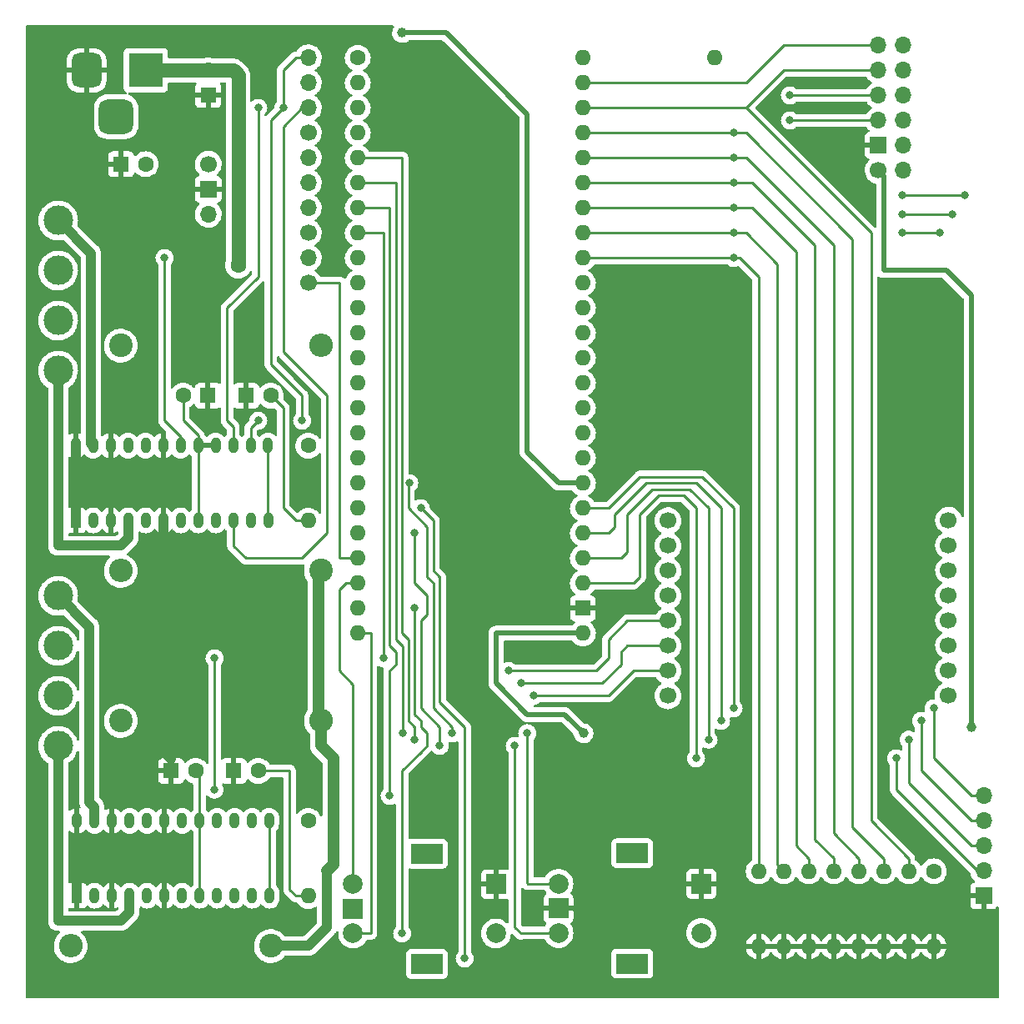
<source format=gbl>
%TF.GenerationSoftware,KiCad,Pcbnew,(6.0.9)*%
%TF.CreationDate,2022-12-03T04:14:11+09:00*%
%TF.ProjectId,tangnano9k_motordriver,74616e67-6e61-46e6-9f39-6b5f6d6f746f,rev?*%
%TF.SameCoordinates,Original*%
%TF.FileFunction,Copper,L2,Bot*%
%TF.FilePolarity,Positive*%
%FSLAX46Y46*%
G04 Gerber Fmt 4.6, Leading zero omitted, Abs format (unit mm)*
G04 Created by KiCad (PCBNEW (6.0.9)) date 2022-12-03 04:14:11*
%MOMM*%
%LPD*%
G01*
G04 APERTURE LIST*
G04 Aperture macros list*
%AMRoundRect*
0 Rectangle with rounded corners*
0 $1 Rounding radius*
0 $2 $3 $4 $5 $6 $7 $8 $9 X,Y pos of 4 corners*
0 Add a 4 corners polygon primitive as box body*
4,1,4,$2,$3,$4,$5,$6,$7,$8,$9,$2,$3,0*
0 Add four circle primitives for the rounded corners*
1,1,$1+$1,$2,$3*
1,1,$1+$1,$4,$5*
1,1,$1+$1,$6,$7*
1,1,$1+$1,$8,$9*
0 Add four rect primitives between the rounded corners*
20,1,$1+$1,$2,$3,$4,$5,0*
20,1,$1+$1,$4,$5,$6,$7,0*
20,1,$1+$1,$6,$7,$8,$9,0*
20,1,$1+$1,$8,$9,$2,$3,0*%
G04 Aperture macros list end*
%TA.AperFunction,ComponentPad*%
%ADD10C,2.400000*%
%TD*%
%TA.AperFunction,ComponentPad*%
%ADD11O,2.400000X2.400000*%
%TD*%
%TA.AperFunction,ComponentPad*%
%ADD12C,1.600000*%
%TD*%
%TA.AperFunction,ComponentPad*%
%ADD13O,1.600000X1.600000*%
%TD*%
%TA.AperFunction,ComponentPad*%
%ADD14R,1.600000X1.600000*%
%TD*%
%TA.AperFunction,ComponentPad*%
%ADD15C,2.000000*%
%TD*%
%TA.AperFunction,ComponentPad*%
%ADD16R,2.000000X2.000000*%
%TD*%
%TA.AperFunction,ComponentPad*%
%ADD17R,3.200000X2.000000*%
%TD*%
%TA.AperFunction,ComponentPad*%
%ADD18R,1.000000X1.600000*%
%TD*%
%TA.AperFunction,ComponentPad*%
%ADD19O,1.000000X1.600000*%
%TD*%
%TA.AperFunction,ComponentPad*%
%ADD20C,1.700000*%
%TD*%
%TA.AperFunction,ComponentPad*%
%ADD21R,1.700000X1.700000*%
%TD*%
%TA.AperFunction,ComponentPad*%
%ADD22O,1.700000X1.700000*%
%TD*%
%TA.AperFunction,ComponentPad*%
%ADD23R,3.500000X3.500000*%
%TD*%
%TA.AperFunction,ComponentPad*%
%ADD24RoundRect,0.750000X-0.750000X-1.000000X0.750000X-1.000000X0.750000X1.000000X-0.750000X1.000000X0*%
%TD*%
%TA.AperFunction,ComponentPad*%
%ADD25RoundRect,0.875000X-0.875000X-0.875000X0.875000X-0.875000X0.875000X0.875000X-0.875000X0.875000X0*%
%TD*%
%TA.AperFunction,ComponentPad*%
%ADD26C,3.000000*%
%TD*%
%TA.AperFunction,ViaPad*%
%ADD27C,1.600000*%
%TD*%
%TA.AperFunction,ViaPad*%
%ADD28C,0.800000*%
%TD*%
%TA.AperFunction,ViaPad*%
%ADD29C,1.000000*%
%TD*%
%TA.AperFunction,Conductor*%
%ADD30C,1.000000*%
%TD*%
%TA.AperFunction,Conductor*%
%ADD31C,1.200000*%
%TD*%
%TA.AperFunction,Conductor*%
%ADD32C,1.400000*%
%TD*%
%TA.AperFunction,Conductor*%
%ADD33C,0.500000*%
%TD*%
%TA.AperFunction,Conductor*%
%ADD34C,0.250000*%
%TD*%
G04 APERTURE END LIST*
D10*
%TO.P,R2,1*%
%TO.N,Net-(C1-Pad1)*%
X91440000Y-102870000D03*
D11*
%TO.P,R2,2*%
%TO.N,Net-(R2-Pad2)*%
X71120000Y-102870000D03*
%TD*%
D10*
%TO.P,R3,1*%
%TO.N,Net-(R3-Pad1)*%
X71120000Y-80010000D03*
D11*
%TO.P,R3,2*%
%TO.N,Net-(C1-Pad1)*%
X91440000Y-80010000D03*
%TD*%
D12*
%TO.P,R1,1*%
%TO.N,Net-(C3-Pad1)*%
X90170000Y-90170000D03*
D13*
%TO.P,R1,2*%
%TO.N,Net-(C4-Pad1)*%
X90170000Y-97790000D03*
%TD*%
D12*
%TO.P,C4,1*%
%TO.N,Net-(C4-Pad1)*%
X86360000Y-85090000D03*
D14*
%TO.P,C4,2*%
%TO.N,GND*%
X83860000Y-85090000D03*
%TD*%
D13*
%TO.P,,48,PIN63_IOR5A_RGBINIT*%
%TO.N,Net-(TP1-Pad1)*%
X131445000Y-50800000D03*
%TD*%
D12*
%TO.P,C1,1*%
%TO.N,Net-(C1-Pad1)*%
X80010000Y-52070000D03*
D14*
%TO.P,C1,2*%
%TO.N,GND*%
X80010000Y-54570000D03*
%TD*%
D15*
%TO.P,Rotary_SW1,A,A*%
%TO.N,/A_1*%
X94720000Y-134700000D03*
%TO.P,Rotary_SW1,B,B*%
%TO.N,/B_1*%
X94720000Y-139700000D03*
D16*
%TO.P,Rotary_SW1,C,C*%
%TO.N,GND*%
X94720000Y-137200000D03*
D17*
%TO.P,Rotary_SW1,MP*%
%TO.N,N/C*%
X102220000Y-142800000D03*
X102220000Y-131600000D03*
D15*
%TO.P,Rotary_SW1,S1,S1*%
%TO.N,Net-(Rotary_SW1-PadS1)*%
X109220000Y-139700000D03*
D16*
%TO.P,Rotary_SW1,S2,S2*%
%TO.N,GND*%
X109220000Y-134700000D03*
%TD*%
D18*
%TO.P,U2,1,GND*%
%TO.N,GND*%
X66557702Y-97755000D03*
D19*
%TO.P,U2,2,OUTB-*%
%TO.N,Net-(J2-Pad3)*%
X68335702Y-97755000D03*
%TO.P,U2,3,GND*%
%TO.N,GND*%
X70113702Y-97755000D03*
%TO.P,U2,4,OUTB+*%
%TO.N,Net-(J2-Pad4)*%
X71891702Y-97755000D03*
%TO.P,U2,5,RSB*%
%TO.N,Net-(R2-Pad2)*%
X73669702Y-97755000D03*
%TO.P,U2,6,GND*%
%TO.N,GND*%
X75447702Y-97755000D03*
%TO.P,U2,7,VM*%
%TO.N,Net-(C1-Pad1)*%
X77225702Y-97755000D03*
%TO.P,U2,8,VCC*%
%TO.N,Net-(C3-Pad1)*%
X79003702Y-97755000D03*
%TO.P,U2,9,VREFB*%
%TO.N,/VREF_1*%
X80781702Y-97755000D03*
%TO.P,U2,10,VREFA*%
X82559702Y-97755000D03*
%TO.P,U2,11,OSCM*%
%TO.N,Net-(C4-Pad1)*%
X84337702Y-97755000D03*
%TO.P,U2,12,INA1*%
%TO.N,Net-(C3-Pad1)*%
X86115702Y-97755000D03*
%TO.P,U2,13,INA2*%
X86065702Y-90155000D03*
%TO.P,U2,14,PHASEA*%
%TO.N,/PHASEA_1*%
X84325702Y-90155000D03*
%TO.P,U2,15,PHASEB*%
%TO.N,/PHASEB_1*%
X82547702Y-90155000D03*
%TO.P,U2,16,INB1*%
%TO.N,Net-(C3-Pad1)*%
X80769702Y-90155000D03*
%TO.P,U2,17,INB2*%
X78991702Y-90155000D03*
%TO.P,U2,18,STANDBY*%
%TO.N,/STANBY_1*%
X77213702Y-90155000D03*
%TO.P,U2,19,GND*%
%TO.N,GND*%
X75435702Y-90155000D03*
%TO.P,U2,20,RSA*%
%TO.N,Net-(R3-Pad1)*%
X73657702Y-90155000D03*
%TO.P,U2,21,OUTA+*%
%TO.N,Net-(J2-Pad2)*%
X71879702Y-90155000D03*
%TO.P,U2,22,GND*%
%TO.N,GND*%
X70101702Y-90155000D03*
%TO.P,U2,23,OUTA-*%
%TO.N,Net-(J2-Pad1)*%
X68323702Y-90155000D03*
%TO.P,U2,24,GND*%
%TO.N,GND*%
X66545702Y-90155000D03*
%TD*%
D12*
%TO.P,C6,1*%
%TO.N,Net-(C6-Pad1)*%
X85090000Y-123190000D03*
D14*
%TO.P,C6,2*%
%TO.N,GND*%
X82590000Y-123190000D03*
%TD*%
D20*
%TO.P,U1,1,VIN*%
%TO.N,Net-(C1-Pad1)*%
X80010000Y-61595000D03*
D21*
%TO.P,U1,2,GND*%
%TO.N,GND*%
X80010000Y-64135000D03*
D22*
%TO.P,U1,3,VOUT*%
%TO.N,+5V*%
X80010000Y-66675000D03*
%TD*%
D10*
%TO.P,R5,1*%
%TO.N,Net-(C1-Pad1)*%
X86360000Y-140970000D03*
D11*
%TO.P,R5,2*%
%TO.N,Net-(R5-Pad2)*%
X66040000Y-140970000D03*
%TD*%
D21*
%TO.P,J7,1*%
%TO.N,GND*%
X158750000Y-135890000D03*
D22*
%TO.P,J7,2*%
%TO.N,Net-(J7-Pad2)*%
X158750000Y-133350000D03*
%TO.P,J7,3*%
%TO.N,Net-(J7-Pad3)*%
X158750000Y-130810000D03*
%TO.P,J7,4*%
%TO.N,Net-(J7-Pad4)*%
X158750000Y-128270000D03*
%TO.P,J7,5*%
%TO.N,Net-(J7-Pad5)*%
X158750000Y-125730000D03*
%TD*%
D18*
%TO.P,U5,1,GND*%
%TO.N,GND*%
X66687000Y-135855000D03*
D19*
%TO.P,U5,2,OUTB-*%
%TO.N,Net-(J3-Pad3)*%
X68465000Y-135855000D03*
%TO.P,U5,3,GND*%
%TO.N,GND*%
X70243000Y-135855000D03*
%TO.P,U5,4,OUTB+*%
%TO.N,Net-(J3-Pad4)*%
X72021000Y-135855000D03*
%TO.P,U5,5,RSB*%
%TO.N,Net-(R5-Pad2)*%
X73799000Y-135855000D03*
%TO.P,U5,6,GND*%
%TO.N,GND*%
X75577000Y-135855000D03*
%TO.P,U5,7,VM*%
%TO.N,Net-(C1-Pad1)*%
X77355000Y-135855000D03*
%TO.P,U5,8,VCC*%
%TO.N,Net-(C5-Pad1)*%
X79133000Y-135855000D03*
%TO.P,U5,9,VREFB*%
%TO.N,/VREF_2*%
X80911000Y-135855000D03*
%TO.P,U5,10,VREFA*%
X82689000Y-135855000D03*
%TO.P,U5,11,OSCM*%
%TO.N,Net-(C6-Pad1)*%
X84467000Y-135855000D03*
%TO.P,U5,12,INA1*%
%TO.N,Net-(C5-Pad1)*%
X86245000Y-135855000D03*
%TO.P,U5,13,INA2*%
X86195000Y-128255000D03*
%TO.P,U5,14,PHASEA*%
%TO.N,/PHASEA_2*%
X84455000Y-128255000D03*
%TO.P,U5,15,PHASEB*%
%TO.N,/PHASEB_2*%
X82677000Y-128255000D03*
%TO.P,U5,16,INB1*%
%TO.N,Net-(C5-Pad1)*%
X80899000Y-128255000D03*
%TO.P,U5,17,INB2*%
X79121000Y-128255000D03*
%TO.P,U5,18,STANDBY*%
%TO.N,/STANBY_2*%
X77343000Y-128255000D03*
%TO.P,U5,19,GND*%
%TO.N,GND*%
X75565000Y-128255000D03*
%TO.P,U5,20,RSA*%
%TO.N,Net-(R6-Pad1)*%
X73787000Y-128255000D03*
%TO.P,U5,21,OUTA+*%
%TO.N,Net-(J3-Pad2)*%
X72009000Y-128255000D03*
%TO.P,U5,22,GND*%
%TO.N,GND*%
X70231000Y-128255000D03*
%TO.P,U5,23,OUTA-*%
%TO.N,Net-(J3-Pad1)*%
X68453000Y-128255000D03*
%TO.P,U5,24,GND*%
%TO.N,GND*%
X66675000Y-128255000D03*
%TD*%
D12*
%TO.P,C5,1*%
%TO.N,Net-(C5-Pad1)*%
X78740000Y-123190000D03*
D14*
%TO.P,C5,2*%
%TO.N,GND*%
X76240000Y-123190000D03*
%TD*%
D20*
%TO.P,U4,1,R5*%
%TO.N,Net-(U3-Pad32)*%
X155150000Y-115510000D03*
%TO.P,U4,2,R7*%
%TO.N,Net-(U3-Pad33)*%
X155170000Y-112970000D03*
%TO.P,U4,3,C2*%
%TO.N,Net-(U3-Pad34)*%
X155170000Y-110430000D03*
%TO.P,U4,4,C3*%
%TO.N,Net-(U3-Pad35)*%
X155170000Y-107890000D03*
%TO.P,U4,5,R8*%
%TO.N,Net-(U3-Pad36)*%
X155170000Y-105350000D03*
%TO.P,U4,6,C5*%
%TO.N,Net-(U3-Pad37)*%
X155170000Y-102810000D03*
%TO.P,U4,7,R6*%
%TO.N,Net-(U3-Pad38)*%
X155170000Y-100270000D03*
%TO.P,U4,8,R3*%
%TO.N,Net-(U3-Pad39)*%
X155170000Y-97730000D03*
%TO.P,U4,9,R1*%
%TO.N,Net-(U3-Pad10)*%
X126690000Y-97790000D03*
%TO.P,U4,10,C4*%
%TO.N,Net-(U3-Pad11)*%
X126690000Y-100330000D03*
%TO.P,U4,11,C6*%
%TO.N,Net-(U3-Pad12)*%
X126690000Y-102870000D03*
%TO.P,U4,12,R4*%
%TO.N,Net-(U3-Pad13)*%
X126690000Y-105410000D03*
%TO.P,U4,13,C1*%
%TO.N,Net-(U3-Pad14)*%
X126690000Y-107950000D03*
%TO.P,U4,14,R2*%
%TO.N,Net-(U3-Pad15)*%
X126690000Y-110490000D03*
%TO.P,U4,15,C7*%
%TO.N,Net-(U3-Pad16)*%
X126690000Y-113030000D03*
%TO.P,U4,16,C8*%
%TO.N,Net-(U3-Pad17)*%
X126690000Y-115570000D03*
%TD*%
D23*
%TO.P,J1,1*%
%TO.N,Net-(C1-Pad1)*%
X73660000Y-52070000D03*
D24*
%TO.P,J1,2*%
%TO.N,GND*%
X67660000Y-52070000D03*
D25*
%TO.P,J1,3*%
%TO.N,N/C*%
X70660000Y-56770000D03*
%TD*%
D12*
%TO.P,U3,1,PIN38_IOB31B_TF_CS*%
%TO.N,/PHASEA_1*%
X95187500Y-50800000D03*
D13*
%TO.P,U3,2,PIN37_IOB31A_TF_MOSI*%
%TO.N,/PHASEB_1*%
X95187500Y-53340000D03*
%TO.P,U3,3,PIN36_IOB29B_TF_SCLK*%
%TO.N,/VREF_1*%
X95187500Y-55880000D03*
%TO.P,U3,4,PIN39_IOB33A_TF_MISO*%
%TO.N,/STANBY_1*%
X95187500Y-58420000D03*
%TO.P,U3,5,PIN25_IOB8A*%
%TO.N,/PHASEA_2*%
X95187500Y-60960000D03*
%TO.P,U3,6,PIN26_IOB8B*%
%TO.N,/PHASEB_2*%
X95187500Y-63500000D03*
%TO.P,U3,7,PIN27_IOB11A*%
%TO.N,/VREF_2*%
X95187500Y-66040000D03*
%TO.P,U3,8,PIN28_IOB11B*%
%TO.N,/STANBY_2*%
X95187500Y-68580000D03*
%TO.P,U3,9,PIN29_IOB13A*%
%TO.N,Net-(J6-Pad2)*%
X95187500Y-71120000D03*
%TO.P,U3,10,PIN30_IOB13B*%
%TO.N,Net-(U3-Pad10)*%
X95187500Y-73660000D03*
%TO.P,U3,11,PIN33_IOB23A_RGB_DE*%
%TO.N,Net-(U3-Pad11)*%
X95187500Y-76200000D03*
%TO.P,U3,12,PIN34_IOB23B_RGB_VS*%
%TO.N,Net-(U3-Pad12)*%
X95187500Y-78740000D03*
%TO.P,U3,13,PIN40_IOB33B_RGB_HS*%
%TO.N,Net-(U3-Pad13)*%
X95187500Y-81280000D03*
%TO.P,U3,14,PIN35_IOB29A_RGB_CK*%
%TO.N,Net-(U3-Pad14)*%
X95187500Y-83820000D03*
%TO.P,U3,15,PIN41_IOB41A_RGB_B7*%
%TO.N,Net-(U3-Pad15)*%
X95187500Y-86360000D03*
%TO.P,U3,16,PIN42_IOB41B_RGB_B6*%
%TO.N,Net-(U3-Pad16)*%
X95187500Y-88900000D03*
%TO.P,U3,17,PIN51_IOR17B_RGB_B5*%
%TO.N,Net-(U3-Pad17)*%
X95187500Y-91440000D03*
%TO.P,U3,18,PIN53_IOR15B_RGB_B4*%
%TO.N,/A_2*%
X95187500Y-93980000D03*
%TO.P,U3,19,PIN54_IOR15A_RGB_B3*%
%TO.N,Net-(Rotary_SW2-PadS1)*%
X95187500Y-96520000D03*
%TO.P,U3,20,PIN55_IOR14B_RGB_G7*%
%TO.N,/B_2*%
X95187500Y-99060000D03*
%TO.P,U3,21,PIN56_IOR14A_RGB_G6*%
%TO.N,Net-(J6-Pad1)*%
X95187500Y-101600000D03*
%TO.P,U3,22,PIN57_IOR13A_RGB_G5*%
%TO.N,/A_1*%
X95187500Y-104140000D03*
%TO.P,U3,23,HDMI_CK_N*%
%TO.N,Net-(Rotary_SW1-PadS1)*%
X95187500Y-106680000D03*
%TO.P,U3,24,HDMI_CK_P*%
%TO.N,/B_1*%
X95187500Y-109220000D03*
%TO.P,U3,25,+3V3*%
%TO.N,+3.3V*%
X118047500Y-109220000D03*
D14*
%TO.P,U3,26,GND*%
%TO.N,GND*%
X118047500Y-106680000D03*
D13*
%TO.P,U3,27,PIN32_IOB15B_RGBINIT*%
%TO.N,Net-(J7-Pad2)*%
X118047500Y-104140000D03*
%TO.P,U3,28,PIN31_IOB15A_RGBINIT*%
%TO.N,Net-(J7-Pad3)*%
X118047500Y-101600000D03*
%TO.P,U3,29,PIN49_IOR24A_SPILCD_RS*%
%TO.N,Net-(J7-Pad4)*%
X118047500Y-99060000D03*
%TO.P,U3,30,PIN48_IOR24B_SPILCD_CS*%
%TO.N,Net-(J7-Pad5)*%
X118047500Y-96520000D03*
%TO.P,U3,31,+5V*%
%TO.N,+5V*%
X118047500Y-93980000D03*
%TO.P,U3,32,HDMI_D0_N*%
%TO.N,Net-(U3-Pad32)*%
X118047500Y-91440000D03*
%TO.P,U3,33,HDMI_D0_P*%
%TO.N,Net-(U3-Pad33)*%
X118047500Y-88900000D03*
%TO.P,U3,34,HDMI_D1_N*%
%TO.N,Net-(U3-Pad34)*%
X118047500Y-86360000D03*
%TO.P,U3,35,HDMI_D1_P*%
%TO.N,Net-(U3-Pad35)*%
X118047500Y-83820000D03*
%TO.P,U3,36,HDMI_D2_N*%
%TO.N,Net-(U3-Pad36)*%
X118047500Y-81280000D03*
%TO.P,U3,37,HDMI_D2_P*%
%TO.N,Net-(U3-Pad37)*%
X118047500Y-78740000D03*
%TO.P,U3,38,PIN76_IOT37B_SPILCD_MCLK*%
%TO.N,Net-(U3-Pad38)*%
X118047500Y-76200000D03*
%TO.P,U3,39,PIN77_IOT37A_SPILCD_MO*%
%TO.N,Net-(U3-Pad39)*%
X118047500Y-73660000D03*
%TO.P,U3,40,PIN79_IOT12B_1V8*%
%TO.N,Net-(J8-Pad6)*%
X118047500Y-71120000D03*
%TO.P,U3,41,PIN80_IOT12A_1V8*%
%TO.N,Net-(J8-Pad8)*%
X118047500Y-68580000D03*
%TO.P,U3,42,PIN81_IOT11B_1V8*%
%TO.N,Net-(J8-Pad10)*%
X118047500Y-66040000D03*
%TO.P,U3,43,PIN82_IOT11A_1V8*%
%TO.N,Net-(J8-Pad12)*%
X118047500Y-63500000D03*
%TO.P,U3,44,PIN83_IOT10B_1V8*%
%TO.N,Net-(J8-Pad5)*%
X118047500Y-60960000D03*
%TO.P,U3,45,PIN84_IOT10A_1V8*%
%TO.N,Net-(J8-Pad7)*%
X118047500Y-58420000D03*
%TO.P,U3,46,PIN85_IOT8B_1V8*%
%TO.N,Net-(J8-Pad9)*%
X118047500Y-55880000D03*
%TO.P,U3,47,PIN86_IOT8A_BL_PWM_1V8*%
%TO.N,Net-(J8-Pad11)*%
X118047500Y-53340000D03*
%TO.P,U3,48,PIN63_IOR5A_RGBINIT*%
%TO.N,Net-(TP1-Pad1)*%
X118047500Y-50800000D03*
%TD*%
D12*
%TO.P,C2,1*%
%TO.N,Net-(C1-Pad1)*%
X73660000Y-61595000D03*
D14*
%TO.P,C2,2*%
%TO.N,GND*%
X71160000Y-61595000D03*
%TD*%
D20*
%TO.P,J5,1*%
%TO.N,/STANBY_2*%
X90170000Y-68570000D03*
D22*
%TO.P,J5,2*%
%TO.N,/VREF_2*%
X90170000Y-66030000D03*
%TO.P,J5,3*%
%TO.N,/PHASEB_2*%
X90170000Y-63490000D03*
%TO.P,J5,4*%
%TO.N,/PHASEA_2*%
X90170000Y-60950000D03*
%TD*%
D12*
%TO.P,R4,1*%
%TO.N,Net-(C5-Pad1)*%
X90170000Y-128270000D03*
D13*
%TO.P,R4,2*%
%TO.N,Net-(C6-Pad1)*%
X90170000Y-135890000D03*
%TD*%
D20*
%TO.P,J6,1*%
%TO.N,Net-(J6-Pad1)*%
X90170000Y-73660000D03*
D22*
%TO.P,J6,2*%
%TO.N,Net-(J6-Pad2)*%
X90170000Y-71120000D03*
%TD*%
D26*
%TO.P,J3,1,Pin_1*%
%TO.N,Net-(J3-Pad1)*%
X64770000Y-105410000D03*
%TO.P,J3,2,Pin_2*%
%TO.N,Net-(J3-Pad2)*%
X64770000Y-110490000D03*
%TO.P,J3,3,Pin_3*%
%TO.N,Net-(J3-Pad3)*%
X64770000Y-115570000D03*
%TO.P,J3,4,Pin_4*%
%TO.N,Net-(J3-Pad4)*%
X64770000Y-120650000D03*
%TD*%
D20*
%TO.P,J4,1*%
%TO.N,/STANBY_1*%
X90170000Y-58410000D03*
D22*
%TO.P,J4,2*%
%TO.N,/VREF_1*%
X90170000Y-55870000D03*
%TO.P,J4,3*%
%TO.N,/PHASEB_1*%
X90170000Y-53330000D03*
%TO.P,J4,4*%
%TO.N,/PHASEA_1*%
X90170000Y-50790000D03*
%TD*%
D20*
%TO.P,J8,1,1*%
%TO.N,+3.3V*%
X148045000Y-62205000D03*
D22*
%TO.P,J8,2,7*%
%TO.N,unconnected-(J8-Pad2)*%
X150585000Y-62205000D03*
D21*
%TO.P,J8,3,2*%
%TO.N,GND*%
X148045000Y-59665000D03*
D22*
%TO.P,J8,4,8*%
%TO.N,unconnected-(J8-Pad4)*%
X150585000Y-59665000D03*
%TO.P,J8,5,3*%
%TO.N,Net-(J8-Pad5)*%
X148045000Y-57125000D03*
%TO.P,J8,6,9*%
%TO.N,Net-(J8-Pad6)*%
X150585000Y-57125000D03*
%TO.P,J8,7,4*%
%TO.N,Net-(J8-Pad7)*%
X148045000Y-54585000D03*
%TO.P,J8,8,10*%
%TO.N,Net-(J8-Pad8)*%
X150585000Y-54585000D03*
%TO.P,J8,9,5*%
%TO.N,Net-(J8-Pad9)*%
X148045000Y-52045000D03*
%TO.P,J8,10,11*%
%TO.N,Net-(J8-Pad10)*%
X150585000Y-52045000D03*
%TO.P,J8,11,6*%
%TO.N,Net-(J8-Pad11)*%
X148045000Y-49505000D03*
%TO.P,J8,12,12*%
%TO.N,Net-(J8-Pad12)*%
X150585000Y-49505000D03*
%TD*%
D26*
%TO.P,J2,1,Pin_1*%
%TO.N,Net-(J2-Pad1)*%
X64770000Y-67310000D03*
%TO.P,J2,2,Pin_2*%
%TO.N,Net-(J2-Pad2)*%
X64770000Y-72390000D03*
%TO.P,J2,3,Pin_3*%
%TO.N,Net-(J2-Pad3)*%
X64770000Y-77470000D03*
%TO.P,J2,4,Pin_4*%
%TO.N,Net-(J2-Pad4)*%
X64770000Y-82550000D03*
%TD*%
D12*
%TO.P,C3,1*%
%TO.N,Net-(C3-Pad1)*%
X77470000Y-85090000D03*
D14*
%TO.P,C3,2*%
%TO.N,GND*%
X79970000Y-85090000D03*
%TD*%
D15*
%TO.P,Rotary_SW2,A,A*%
%TO.N,/A_2*%
X115570000Y-134660000D03*
%TO.P,Rotary_SW2,B,B*%
%TO.N,/B_2*%
X115570000Y-139660000D03*
D16*
%TO.P,Rotary_SW2,C,C*%
%TO.N,GND*%
X115570000Y-137160000D03*
D17*
%TO.P,Rotary_SW2,MP*%
%TO.N,N/C*%
X123070000Y-131560000D03*
X123070000Y-142760000D03*
D15*
%TO.P,Rotary_SW2,S1,S1*%
%TO.N,Net-(Rotary_SW2-PadS1)*%
X130070000Y-139660000D03*
D16*
%TO.P,Rotary_SW2,S2,S2*%
%TO.N,GND*%
X130070000Y-134660000D03*
%TD*%
D12*
%TO.P,SW3,1*%
%TO.N,Net-(J8-Pad11)*%
X153680000Y-133392500D03*
D13*
%TO.P,SW3,2*%
%TO.N,Net-(J8-Pad9)*%
X151140000Y-133392500D03*
%TO.P,SW3,3*%
%TO.N,Net-(J8-Pad7)*%
X148600000Y-133392500D03*
%TO.P,SW3,4*%
%TO.N,Net-(J8-Pad5)*%
X146060000Y-133392500D03*
%TO.P,SW3,5*%
%TO.N,Net-(J8-Pad12)*%
X143520000Y-133392500D03*
%TO.P,SW3,6*%
%TO.N,Net-(J8-Pad10)*%
X140980000Y-133392500D03*
%TO.P,SW3,7*%
%TO.N,Net-(J8-Pad8)*%
X138440000Y-133392500D03*
%TO.P,SW3,8*%
%TO.N,Net-(J8-Pad6)*%
X135900000Y-133392500D03*
%TO.P,SW3,9*%
%TO.N,GND*%
X135900000Y-141012500D03*
%TO.P,SW3,10*%
X138440000Y-141012500D03*
%TO.P,SW3,11*%
X140980000Y-141012500D03*
%TO.P,SW3,12*%
X143520000Y-141012500D03*
%TO.P,SW3,13*%
X146060000Y-141012500D03*
%TO.P,SW3,14*%
X148600000Y-141012500D03*
%TO.P,SW3,15*%
X151140000Y-141012500D03*
%TO.P,SW3,16*%
X153680000Y-141012500D03*
%TD*%
D10*
%TO.P,R6,1*%
%TO.N,Net-(R6-Pad1)*%
X71120000Y-118110000D03*
D11*
%TO.P,R6,2*%
%TO.N,Net-(C1-Pad1)*%
X91440000Y-118110000D03*
%TD*%
D27*
%TO.N,Net-(C1-Pad1)*%
X83058000Y-71882000D03*
D28*
%TO.N,GND*%
X66675000Y-132334000D03*
X107950000Y-57150000D03*
%TO.N,/STANBY_1*%
X75565000Y-71120000D03*
%TO.N,/PHASEB_1*%
X85090000Y-55880000D03*
%TO.N,/PHASEA_1*%
X85090000Y-87630000D03*
X87630000Y-55880000D03*
X89535000Y-87630000D03*
%TO.N,/STANBY_2*%
X97790000Y-111760000D03*
X80645000Y-125095000D03*
X80645000Y-111760000D03*
%TO.N,/VREF_2*%
X98425000Y-125730000D03*
%TO.N,/PHASEB_2*%
X99784500Y-119380000D03*
%TO.N,/PHASEA_2*%
X100965000Y-120015000D03*
%TO.N,Net-(J7-Pad2)*%
X129540000Y-121920000D03*
X149860000Y-121920000D03*
%TO.N,Net-(J7-Pad3)*%
X130810000Y-120015000D03*
X151130000Y-120015000D03*
%TO.N,Net-(J7-Pad4)*%
X152400000Y-118110000D03*
X132080000Y-118110000D03*
%TO.N,/A_2*%
X112395000Y-119380000D03*
X104775000Y-119380000D03*
X100419500Y-93980000D03*
%TO.N,/B_2*%
X103505000Y-120650000D03*
X100965000Y-99060000D03*
X111125000Y-120650000D03*
D29*
%TO.N,+5V*%
X99695000Y-48260000D03*
D28*
%TO.N,Net-(U3-Pad14)*%
X110490000Y-113030000D03*
%TO.N,Net-(U3-Pad15)*%
X111760000Y-114300000D03*
%TO.N,Net-(U3-Pad16)*%
X113030000Y-115570000D03*
%TO.N,Net-(Rotary_SW1-PadS1)*%
X99695000Y-139700000D03*
X100965000Y-106680000D03*
%TO.N,Net-(Rotary_SW2-PadS1)*%
X101600000Y-96520000D03*
X106045000Y-142240000D03*
D29*
%TO.N,+3.3V*%
X157480000Y-118745000D03*
X118110000Y-119380000D03*
D28*
%TO.N,Net-(J7-Pad5)*%
X153670000Y-116840000D03*
X133350000Y-116840000D03*
%TO.N,Net-(J8-Pad5)*%
X139065000Y-57150000D03*
X133350000Y-60960000D03*
%TO.N,Net-(J8-Pad6)*%
X133350000Y-71120000D03*
%TO.N,Net-(J8-Pad7)*%
X139065000Y-54610000D03*
X133350000Y-58420000D03*
%TO.N,Net-(J8-Pad8)*%
X150495000Y-68580000D03*
X154305000Y-68580000D03*
X133350000Y-68580000D03*
%TO.N,Net-(J8-Pad10)*%
X150495000Y-66675000D03*
X155575000Y-66675000D03*
X133350000Y-66040000D03*
%TO.N,Net-(J8-Pad12)*%
X133350000Y-63500000D03*
X150495000Y-64770000D03*
X156845000Y-64770000D03*
%TD*%
D30*
%TO.N,Net-(C1-Pad1)*%
X91186000Y-103124000D02*
X91440000Y-102870000D01*
D31*
X91186000Y-117856000D02*
X91186000Y-103124000D01*
D30*
X91440000Y-118110000D02*
X91186000Y-117856000D01*
D32*
X83058000Y-52578000D02*
X82550000Y-52070000D01*
X82550000Y-52070000D02*
X80010000Y-52070000D01*
X83058000Y-71882000D02*
X83058000Y-52578000D01*
D31*
X92710000Y-121920000D02*
X92710000Y-132715000D01*
D30*
X92075000Y-133350000D02*
X92075000Y-139065000D01*
X92075000Y-139065000D02*
X90170000Y-140970000D01*
D32*
X73660000Y-52070000D02*
X80010000Y-52070000D01*
D31*
X92710000Y-132715000D02*
X92075000Y-133350000D01*
X91440000Y-120650000D02*
X92710000Y-121920000D01*
D33*
X91440000Y-102870000D02*
X92124720Y-102185280D01*
D30*
X90170000Y-140970000D02*
X86360000Y-140970000D01*
D31*
X91440000Y-118110000D02*
X91440000Y-120650000D01*
D33*
X92075000Y-118745000D02*
X91440000Y-118110000D01*
%TO.N,GND*%
X76240000Y-123190000D02*
X76240000Y-121960000D01*
D34*
X66557702Y-90167000D02*
X66545702Y-90155000D01*
X79970000Y-64175000D02*
X80010000Y-64135000D01*
D33*
X109220000Y-134700000D02*
X109220000Y-132715000D01*
X109220000Y-132715000D02*
X107950000Y-131445000D01*
D30*
X75447702Y-121167702D02*
X75447702Y-97755000D01*
D33*
X107950000Y-106680000D02*
X118047500Y-106680000D01*
D30*
X76240000Y-121960000D02*
X75447702Y-121167702D01*
X66687000Y-135855000D02*
X66687000Y-132346000D01*
X66557702Y-97755000D02*
X66557702Y-90167000D01*
D33*
X107950000Y-106680000D02*
X107950000Y-57150000D01*
D34*
X66687000Y-132346000D02*
X66675000Y-132334000D01*
D33*
X107950000Y-131445000D02*
X107950000Y-106680000D01*
D34*
%TO.N,Net-(C3-Pad1)*%
X78991702Y-97743000D02*
X79003702Y-97755000D01*
X78991702Y-89151702D02*
X77470000Y-87630000D01*
X78991702Y-90155000D02*
X78991702Y-97743000D01*
X78991702Y-90155000D02*
X78991702Y-89151702D01*
D33*
X78991702Y-90155000D02*
X80769702Y-90155000D01*
D34*
X86065702Y-90155000D02*
X86065702Y-97705000D01*
X77470000Y-87630000D02*
X77470000Y-85090000D01*
X86065702Y-97705000D02*
X86115702Y-97755000D01*
%TO.N,Net-(C4-Pad1)*%
X87630000Y-96520000D02*
X87630000Y-86360000D01*
X88900000Y-97790000D02*
X87630000Y-96520000D01*
X87630000Y-86360000D02*
X86360000Y-85090000D01*
X90170000Y-97790000D02*
X88900000Y-97790000D01*
%TO.N,Net-(C5-Pad1)*%
X86245000Y-128305000D02*
X86195000Y-128255000D01*
X79133000Y-135855000D02*
X79133000Y-128267000D01*
X79121000Y-128255000D02*
X79121000Y-123571000D01*
X79133000Y-128267000D02*
X79121000Y-128255000D01*
X86245000Y-135855000D02*
X86245000Y-128305000D01*
X79121000Y-123571000D02*
X78740000Y-123190000D01*
%TO.N,Net-(C6-Pad1)*%
X88900000Y-135890000D02*
X88265000Y-135255000D01*
X88265000Y-123190000D02*
X85090000Y-123190000D01*
X90170000Y-135890000D02*
X88900000Y-135890000D01*
X88265000Y-135255000D02*
X88265000Y-123190000D01*
D30*
%TO.N,Net-(J2-Pad1)*%
X68114835Y-70654835D02*
X64770000Y-67310000D01*
X68114835Y-89946133D02*
X68114835Y-70654835D01*
X68323702Y-90155000D02*
X68114835Y-89946133D01*
%TO.N,Net-(J2-Pad4)*%
X64770000Y-82550000D02*
X64770000Y-100330000D01*
D34*
X71755000Y-99695000D02*
X71891702Y-99558298D01*
D30*
X64770000Y-100330000D02*
X71120000Y-100330000D01*
X71120000Y-100330000D02*
X71755000Y-99695000D01*
X71891702Y-99558298D02*
X71891702Y-97755000D01*
%TO.N,Net-(J3-Pad1)*%
X67945000Y-108585000D02*
X67945000Y-126365000D01*
X67945000Y-126365000D02*
X68453000Y-126873000D01*
X64770000Y-105410000D02*
X67945000Y-108585000D01*
X68453000Y-126873000D02*
X68453000Y-128255000D01*
%TO.N,Net-(J3-Pad4)*%
X71120000Y-138430000D02*
X72021000Y-137529000D01*
X64770000Y-138430000D02*
X71120000Y-138430000D01*
X72021000Y-137529000D02*
X72021000Y-135855000D01*
X64770000Y-120650000D02*
X64770000Y-138430000D01*
D34*
%TO.N,/STANBY_1*%
X77213702Y-89278702D02*
X76200000Y-88265000D01*
X77213702Y-90155000D02*
X77213702Y-89278702D01*
X75565000Y-87630000D02*
X75565000Y-86995000D01*
X75565000Y-86995000D02*
X75565000Y-71120000D01*
X76200000Y-88265000D02*
X75565000Y-87630000D01*
%TO.N,/VREF_1*%
X83820000Y-101600000D02*
X89535000Y-101600000D01*
X92075000Y-85090000D02*
X87630000Y-80645000D01*
X92075000Y-99060000D02*
X92075000Y-85090000D01*
X89535000Y-101600000D02*
X92075000Y-99060000D01*
X87630000Y-57785000D02*
X89545000Y-55870000D01*
X89545000Y-55870000D02*
X90170000Y-55870000D01*
X82559702Y-100339702D02*
X83820000Y-101600000D01*
X87630000Y-80645000D02*
X87630000Y-57785000D01*
X82559702Y-97755000D02*
X82559702Y-100339702D01*
%TO.N,/PHASEB_1*%
X81915000Y-87630000D02*
X81915000Y-76200000D01*
X82547702Y-90155000D02*
X82547702Y-88262702D01*
X82547702Y-88262702D02*
X81915000Y-87630000D01*
X81915000Y-76200000D02*
X85090000Y-73025000D01*
X85090000Y-73025000D02*
X85090000Y-55880000D01*
%TO.N,/PHASEA_1*%
X89535000Y-87630000D02*
X89535000Y-85090000D01*
X86360000Y-81915000D02*
X86360000Y-57150000D01*
X87630000Y-55880000D02*
X87630000Y-52070000D01*
X84325702Y-88394298D02*
X85090000Y-87630000D01*
X86360000Y-57150000D02*
X87630000Y-55880000D01*
X84325702Y-90155000D02*
X84325702Y-88394298D01*
X87630000Y-52070000D02*
X88910000Y-50790000D01*
X88910000Y-50790000D02*
X90170000Y-50790000D01*
X88354500Y-83909500D02*
X86360000Y-81915000D01*
X89535000Y-85090000D02*
X88265000Y-83820000D01*
%TO.N,/STANBY_2*%
X97790000Y-111760000D02*
X97790000Y-68580000D01*
X95187500Y-68580000D02*
X97790000Y-68580000D01*
X80645000Y-125095000D02*
X80645000Y-111760000D01*
%TO.N,/VREF_2*%
X98425000Y-113030000D02*
X99060000Y-112395000D01*
X98425000Y-125730000D02*
X98425000Y-113030000D01*
X99060000Y-111125000D02*
X98425000Y-110490000D01*
X98425000Y-66040000D02*
X95187500Y-66040000D01*
X99060000Y-112395000D02*
X99060000Y-111125000D01*
X98425000Y-110490000D02*
X98425000Y-66040000D01*
X95177500Y-66030000D02*
X95187500Y-66040000D01*
%TO.N,/PHASEB_2*%
X99784500Y-119380000D02*
X99784500Y-110579500D01*
X99060000Y-63500000D02*
X99050000Y-63490000D01*
X99784500Y-110579500D02*
X99060000Y-109855000D01*
X95187500Y-63500000D02*
X99060000Y-63500000D01*
X99060000Y-109855000D02*
X99060000Y-63500000D01*
%TO.N,/PHASEA_2*%
X99695000Y-109220000D02*
X99695000Y-60960000D01*
X99695000Y-60960000D02*
X99685000Y-60950000D01*
X100330000Y-118110000D02*
X100330000Y-109855000D01*
X100965000Y-118745000D02*
X100330000Y-118110000D01*
X100965000Y-120015000D02*
X100965000Y-118745000D01*
X100330000Y-109855000D02*
X99695000Y-109220000D01*
X95187500Y-60960000D02*
X99695000Y-60960000D01*
%TO.N,Net-(J6-Pad1)*%
X90170000Y-73660000D02*
X93345000Y-73660000D01*
X93345000Y-73660000D02*
X93345000Y-101600000D01*
X93345000Y-101600000D02*
X95187500Y-101600000D01*
%TO.N,Net-(J7-Pad2)*%
X123825000Y-103505000D02*
X123825000Y-97155000D01*
X123825000Y-97155000D02*
X125730000Y-95250000D01*
X129540000Y-96520000D02*
X129540000Y-121920000D01*
X123190000Y-104140000D02*
X123825000Y-103505000D01*
X149860000Y-121920000D02*
X149860000Y-125095000D01*
X118047500Y-104140000D02*
X123190000Y-104140000D01*
X149860000Y-125095000D02*
X158115000Y-133350000D01*
X128270000Y-95250000D02*
X129540000Y-96520000D01*
X125730000Y-95250000D02*
X128270000Y-95250000D01*
X158115000Y-133350000D02*
X158750000Y-133350000D01*
%TO.N,Net-(J7-Pad3)*%
X122555000Y-97155000D02*
X125095000Y-94615000D01*
X118047500Y-101600000D02*
X121920000Y-101600000D01*
X125095000Y-94615000D02*
X128905000Y-94615000D01*
X157480000Y-130810000D02*
X158750000Y-130810000D01*
X130810000Y-96520000D02*
X130810000Y-120015000D01*
X151130000Y-124460000D02*
X157480000Y-130810000D01*
X151130000Y-120015000D02*
X151130000Y-124460000D01*
X121920000Y-101600000D02*
X122555000Y-100965000D01*
X122555000Y-100965000D02*
X122555000Y-97155000D01*
X128905000Y-94615000D02*
X130810000Y-96520000D01*
%TO.N,Net-(J7-Pad4)*%
X120650000Y-99060000D02*
X121285000Y-98425000D01*
X118047500Y-99060000D02*
X120650000Y-99060000D01*
X121285000Y-97155000D02*
X124460000Y-93980000D01*
X132080000Y-96520000D02*
X132080000Y-118110000D01*
X124460000Y-93980000D02*
X129540000Y-93980000D01*
X152400000Y-118110000D02*
X152400000Y-123190000D01*
X129540000Y-93980000D02*
X132080000Y-96520000D01*
X157480000Y-128270000D02*
X158750000Y-128270000D01*
X121285000Y-98425000D02*
X121285000Y-97155000D01*
X152400000Y-123190000D02*
X157480000Y-128270000D01*
%TO.N,/A_1*%
X94720000Y-134700000D02*
X94720000Y-114405000D01*
X93980000Y-104140000D02*
X95187500Y-104140000D01*
X94720000Y-114405000D02*
X93345000Y-113030000D01*
X93345000Y-113030000D02*
X93345000Y-104775000D01*
X93345000Y-104775000D02*
X93980000Y-104140000D01*
%TO.N,/B_1*%
X95187500Y-109220000D02*
X96520000Y-109220000D01*
X96520000Y-109220000D02*
X96520000Y-139700000D01*
X96520000Y-139700000D02*
X94720000Y-139700000D01*
%TO.N,/A_2*%
X112395000Y-134620000D02*
X112395000Y-119380000D01*
X102870000Y-104140000D02*
X102235000Y-103505000D01*
X112435000Y-134660000D02*
X112395000Y-134620000D01*
X102870000Y-116840000D02*
X102870000Y-104140000D01*
X104775000Y-118745000D02*
X102870000Y-116840000D01*
X104775000Y-119380000D02*
X104775000Y-118745000D01*
X100330000Y-96520000D02*
X100330000Y-94069500D01*
X100330000Y-94069500D02*
X100419500Y-93980000D01*
X102235000Y-103505000D02*
X102235000Y-98425000D01*
X102235000Y-98425000D02*
X100330000Y-96520000D01*
X115570000Y-134660000D02*
X112435000Y-134660000D01*
%TO.N,/B_2*%
X115570000Y-139660000D02*
X111800000Y-139660000D01*
X102235000Y-105410000D02*
X100965000Y-104140000D01*
X101600000Y-107950000D02*
X102235000Y-107315000D01*
X101600000Y-116840000D02*
X101600000Y-107950000D01*
X103505000Y-118745000D02*
X101600000Y-116840000D01*
X103505000Y-120650000D02*
X103505000Y-118745000D01*
X111800000Y-139660000D02*
X111760000Y-139700000D01*
X111760000Y-139700000D02*
X111125000Y-139065000D01*
X102235000Y-106045000D02*
X102235000Y-105410000D01*
X102235000Y-107315000D02*
X102235000Y-106045000D01*
X111125000Y-139065000D02*
X111125000Y-120650000D01*
X100965000Y-104140000D02*
X100965000Y-99060000D01*
D33*
%TO.N,+5V*%
X112395000Y-90805000D02*
X112395000Y-56515000D01*
X115570000Y-93980000D02*
X118047500Y-93980000D01*
X104140000Y-48260000D02*
X99695000Y-48260000D01*
X112395000Y-90805000D02*
X115570000Y-93980000D01*
X112395000Y-56515000D02*
X104140000Y-48260000D01*
D34*
%TO.N,Net-(U3-Pad14)*%
X126690000Y-107950000D02*
X122555000Y-107950000D01*
X122555000Y-107950000D02*
X120650000Y-109855000D01*
X119380000Y-113030000D02*
X110490000Y-113030000D01*
X120650000Y-111760000D02*
X119380000Y-113030000D01*
X120650000Y-109855000D02*
X120650000Y-111760000D01*
%TO.N,Net-(U3-Pad15)*%
X121920000Y-111125000D02*
X121920000Y-112395000D01*
X126690000Y-110490000D02*
X123825000Y-110490000D01*
X122555000Y-110490000D02*
X121920000Y-111125000D01*
X121920000Y-112395000D02*
X120015000Y-114300000D01*
X123825000Y-110490000D02*
X122555000Y-110490000D01*
X120015000Y-114300000D02*
X111760000Y-114300000D01*
%TO.N,Net-(U3-Pad16)*%
X120650000Y-115570000D02*
X113030000Y-115570000D01*
X123190000Y-113030000D02*
X120650000Y-115570000D01*
X123825000Y-113030000D02*
X123190000Y-113030000D01*
X126690000Y-113030000D02*
X123825000Y-113030000D01*
%TO.N,Net-(Rotary_SW1-PadS1)*%
X100965000Y-108585000D02*
X100965000Y-117475000D01*
X102235000Y-120650000D02*
X101600000Y-121285000D01*
X101600000Y-118110000D02*
X101600000Y-118745000D01*
X102235000Y-119380000D02*
X102235000Y-120650000D01*
X101600000Y-121285000D02*
X99695000Y-123190000D01*
X100965000Y-106680000D02*
X100965000Y-108585000D01*
X99695000Y-123190000D02*
X99695000Y-139700000D01*
X100965000Y-117475000D02*
X101600000Y-118110000D01*
X101600000Y-118745000D02*
X102235000Y-119380000D01*
%TO.N,Net-(Rotary_SW2-PadS1)*%
X106045000Y-142240000D02*
X106045000Y-118745000D01*
X102870000Y-102870000D02*
X102870000Y-97790000D01*
X103505000Y-116205000D02*
X103505000Y-103505000D01*
X102870000Y-97790000D02*
X101600000Y-96520000D01*
X103505000Y-103505000D02*
X102870000Y-102870000D01*
X106045000Y-118745000D02*
X103505000Y-116205000D01*
D33*
%TO.N,+3.3V*%
X154940000Y-72390000D02*
X148590000Y-72390000D01*
X116205000Y-117475000D02*
X118110000Y-119380000D01*
X112395000Y-117475000D02*
X116205000Y-117475000D01*
X148590000Y-72390000D02*
X148590000Y-62750000D01*
D34*
X148590000Y-62750000D02*
X148045000Y-62205000D01*
D33*
X157480000Y-118745000D02*
X157480000Y-74930000D01*
X109220000Y-109220000D02*
X109220000Y-114300000D01*
X157480000Y-74930000D02*
X154940000Y-72390000D01*
X109220000Y-114300000D02*
X112395000Y-117475000D01*
X118047500Y-109220000D02*
X109220000Y-109220000D01*
D34*
%TO.N,Net-(J7-Pad5)*%
X153670000Y-116840000D02*
X153670000Y-121920000D01*
X123825000Y-93345000D02*
X130175000Y-93345000D01*
X157480000Y-125730000D02*
X158750000Y-125730000D01*
X120650000Y-96520000D02*
X123825000Y-93345000D01*
X118047500Y-96520000D02*
X120650000Y-96520000D01*
X130175000Y-93345000D02*
X133350000Y-96520000D01*
X133350000Y-96520000D02*
X133350000Y-116840000D01*
X153670000Y-121920000D02*
X157480000Y-125730000D01*
%TO.N,Net-(J8-Pad5)*%
X143510000Y-69850000D02*
X134620000Y-60960000D01*
X143510000Y-129540000D02*
X143510000Y-69850000D01*
X134620000Y-60960000D02*
X133350000Y-60960000D01*
X133350000Y-60960000D02*
X118047500Y-60960000D01*
X146060000Y-132090000D02*
X143510000Y-129540000D01*
X139090000Y-57125000D02*
X148045000Y-57125000D01*
X146060000Y-133392500D02*
X146060000Y-132090000D01*
X139065000Y-57150000D02*
X139090000Y-57125000D01*
%TO.N,Net-(J8-Pad6)*%
X133350000Y-71120000D02*
X118047500Y-71120000D01*
X133985000Y-71120000D02*
X133350000Y-71120000D01*
X135900000Y-73035000D02*
X133985000Y-71120000D01*
X135900000Y-133392500D02*
X135900000Y-73035000D01*
%TO.N,Net-(J8-Pad7)*%
X139090000Y-54585000D02*
X148045000Y-54585000D01*
X139065000Y-54610000D02*
X139090000Y-54585000D01*
X134620000Y-58420000D02*
X133350000Y-58420000D01*
X133350000Y-58420000D02*
X118047500Y-58420000D01*
X145415000Y-128905000D02*
X145415000Y-69215000D01*
X148600000Y-132090000D02*
X145415000Y-128905000D01*
X148600000Y-133392500D02*
X148600000Y-132090000D01*
X145415000Y-69215000D02*
X134620000Y-58420000D01*
%TO.N,Net-(J8-Pad8)*%
X133350000Y-68580000D02*
X118047500Y-68580000D01*
X137795000Y-71755000D02*
X134620000Y-68580000D01*
X138440000Y-133392500D02*
X137795000Y-132747500D01*
X150495000Y-68580000D02*
X154305000Y-68580000D01*
X134620000Y-68580000D02*
X133350000Y-68580000D01*
X137795000Y-132747500D02*
X137795000Y-71755000D01*
%TO.N,Net-(J8-Pad9)*%
X139090000Y-52045000D02*
X148045000Y-52045000D01*
X139065000Y-52070000D02*
X139090000Y-52045000D01*
X151140000Y-132090000D02*
X147320000Y-128270000D01*
X134620000Y-55880000D02*
X118047500Y-55880000D01*
X147320000Y-128270000D02*
X147320000Y-68580000D01*
X147320000Y-68580000D02*
X134620000Y-55880000D01*
X134620000Y-55880000D02*
X138430000Y-52070000D01*
X151140000Y-133392500D02*
X151140000Y-132090000D01*
X138430000Y-52070000D02*
X139065000Y-52070000D01*
%TO.N,Net-(J8-Pad10)*%
X139700000Y-70485000D02*
X135255000Y-66040000D01*
X139700000Y-130810000D02*
X139700000Y-70485000D01*
X150495000Y-66675000D02*
X155575000Y-66675000D01*
X133350000Y-66040000D02*
X118047500Y-66040000D01*
X135255000Y-66040000D02*
X133350000Y-66040000D01*
X140980000Y-133392500D02*
X140980000Y-132090000D01*
X140980000Y-132090000D02*
X139700000Y-130810000D01*
%TO.N,Net-(J8-Pad11)*%
X138455000Y-49505000D02*
X148045000Y-49505000D01*
X118047500Y-53340000D02*
X134620000Y-53340000D01*
X134620000Y-53340000D02*
X138455000Y-49505000D01*
%TO.N,Net-(J8-Pad12)*%
X143520000Y-132090000D02*
X143510000Y-132080000D01*
X133350718Y-63500000D02*
X133350000Y-63500000D01*
X135255000Y-63500000D02*
X133350000Y-63500000D01*
X143520000Y-133392500D02*
X143520000Y-132090000D01*
X133350000Y-63500000D02*
X118047500Y-63500000D01*
X141605000Y-70485000D02*
X141605000Y-69850000D01*
X150495000Y-64770000D02*
X156845000Y-64770000D01*
X141605000Y-69850000D02*
X135890000Y-64135000D01*
X135890000Y-64135000D02*
X135255000Y-63500000D01*
X143510000Y-132080000D02*
X141605000Y-130175000D01*
X141605000Y-130175000D02*
X141605000Y-70485000D01*
%TD*%
%TA.AperFunction,Conductor*%
%TO.N,GND*%
G36*
X98818108Y-47518502D02*
G01*
X98864601Y-47572158D01*
X98874705Y-47642432D01*
X98857453Y-47686708D01*
X98858846Y-47687474D01*
X98763567Y-47860787D01*
X98703765Y-48049306D01*
X98681719Y-48245851D01*
X98685472Y-48290546D01*
X98690852Y-48354612D01*
X98698268Y-48442934D01*
X98752783Y-48633050D01*
X98843187Y-48808956D01*
X98966035Y-48963953D01*
X98970728Y-48967947D01*
X98970729Y-48967948D01*
X99054836Y-49039528D01*
X99116650Y-49092136D01*
X99289294Y-49188624D01*
X99477392Y-49249740D01*
X99673777Y-49273158D01*
X99679912Y-49272686D01*
X99679914Y-49272686D01*
X99864830Y-49258457D01*
X99864834Y-49258456D01*
X99870972Y-49257984D01*
X100061463Y-49204798D01*
X100066967Y-49202018D01*
X100066969Y-49202017D01*
X100232495Y-49118404D01*
X100232497Y-49118403D01*
X100237996Y-49115625D01*
X100315074Y-49055405D01*
X100328122Y-49045211D01*
X100394116Y-49019033D01*
X100405695Y-49018500D01*
X103773629Y-49018500D01*
X103841750Y-49038502D01*
X103862724Y-49055405D01*
X111599595Y-56792276D01*
X111633621Y-56854588D01*
X111636500Y-56881371D01*
X111636500Y-90737930D01*
X111635067Y-90756880D01*
X111631801Y-90778349D01*
X111632394Y-90785641D01*
X111632394Y-90785644D01*
X111636085Y-90831018D01*
X111636500Y-90841233D01*
X111636500Y-90849293D01*
X111636925Y-90852937D01*
X111639789Y-90877507D01*
X111640222Y-90881882D01*
X111644668Y-90936535D01*
X111646140Y-90954637D01*
X111648396Y-90961601D01*
X111649587Y-90967560D01*
X111650971Y-90973415D01*
X111651818Y-90980681D01*
X111676735Y-91049327D01*
X111678152Y-91053455D01*
X111693973Y-91102290D01*
X111700649Y-91122899D01*
X111704445Y-91129154D01*
X111706951Y-91134628D01*
X111709670Y-91140058D01*
X111712167Y-91146937D01*
X111716180Y-91153057D01*
X111716180Y-91153058D01*
X111752186Y-91207976D01*
X111754523Y-91211680D01*
X111792405Y-91274107D01*
X111796121Y-91278315D01*
X111796122Y-91278316D01*
X111799803Y-91282484D01*
X111799776Y-91282508D01*
X111802429Y-91285500D01*
X111805132Y-91288733D01*
X111809144Y-91294852D01*
X111814456Y-91299884D01*
X111865383Y-91348128D01*
X111867825Y-91350506D01*
X114986230Y-94468911D01*
X114998616Y-94483323D01*
X115007149Y-94494918D01*
X115007154Y-94494923D01*
X115011492Y-94500818D01*
X115017070Y-94505557D01*
X115017073Y-94505560D01*
X115051768Y-94535035D01*
X115059284Y-94541965D01*
X115064979Y-94547660D01*
X115067861Y-94549940D01*
X115087251Y-94565281D01*
X115090655Y-94568072D01*
X115140703Y-94610591D01*
X115146285Y-94615333D01*
X115152801Y-94618661D01*
X115157850Y-94622028D01*
X115162979Y-94625195D01*
X115168716Y-94629734D01*
X115234875Y-94660655D01*
X115238769Y-94662558D01*
X115303808Y-94695769D01*
X115310916Y-94697508D01*
X115316559Y-94699607D01*
X115322322Y-94701524D01*
X115328950Y-94704622D01*
X115336112Y-94706112D01*
X115336113Y-94706112D01*
X115400412Y-94719486D01*
X115404696Y-94720456D01*
X115475610Y-94737808D01*
X115481212Y-94738156D01*
X115481215Y-94738156D01*
X115486764Y-94738500D01*
X115486762Y-94738536D01*
X115490755Y-94738775D01*
X115494947Y-94739149D01*
X115502115Y-94740640D01*
X115579520Y-94738546D01*
X115582928Y-94738500D01*
X116915633Y-94738500D01*
X116983754Y-94758502D01*
X117018845Y-94792228D01*
X117041302Y-94824300D01*
X117203200Y-94986198D01*
X117207708Y-94989355D01*
X117207711Y-94989357D01*
X117285889Y-95044098D01*
X117390751Y-95117523D01*
X117395733Y-95119846D01*
X117395738Y-95119849D01*
X117429957Y-95135805D01*
X117483242Y-95182722D01*
X117502703Y-95250999D01*
X117482161Y-95318959D01*
X117429957Y-95364195D01*
X117395738Y-95380151D01*
X117395733Y-95380154D01*
X117390751Y-95382477D01*
X117285889Y-95455902D01*
X117207711Y-95510643D01*
X117207708Y-95510645D01*
X117203200Y-95513802D01*
X117041302Y-95675700D01*
X117038145Y-95680208D01*
X117038143Y-95680211D01*
X117005518Y-95726804D01*
X116909977Y-95863251D01*
X116907654Y-95868233D01*
X116907651Y-95868238D01*
X116815539Y-96065775D01*
X116813216Y-96070757D01*
X116811794Y-96076065D01*
X116811793Y-96076067D01*
X116762620Y-96259583D01*
X116753957Y-96291913D01*
X116746878Y-96372831D01*
X116734701Y-96512014D01*
X116734002Y-96520000D01*
X116753957Y-96748087D01*
X116755381Y-96753400D01*
X116755381Y-96753402D01*
X116811441Y-96962617D01*
X116813216Y-96969243D01*
X116815539Y-96974224D01*
X116815539Y-96974225D01*
X116907651Y-97171762D01*
X116907654Y-97171767D01*
X116909977Y-97176749D01*
X116971279Y-97264297D01*
X117033315Y-97352893D01*
X117041302Y-97364300D01*
X117203200Y-97526198D01*
X117207708Y-97529355D01*
X117207711Y-97529357D01*
X117254819Y-97562342D01*
X117390751Y-97657523D01*
X117395733Y-97659846D01*
X117395738Y-97659849D01*
X117429957Y-97675805D01*
X117483242Y-97722722D01*
X117502703Y-97790999D01*
X117482161Y-97858959D01*
X117429957Y-97904195D01*
X117395738Y-97920151D01*
X117395733Y-97920154D01*
X117390751Y-97922477D01*
X117316388Y-97974547D01*
X117207711Y-98050643D01*
X117207708Y-98050645D01*
X117203200Y-98053802D01*
X117041302Y-98215700D01*
X117038145Y-98220208D01*
X117038143Y-98220211D01*
X117005518Y-98266804D01*
X116909977Y-98403251D01*
X116907654Y-98408233D01*
X116907651Y-98408238D01*
X116815539Y-98605775D01*
X116813216Y-98610757D01*
X116811794Y-98616065D01*
X116811793Y-98616067D01*
X116758884Y-98813526D01*
X116753957Y-98831913D01*
X116734002Y-99060000D01*
X116753957Y-99288087D01*
X116755381Y-99293400D01*
X116755381Y-99293402D01*
X116811441Y-99502617D01*
X116813216Y-99509243D01*
X116815539Y-99514224D01*
X116815539Y-99514225D01*
X116907651Y-99711762D01*
X116907654Y-99711767D01*
X116909977Y-99716749D01*
X116971279Y-99804297D01*
X117031781Y-99890702D01*
X117041302Y-99904300D01*
X117203200Y-100066198D01*
X117207708Y-100069355D01*
X117207711Y-100069357D01*
X117254819Y-100102342D01*
X117390751Y-100197523D01*
X117395733Y-100199846D01*
X117395738Y-100199849D01*
X117429957Y-100215805D01*
X117483242Y-100262722D01*
X117502703Y-100330999D01*
X117482161Y-100398959D01*
X117429957Y-100444195D01*
X117395738Y-100460151D01*
X117395733Y-100460154D01*
X117390751Y-100462477D01*
X117328777Y-100505872D01*
X117207711Y-100590643D01*
X117207708Y-100590645D01*
X117203200Y-100593802D01*
X117041302Y-100755700D01*
X117038145Y-100760208D01*
X117038143Y-100760211D01*
X117001187Y-100812990D01*
X116909977Y-100943251D01*
X116907654Y-100948233D01*
X116907651Y-100948238D01*
X116815539Y-101145775D01*
X116813216Y-101150757D01*
X116811794Y-101156065D01*
X116811793Y-101156067D01*
X116766976Y-101323326D01*
X116753957Y-101371913D01*
X116734002Y-101600000D01*
X116753957Y-101828087D01*
X116755381Y-101833400D01*
X116755381Y-101833402D01*
X116811441Y-102042617D01*
X116813216Y-102049243D01*
X116815539Y-102054224D01*
X116815539Y-102054225D01*
X116907651Y-102251762D01*
X116907654Y-102251767D01*
X116909977Y-102256749D01*
X116971279Y-102344297D01*
X117031781Y-102430702D01*
X117041302Y-102444300D01*
X117203200Y-102606198D01*
X117207708Y-102609355D01*
X117207711Y-102609357D01*
X117224926Y-102621411D01*
X117390751Y-102737523D01*
X117395733Y-102739846D01*
X117395738Y-102739849D01*
X117429957Y-102755805D01*
X117483242Y-102802722D01*
X117502703Y-102870999D01*
X117482161Y-102938959D01*
X117429957Y-102984195D01*
X117395738Y-103000151D01*
X117395733Y-103000154D01*
X117390751Y-103002477D01*
X117348985Y-103031722D01*
X117207711Y-103130643D01*
X117207708Y-103130645D01*
X117203200Y-103133802D01*
X117041302Y-103295700D01*
X117038145Y-103300208D01*
X117038143Y-103300211D01*
X117021998Y-103323269D01*
X116909977Y-103483251D01*
X116907654Y-103488233D01*
X116907651Y-103488238D01*
X116816716Y-103683251D01*
X116813216Y-103690757D01*
X116811794Y-103696065D01*
X116811793Y-103696067D01*
X116755917Y-103904597D01*
X116753957Y-103911913D01*
X116734002Y-104140000D01*
X116753957Y-104368087D01*
X116755381Y-104373400D01*
X116755381Y-104373402D01*
X116811441Y-104582617D01*
X116813216Y-104589243D01*
X116815539Y-104594224D01*
X116815539Y-104594225D01*
X116907651Y-104791762D01*
X116907654Y-104791767D01*
X116909977Y-104796749D01*
X116971279Y-104884297D01*
X117031781Y-104970702D01*
X117041302Y-104984300D01*
X117203200Y-105146198D01*
X117207711Y-105149357D01*
X117211924Y-105152892D01*
X117211112Y-105153860D01*
X117251590Y-105204494D01*
X117258904Y-105275113D01*
X117226876Y-105338476D01*
X117165677Y-105374464D01*
X117148599Y-105377520D01*
X117145148Y-105377895D01*
X117129896Y-105381521D01*
X117009446Y-105426676D01*
X116993851Y-105435214D01*
X116891776Y-105511715D01*
X116879215Y-105524276D01*
X116802714Y-105626351D01*
X116794176Y-105641946D01*
X116749022Y-105762394D01*
X116745395Y-105777649D01*
X116739869Y-105828514D01*
X116739500Y-105835328D01*
X116739500Y-106407885D01*
X116743975Y-106423124D01*
X116745365Y-106424329D01*
X116753048Y-106426000D01*
X119337384Y-106426000D01*
X119352623Y-106421525D01*
X119353828Y-106420135D01*
X119355499Y-106412452D01*
X119355499Y-105835331D01*
X119355129Y-105828510D01*
X119349605Y-105777648D01*
X119345979Y-105762396D01*
X119300824Y-105641946D01*
X119292286Y-105626351D01*
X119215785Y-105524276D01*
X119203224Y-105511715D01*
X119101149Y-105435214D01*
X119085554Y-105426676D01*
X118965106Y-105381522D01*
X118949857Y-105377896D01*
X118946404Y-105377521D01*
X118943894Y-105376478D01*
X118942169Y-105376068D01*
X118942235Y-105375789D01*
X118880841Y-105350281D01*
X118840412Y-105291920D01*
X118837954Y-105220966D01*
X118874247Y-105159946D01*
X118885740Y-105150656D01*
X118887288Y-105149357D01*
X118891800Y-105146198D01*
X119053698Y-104984300D01*
X119059706Y-104975720D01*
X119163681Y-104827229D01*
X119219138Y-104782901D01*
X119266894Y-104773500D01*
X123111233Y-104773500D01*
X123122416Y-104774027D01*
X123129909Y-104775702D01*
X123137835Y-104775453D01*
X123137836Y-104775453D01*
X123197986Y-104773562D01*
X123201945Y-104773500D01*
X123229856Y-104773500D01*
X123233791Y-104773003D01*
X123233856Y-104772995D01*
X123245693Y-104772062D01*
X123277951Y-104771048D01*
X123281970Y-104770922D01*
X123289889Y-104770673D01*
X123309343Y-104765021D01*
X123328700Y-104761013D01*
X123340930Y-104759468D01*
X123340931Y-104759468D01*
X123348797Y-104758474D01*
X123356168Y-104755555D01*
X123356170Y-104755555D01*
X123389912Y-104742196D01*
X123401142Y-104738351D01*
X123435983Y-104728229D01*
X123435984Y-104728229D01*
X123443593Y-104726018D01*
X123450412Y-104721985D01*
X123450417Y-104721983D01*
X123461028Y-104715707D01*
X123478776Y-104707012D01*
X123497617Y-104699552D01*
X123533387Y-104673564D01*
X123543307Y-104667048D01*
X123574535Y-104648580D01*
X123574538Y-104648578D01*
X123581362Y-104644542D01*
X123595683Y-104630221D01*
X123610717Y-104617380D01*
X123614682Y-104614499D01*
X123627107Y-104605472D01*
X123655298Y-104571395D01*
X123663288Y-104562616D01*
X124217247Y-104008657D01*
X124225537Y-104001113D01*
X124232018Y-103997000D01*
X124278659Y-103947332D01*
X124281413Y-103944491D01*
X124301135Y-103924769D01*
X124303612Y-103921576D01*
X124311317Y-103912555D01*
X124322089Y-103901084D01*
X124341586Y-103880321D01*
X124345407Y-103873371D01*
X124351346Y-103862568D01*
X124362202Y-103846041D01*
X124369757Y-103836302D01*
X124369758Y-103836300D01*
X124374614Y-103830040D01*
X124392174Y-103789460D01*
X124397391Y-103778812D01*
X124414875Y-103747009D01*
X124414876Y-103747007D01*
X124418695Y-103740060D01*
X124423733Y-103720437D01*
X124430137Y-103701734D01*
X124435033Y-103690420D01*
X124435033Y-103690419D01*
X124438181Y-103683145D01*
X124439420Y-103675322D01*
X124439423Y-103675312D01*
X124445099Y-103639476D01*
X124447505Y-103627856D01*
X124456528Y-103592711D01*
X124456528Y-103592710D01*
X124458500Y-103585030D01*
X124458500Y-103564776D01*
X124460051Y-103545065D01*
X124461980Y-103532886D01*
X124463220Y-103525057D01*
X124459059Y-103481038D01*
X124458500Y-103469181D01*
X124458500Y-97469594D01*
X124478502Y-97401473D01*
X124495405Y-97380499D01*
X125955500Y-95920405D01*
X126017812Y-95886379D01*
X126044595Y-95883500D01*
X127955406Y-95883500D01*
X128023527Y-95903502D01*
X128044501Y-95920405D01*
X128869595Y-96745499D01*
X128903621Y-96807811D01*
X128906500Y-96834594D01*
X128906500Y-121217476D01*
X128886498Y-121285597D01*
X128874142Y-121301779D01*
X128800960Y-121383056D01*
X128705473Y-121548444D01*
X128646458Y-121730072D01*
X128645768Y-121736633D01*
X128645768Y-121736635D01*
X128630020Y-121886475D01*
X128626496Y-121920000D01*
X128627186Y-121926565D01*
X128645401Y-122099867D01*
X128646458Y-122109928D01*
X128705473Y-122291556D01*
X128708776Y-122297278D01*
X128708777Y-122297279D01*
X128719780Y-122316336D01*
X128800960Y-122456944D01*
X128805375Y-122461847D01*
X128805379Y-122461852D01*
X128892375Y-122558471D01*
X128928747Y-122598866D01*
X128981326Y-122637067D01*
X129065193Y-122698000D01*
X129083248Y-122711118D01*
X129089276Y-122713802D01*
X129089278Y-122713803D01*
X129244658Y-122782982D01*
X129257712Y-122788794D01*
X129351113Y-122808647D01*
X129438056Y-122827128D01*
X129438061Y-122827128D01*
X129444513Y-122828500D01*
X129635487Y-122828500D01*
X129641939Y-122827128D01*
X129641944Y-122827128D01*
X129728887Y-122808647D01*
X129822288Y-122788794D01*
X129835342Y-122782982D01*
X129990722Y-122713803D01*
X129990724Y-122713802D01*
X129996752Y-122711118D01*
X130014808Y-122698000D01*
X130098674Y-122637067D01*
X130151253Y-122598866D01*
X130187625Y-122558471D01*
X130274621Y-122461852D01*
X130274625Y-122461847D01*
X130279040Y-122456944D01*
X130360220Y-122316336D01*
X130371223Y-122297279D01*
X130371224Y-122297278D01*
X130374527Y-122291556D01*
X130433542Y-122109928D01*
X130434600Y-122099867D01*
X130452814Y-121926565D01*
X130453504Y-121920000D01*
X130449980Y-121886475D01*
X130434232Y-121736635D01*
X130434232Y-121736633D01*
X130433542Y-121730072D01*
X130374527Y-121548444D01*
X130279040Y-121383056D01*
X130205863Y-121301785D01*
X130175147Y-121237779D01*
X130173500Y-121217476D01*
X130173500Y-120919782D01*
X130193502Y-120851661D01*
X130247158Y-120805168D01*
X130317432Y-120795064D01*
X130352730Y-120807282D01*
X130353248Y-120806118D01*
X130443288Y-120846206D01*
X130527712Y-120883794D01*
X130621112Y-120903647D01*
X130708056Y-120922128D01*
X130708061Y-120922128D01*
X130714513Y-120923500D01*
X130905487Y-120923500D01*
X130911939Y-120922128D01*
X130911944Y-120922128D01*
X130998888Y-120903647D01*
X131092288Y-120883794D01*
X131131520Y-120866327D01*
X131260722Y-120808803D01*
X131260724Y-120808802D01*
X131266752Y-120806118D01*
X131281967Y-120795064D01*
X131322157Y-120765864D01*
X131421253Y-120693866D01*
X131448281Y-120663848D01*
X131544621Y-120556852D01*
X131544625Y-120556847D01*
X131549040Y-120551944D01*
X131625694Y-120419176D01*
X131641223Y-120392279D01*
X131641224Y-120392278D01*
X131644527Y-120386556D01*
X131703542Y-120204928D01*
X131706814Y-120173803D01*
X131722814Y-120021565D01*
X131723504Y-120015000D01*
X131712447Y-119909801D01*
X131704232Y-119831635D01*
X131704232Y-119831633D01*
X131703542Y-119825072D01*
X131644527Y-119643444D01*
X131615358Y-119592921D01*
X131594499Y-119556793D01*
X131549040Y-119478056D01*
X131475863Y-119396785D01*
X131445147Y-119332779D01*
X131443500Y-119312476D01*
X131443500Y-119014782D01*
X131463502Y-118946661D01*
X131517158Y-118900168D01*
X131587432Y-118890064D01*
X131622730Y-118902282D01*
X131623248Y-118901118D01*
X131771903Y-118967303D01*
X131797712Y-118978794D01*
X131882743Y-118996868D01*
X131978056Y-119017128D01*
X131978061Y-119017128D01*
X131984513Y-119018500D01*
X132175487Y-119018500D01*
X132181939Y-119017128D01*
X132181944Y-119017128D01*
X132277257Y-118996868D01*
X132362288Y-118978794D01*
X132383134Y-118969513D01*
X132530722Y-118903803D01*
X132530724Y-118903802D01*
X132536752Y-118901118D01*
X132551967Y-118890064D01*
X132636600Y-118828574D01*
X132691253Y-118788866D01*
X132739700Y-118735060D01*
X132814621Y-118651852D01*
X132814625Y-118651847D01*
X132819040Y-118646944D01*
X132914527Y-118481556D01*
X132973542Y-118299928D01*
X132976065Y-118275928D01*
X132992814Y-118116565D01*
X132993504Y-118110000D01*
X132985447Y-118033344D01*
X132974232Y-117926635D01*
X132974232Y-117926633D01*
X132973542Y-117920072D01*
X132960254Y-117879176D01*
X132958226Y-117808209D01*
X132994889Y-117747411D01*
X133058601Y-117716085D01*
X133106284Y-117716993D01*
X133248056Y-117747128D01*
X133248061Y-117747128D01*
X133254513Y-117748500D01*
X133445487Y-117748500D01*
X133451939Y-117747128D01*
X133451944Y-117747128D01*
X133538887Y-117728647D01*
X133632288Y-117708794D01*
X133638319Y-117706109D01*
X133800722Y-117633803D01*
X133800724Y-117633802D01*
X133806752Y-117631118D01*
X133961253Y-117518866D01*
X133983500Y-117494158D01*
X134084621Y-117381852D01*
X134084625Y-117381847D01*
X134089040Y-117376944D01*
X134169700Y-117237237D01*
X134181223Y-117217279D01*
X134181224Y-117217278D01*
X134184527Y-117211556D01*
X134243542Y-117029928D01*
X134244600Y-117019867D01*
X134262814Y-116846565D01*
X134263504Y-116840000D01*
X134261082Y-116816953D01*
X134244232Y-116656635D01*
X134244232Y-116656633D01*
X134243542Y-116650072D01*
X134184527Y-116468444D01*
X134089040Y-116303056D01*
X134015863Y-116221785D01*
X133985147Y-116157779D01*
X133983500Y-116137476D01*
X133983500Y-96598767D01*
X133984027Y-96587584D01*
X133985702Y-96580091D01*
X133984651Y-96546638D01*
X133983562Y-96512014D01*
X133983500Y-96508055D01*
X133983500Y-96480144D01*
X133982995Y-96476144D01*
X133982062Y-96464301D01*
X133981980Y-96461674D01*
X133980673Y-96420111D01*
X133975021Y-96400657D01*
X133971013Y-96381300D01*
X133969468Y-96369070D01*
X133969468Y-96369069D01*
X133968474Y-96361203D01*
X133958747Y-96336635D01*
X133952196Y-96320088D01*
X133948351Y-96308858D01*
X133938229Y-96274017D01*
X133938229Y-96274016D01*
X133936018Y-96266407D01*
X133931985Y-96259588D01*
X133931983Y-96259583D01*
X133925707Y-96248972D01*
X133917012Y-96231224D01*
X133909552Y-96212383D01*
X133883564Y-96176613D01*
X133877048Y-96166693D01*
X133858580Y-96135465D01*
X133858578Y-96135462D01*
X133854542Y-96128638D01*
X133840221Y-96114317D01*
X133827380Y-96099283D01*
X133820131Y-96089306D01*
X133815472Y-96082893D01*
X133781395Y-96054702D01*
X133772616Y-96046712D01*
X130678652Y-92952747D01*
X130671112Y-92944461D01*
X130667000Y-92937982D01*
X130617348Y-92891356D01*
X130614507Y-92888602D01*
X130594770Y-92868865D01*
X130591573Y-92866385D01*
X130582551Y-92858680D01*
X130569122Y-92846069D01*
X130550321Y-92828414D01*
X130543375Y-92824595D01*
X130543372Y-92824593D01*
X130532566Y-92818652D01*
X130516047Y-92807801D01*
X130515583Y-92807441D01*
X130500041Y-92795386D01*
X130492772Y-92792241D01*
X130492768Y-92792238D01*
X130459463Y-92777826D01*
X130448813Y-92772609D01*
X130410060Y-92751305D01*
X130390437Y-92746267D01*
X130371734Y-92739863D01*
X130360420Y-92734967D01*
X130360419Y-92734967D01*
X130353145Y-92731819D01*
X130345322Y-92730580D01*
X130345312Y-92730577D01*
X130309476Y-92724901D01*
X130297856Y-92722495D01*
X130262711Y-92713472D01*
X130262710Y-92713472D01*
X130255030Y-92711500D01*
X130234776Y-92711500D01*
X130215065Y-92709949D01*
X130202886Y-92708020D01*
X130195057Y-92706780D01*
X130165786Y-92709547D01*
X130151039Y-92710941D01*
X130139181Y-92711500D01*
X123903767Y-92711500D01*
X123892584Y-92710973D01*
X123885091Y-92709298D01*
X123877165Y-92709547D01*
X123877164Y-92709547D01*
X123817014Y-92711438D01*
X123813055Y-92711500D01*
X123785144Y-92711500D01*
X123781210Y-92711997D01*
X123781209Y-92711997D01*
X123781144Y-92712005D01*
X123769307Y-92712938D01*
X123737049Y-92713952D01*
X123733030Y-92714078D01*
X123725111Y-92714327D01*
X123705657Y-92719979D01*
X123686300Y-92723987D01*
X123674070Y-92725532D01*
X123674069Y-92725532D01*
X123666203Y-92726526D01*
X123658832Y-92729445D01*
X123658830Y-92729445D01*
X123625088Y-92742804D01*
X123613858Y-92746649D01*
X123579017Y-92756771D01*
X123579016Y-92756771D01*
X123571407Y-92758982D01*
X123564588Y-92763015D01*
X123564583Y-92763017D01*
X123553972Y-92769293D01*
X123536224Y-92777988D01*
X123517383Y-92785448D01*
X123510967Y-92790110D01*
X123510966Y-92790110D01*
X123481613Y-92811436D01*
X123471693Y-92817952D01*
X123440465Y-92836420D01*
X123440462Y-92836422D01*
X123433638Y-92840458D01*
X123419317Y-92854779D01*
X123404284Y-92867619D01*
X123387893Y-92879528D01*
X123379217Y-92890016D01*
X123359702Y-92913605D01*
X123351712Y-92922384D01*
X120424500Y-95849595D01*
X120362188Y-95883621D01*
X120335405Y-95886500D01*
X119266894Y-95886500D01*
X119198773Y-95866498D01*
X119163681Y-95832771D01*
X119056857Y-95680211D01*
X119056855Y-95680208D01*
X119053698Y-95675700D01*
X118891800Y-95513802D01*
X118887292Y-95510645D01*
X118887289Y-95510643D01*
X118809111Y-95455902D01*
X118704249Y-95382477D01*
X118699267Y-95380154D01*
X118699262Y-95380151D01*
X118665043Y-95364195D01*
X118611758Y-95317278D01*
X118592297Y-95249001D01*
X118612839Y-95181041D01*
X118665043Y-95135805D01*
X118699262Y-95119849D01*
X118699267Y-95119846D01*
X118704249Y-95117523D01*
X118809111Y-95044098D01*
X118887289Y-94989357D01*
X118887292Y-94989355D01*
X118891800Y-94986198D01*
X119053698Y-94824300D01*
X119090370Y-94771928D01*
X119141467Y-94698953D01*
X119185023Y-94636749D01*
X119187346Y-94631767D01*
X119187349Y-94631762D01*
X119279461Y-94434225D01*
X119279461Y-94434224D01*
X119281784Y-94429243D01*
X119304285Y-94345271D01*
X119339619Y-94213402D01*
X119339619Y-94213400D01*
X119341043Y-94208087D01*
X119360998Y-93980000D01*
X119341043Y-93751913D01*
X119339619Y-93746598D01*
X119283207Y-93536067D01*
X119283206Y-93536065D01*
X119281784Y-93530757D01*
X119238600Y-93438148D01*
X119187349Y-93328238D01*
X119187346Y-93328233D01*
X119185023Y-93323251D01*
X119090937Y-93188882D01*
X119056857Y-93140211D01*
X119056855Y-93140208D01*
X119053698Y-93135700D01*
X118891800Y-92973802D01*
X118887292Y-92970645D01*
X118887289Y-92970643D01*
X118805830Y-92913605D01*
X118704249Y-92842477D01*
X118699267Y-92840154D01*
X118699262Y-92840151D01*
X118665043Y-92824195D01*
X118611758Y-92777278D01*
X118592297Y-92709001D01*
X118612839Y-92641041D01*
X118665043Y-92595805D01*
X118699262Y-92579849D01*
X118699267Y-92579846D01*
X118704249Y-92577523D01*
X118809111Y-92504098D01*
X118887289Y-92449357D01*
X118887292Y-92449355D01*
X118891800Y-92446198D01*
X119053698Y-92284300D01*
X119185023Y-92096749D01*
X119187346Y-92091767D01*
X119187349Y-92091762D01*
X119279461Y-91894225D01*
X119279461Y-91894224D01*
X119281784Y-91889243D01*
X119341043Y-91668087D01*
X119360998Y-91440000D01*
X119341043Y-91211913D01*
X119332320Y-91179357D01*
X119283207Y-90996067D01*
X119283206Y-90996065D01*
X119281784Y-90990757D01*
X119270967Y-90967560D01*
X119187349Y-90788238D01*
X119187346Y-90788233D01*
X119185023Y-90783251D01*
X119111598Y-90678389D01*
X119056857Y-90600211D01*
X119056855Y-90600208D01*
X119053698Y-90595700D01*
X118891800Y-90433802D01*
X118887292Y-90430645D01*
X118887289Y-90430643D01*
X118732800Y-90322469D01*
X118704249Y-90302477D01*
X118699267Y-90300154D01*
X118699262Y-90300151D01*
X118665043Y-90284195D01*
X118611758Y-90237278D01*
X118592297Y-90169001D01*
X118612839Y-90101041D01*
X118665043Y-90055805D01*
X118699262Y-90039849D01*
X118699267Y-90039846D01*
X118704249Y-90037523D01*
X118840794Y-89941913D01*
X118887289Y-89909357D01*
X118887292Y-89909355D01*
X118891800Y-89906198D01*
X119053698Y-89744300D01*
X119073672Y-89715775D01*
X119181866Y-89561257D01*
X119185023Y-89556749D01*
X119187346Y-89551767D01*
X119187349Y-89551762D01*
X119279461Y-89354225D01*
X119279461Y-89354224D01*
X119281784Y-89349243D01*
X119288093Y-89325700D01*
X119339619Y-89133402D01*
X119339619Y-89133400D01*
X119341043Y-89128087D01*
X119360998Y-88900000D01*
X119341043Y-88671913D01*
X119336876Y-88656362D01*
X119283207Y-88456067D01*
X119283206Y-88456065D01*
X119281784Y-88450757D01*
X119279461Y-88445775D01*
X119187349Y-88248238D01*
X119187346Y-88248233D01*
X119185023Y-88243251D01*
X119068916Y-88077433D01*
X119056857Y-88060211D01*
X119056855Y-88060208D01*
X119053698Y-88055700D01*
X118891800Y-87893802D01*
X118887292Y-87890645D01*
X118887289Y-87890643D01*
X118795263Y-87826206D01*
X118704249Y-87762477D01*
X118699267Y-87760154D01*
X118699262Y-87760151D01*
X118665043Y-87744195D01*
X118611758Y-87697278D01*
X118592297Y-87629001D01*
X118612839Y-87561041D01*
X118665043Y-87515805D01*
X118699262Y-87499849D01*
X118699267Y-87499846D01*
X118704249Y-87497523D01*
X118837101Y-87404499D01*
X118887289Y-87369357D01*
X118887292Y-87369355D01*
X118891800Y-87366198D01*
X119053698Y-87204300D01*
X119185023Y-87016749D01*
X119187346Y-87011767D01*
X119187349Y-87011762D01*
X119279461Y-86814225D01*
X119279461Y-86814224D01*
X119281784Y-86809243D01*
X119317864Y-86674594D01*
X119339619Y-86593402D01*
X119339619Y-86593400D01*
X119341043Y-86588087D01*
X119360998Y-86360000D01*
X119341043Y-86131913D01*
X119339619Y-86126598D01*
X119283207Y-85916067D01*
X119283206Y-85916065D01*
X119281784Y-85910757D01*
X119270664Y-85886910D01*
X119187349Y-85708238D01*
X119187346Y-85708233D01*
X119185023Y-85703251D01*
X119053698Y-85515700D01*
X118891800Y-85353802D01*
X118887292Y-85350645D01*
X118887289Y-85350643D01*
X118809111Y-85295902D01*
X118704249Y-85222477D01*
X118699267Y-85220154D01*
X118699262Y-85220151D01*
X118665043Y-85204195D01*
X118611758Y-85157278D01*
X118592297Y-85089001D01*
X118612839Y-85021041D01*
X118665043Y-84975805D01*
X118699262Y-84959849D01*
X118699267Y-84959846D01*
X118704249Y-84957523D01*
X118840794Y-84861913D01*
X118887289Y-84829357D01*
X118887292Y-84829355D01*
X118891800Y-84826198D01*
X119053698Y-84664300D01*
X119061686Y-84652893D01*
X119181866Y-84481257D01*
X119185023Y-84476749D01*
X119187346Y-84471767D01*
X119187349Y-84471762D01*
X119279461Y-84274225D01*
X119279461Y-84274224D01*
X119281784Y-84269243D01*
X119284795Y-84258008D01*
X119339619Y-84053402D01*
X119339619Y-84053400D01*
X119341043Y-84048087D01*
X119360998Y-83820000D01*
X119341043Y-83591913D01*
X119339619Y-83586598D01*
X119283207Y-83376067D01*
X119283206Y-83376065D01*
X119281784Y-83370757D01*
X119269241Y-83343858D01*
X119187349Y-83168238D01*
X119187346Y-83168233D01*
X119185023Y-83163251D01*
X119053698Y-82975700D01*
X118891800Y-82813802D01*
X118887292Y-82810645D01*
X118887289Y-82810643D01*
X118809111Y-82755902D01*
X118704249Y-82682477D01*
X118699267Y-82680154D01*
X118699262Y-82680151D01*
X118665043Y-82664195D01*
X118611758Y-82617278D01*
X118592297Y-82549001D01*
X118612839Y-82481041D01*
X118665043Y-82435805D01*
X118699262Y-82419849D01*
X118699267Y-82419846D01*
X118704249Y-82417523D01*
X118821080Y-82335717D01*
X118887289Y-82289357D01*
X118887292Y-82289355D01*
X118891800Y-82286198D01*
X119053698Y-82124300D01*
X119185023Y-81936749D01*
X119187346Y-81931767D01*
X119187349Y-81931762D01*
X119279461Y-81734225D01*
X119279461Y-81734224D01*
X119281784Y-81729243D01*
X119290930Y-81695112D01*
X119339619Y-81513402D01*
X119339619Y-81513400D01*
X119341043Y-81508087D01*
X119360998Y-81280000D01*
X119341043Y-81051913D01*
X119339083Y-81044597D01*
X119283207Y-80836067D01*
X119283206Y-80836065D01*
X119281784Y-80830757D01*
X119278284Y-80823251D01*
X119187349Y-80628238D01*
X119187346Y-80628233D01*
X119185023Y-80623251D01*
X119053698Y-80435700D01*
X118891800Y-80273802D01*
X118887292Y-80270645D01*
X118887289Y-80270643D01*
X118806574Y-80214126D01*
X118704249Y-80142477D01*
X118699267Y-80140154D01*
X118699262Y-80140151D01*
X118665043Y-80124195D01*
X118611758Y-80077278D01*
X118592297Y-80009001D01*
X118612839Y-79941041D01*
X118665043Y-79895805D01*
X118699262Y-79879849D01*
X118699267Y-79879846D01*
X118704249Y-79877523D01*
X118870074Y-79761411D01*
X118887289Y-79749357D01*
X118887292Y-79749355D01*
X118891800Y-79746198D01*
X119053698Y-79584300D01*
X119185023Y-79396749D01*
X119187346Y-79391767D01*
X119187349Y-79391762D01*
X119279461Y-79194225D01*
X119279461Y-79194224D01*
X119281784Y-79189243D01*
X119317488Y-79055997D01*
X119339619Y-78973402D01*
X119339619Y-78973400D01*
X119341043Y-78968087D01*
X119360998Y-78740000D01*
X119341043Y-78511913D01*
X119339619Y-78506598D01*
X119283207Y-78296067D01*
X119283206Y-78296065D01*
X119281784Y-78290757D01*
X119279461Y-78285775D01*
X119187349Y-78088238D01*
X119187346Y-78088233D01*
X119185023Y-78083251D01*
X119053698Y-77895700D01*
X118891800Y-77733802D01*
X118887292Y-77730645D01*
X118887289Y-77730643D01*
X118809111Y-77675902D01*
X118704249Y-77602477D01*
X118699267Y-77600154D01*
X118699262Y-77600151D01*
X118665043Y-77584195D01*
X118611758Y-77537278D01*
X118592297Y-77469001D01*
X118612839Y-77401041D01*
X118665043Y-77355805D01*
X118699262Y-77339849D01*
X118699267Y-77339846D01*
X118704249Y-77337523D01*
X118809111Y-77264098D01*
X118887289Y-77209357D01*
X118887292Y-77209355D01*
X118891800Y-77206198D01*
X119053698Y-77044300D01*
X119185023Y-76856749D01*
X119187346Y-76851767D01*
X119187349Y-76851762D01*
X119279461Y-76654225D01*
X119279461Y-76654224D01*
X119281784Y-76649243D01*
X119317864Y-76514594D01*
X119339619Y-76433402D01*
X119339619Y-76433400D01*
X119341043Y-76428087D01*
X119360998Y-76200000D01*
X119341043Y-75971913D01*
X119306349Y-75842434D01*
X119283207Y-75756067D01*
X119283206Y-75756065D01*
X119281784Y-75750757D01*
X119252588Y-75688145D01*
X119187349Y-75548238D01*
X119187346Y-75548233D01*
X119185023Y-75543251D01*
X119053698Y-75355700D01*
X118891800Y-75193802D01*
X118887292Y-75190645D01*
X118887289Y-75190643D01*
X118809111Y-75135902D01*
X118704249Y-75062477D01*
X118699267Y-75060154D01*
X118699262Y-75060151D01*
X118665043Y-75044195D01*
X118611758Y-74997278D01*
X118592297Y-74929001D01*
X118612839Y-74861041D01*
X118665043Y-74815805D01*
X118699262Y-74799849D01*
X118699267Y-74799846D01*
X118704249Y-74797523D01*
X118863940Y-74685706D01*
X118887289Y-74669357D01*
X118887292Y-74669355D01*
X118891800Y-74666198D01*
X119053698Y-74504300D01*
X119078423Y-74468990D01*
X119137587Y-74384494D01*
X119185023Y-74316749D01*
X119187346Y-74311767D01*
X119187349Y-74311762D01*
X119279461Y-74114225D01*
X119279461Y-74114224D01*
X119281784Y-74109243D01*
X119291650Y-74072425D01*
X119339619Y-73893402D01*
X119339619Y-73893400D01*
X119341043Y-73888087D01*
X119360998Y-73660000D01*
X119341043Y-73431913D01*
X119339619Y-73426598D01*
X119283207Y-73216067D01*
X119283206Y-73216065D01*
X119281784Y-73210757D01*
X119279461Y-73205775D01*
X119187349Y-73008238D01*
X119187346Y-73008233D01*
X119185023Y-73003251D01*
X119090901Y-72868831D01*
X119056857Y-72820211D01*
X119056855Y-72820208D01*
X119053698Y-72815700D01*
X118891800Y-72653802D01*
X118887292Y-72650645D01*
X118887289Y-72650643D01*
X118739888Y-72547432D01*
X118704249Y-72522477D01*
X118699267Y-72520154D01*
X118699262Y-72520151D01*
X118665043Y-72504195D01*
X118611758Y-72457278D01*
X118592297Y-72389001D01*
X118612839Y-72321041D01*
X118665043Y-72275805D01*
X118699262Y-72259849D01*
X118699267Y-72259846D01*
X118704249Y-72257523D01*
X118847055Y-72157529D01*
X118887289Y-72129357D01*
X118887292Y-72129355D01*
X118891800Y-72126198D01*
X119053698Y-71964300D01*
X119056857Y-71959789D01*
X119163681Y-71807229D01*
X119219138Y-71762901D01*
X119266894Y-71753500D01*
X132641800Y-71753500D01*
X132709921Y-71773502D01*
X132729147Y-71789843D01*
X132729420Y-71789540D01*
X132734332Y-71793963D01*
X132738747Y-71798866D01*
X132744086Y-71802745D01*
X132853171Y-71882000D01*
X132893248Y-71911118D01*
X132899276Y-71913802D01*
X132899278Y-71913803D01*
X132979952Y-71949721D01*
X133067712Y-71988794D01*
X133154009Y-72007137D01*
X133248056Y-72027128D01*
X133248061Y-72027128D01*
X133254513Y-72028500D01*
X133445487Y-72028500D01*
X133451939Y-72027128D01*
X133451944Y-72027128D01*
X133545991Y-72007137D01*
X133632288Y-71988794D01*
X133732040Y-71944382D01*
X133778472Y-71923709D01*
X133848839Y-71914275D01*
X133913136Y-71944382D01*
X133918816Y-71949721D01*
X135229595Y-73260500D01*
X135263621Y-73322812D01*
X135266500Y-73349595D01*
X135266500Y-132173106D01*
X135246498Y-132241227D01*
X135212771Y-132276319D01*
X135060211Y-132383143D01*
X135060208Y-132383145D01*
X135055700Y-132386302D01*
X134893802Y-132548200D01*
X134762477Y-132735751D01*
X134760154Y-132740733D01*
X134760151Y-132740738D01*
X134680604Y-132911329D01*
X134665716Y-132943257D01*
X134664294Y-132948565D01*
X134664293Y-132948567D01*
X134607925Y-133158934D01*
X134606457Y-133164413D01*
X134586502Y-133392500D01*
X134606457Y-133620587D01*
X134607881Y-133625900D01*
X134607881Y-133625902D01*
X134652970Y-133794173D01*
X134665716Y-133841743D01*
X134668039Y-133846724D01*
X134668039Y-133846725D01*
X134760151Y-134044262D01*
X134760154Y-134044267D01*
X134762477Y-134049249D01*
X134780868Y-134075514D01*
X134888545Y-134229292D01*
X134893802Y-134236800D01*
X135055700Y-134398698D01*
X135060208Y-134401855D01*
X135060211Y-134401857D01*
X135109180Y-134436145D01*
X135243251Y-134530023D01*
X135248233Y-134532346D01*
X135248238Y-134532349D01*
X135433487Y-134618731D01*
X135450757Y-134626784D01*
X135456065Y-134628206D01*
X135456067Y-134628207D01*
X135666598Y-134684619D01*
X135666600Y-134684619D01*
X135671913Y-134686043D01*
X135900000Y-134705998D01*
X136128087Y-134686043D01*
X136133400Y-134684619D01*
X136133402Y-134684619D01*
X136343933Y-134628207D01*
X136343935Y-134628206D01*
X136349243Y-134626784D01*
X136366513Y-134618731D01*
X136551762Y-134532349D01*
X136551767Y-134532346D01*
X136556749Y-134530023D01*
X136690820Y-134436145D01*
X136739789Y-134401857D01*
X136739792Y-134401855D01*
X136744300Y-134398698D01*
X136906198Y-134236800D01*
X136911456Y-134229292D01*
X137019132Y-134075514D01*
X137037523Y-134049249D01*
X137039846Y-134044267D01*
X137039849Y-134044262D01*
X137055805Y-134010043D01*
X137102722Y-133956758D01*
X137170999Y-133937297D01*
X137238959Y-133957839D01*
X137284195Y-134010043D01*
X137300151Y-134044262D01*
X137300154Y-134044267D01*
X137302477Y-134049249D01*
X137320868Y-134075514D01*
X137428545Y-134229292D01*
X137433802Y-134236800D01*
X137595700Y-134398698D01*
X137600208Y-134401855D01*
X137600211Y-134401857D01*
X137649180Y-134436145D01*
X137783251Y-134530023D01*
X137788233Y-134532346D01*
X137788238Y-134532349D01*
X137973487Y-134618731D01*
X137990757Y-134626784D01*
X137996065Y-134628206D01*
X137996067Y-134628207D01*
X138206598Y-134684619D01*
X138206600Y-134684619D01*
X138211913Y-134686043D01*
X138440000Y-134705998D01*
X138668087Y-134686043D01*
X138673400Y-134684619D01*
X138673402Y-134684619D01*
X138883933Y-134628207D01*
X138883935Y-134628206D01*
X138889243Y-134626784D01*
X138906513Y-134618731D01*
X139091762Y-134532349D01*
X139091767Y-134532346D01*
X139096749Y-134530023D01*
X139230820Y-134436145D01*
X139279789Y-134401857D01*
X139279792Y-134401855D01*
X139284300Y-134398698D01*
X139446198Y-134236800D01*
X139451456Y-134229292D01*
X139559132Y-134075514D01*
X139577523Y-134049249D01*
X139579846Y-134044267D01*
X139579849Y-134044262D01*
X139595805Y-134010043D01*
X139642722Y-133956758D01*
X139710999Y-133937297D01*
X139778959Y-133957839D01*
X139824195Y-134010043D01*
X139840151Y-134044262D01*
X139840154Y-134044267D01*
X139842477Y-134049249D01*
X139860868Y-134075514D01*
X139968545Y-134229292D01*
X139973802Y-134236800D01*
X140135700Y-134398698D01*
X140140208Y-134401855D01*
X140140211Y-134401857D01*
X140189180Y-134436145D01*
X140323251Y-134530023D01*
X140328233Y-134532346D01*
X140328238Y-134532349D01*
X140513487Y-134618731D01*
X140530757Y-134626784D01*
X140536065Y-134628206D01*
X140536067Y-134628207D01*
X140746598Y-134684619D01*
X140746600Y-134684619D01*
X140751913Y-134686043D01*
X140980000Y-134705998D01*
X141208087Y-134686043D01*
X141213400Y-134684619D01*
X141213402Y-134684619D01*
X141423933Y-134628207D01*
X141423935Y-134628206D01*
X141429243Y-134626784D01*
X141446513Y-134618731D01*
X141631762Y-134532349D01*
X141631767Y-134532346D01*
X141636749Y-134530023D01*
X141770820Y-134436145D01*
X141819789Y-134401857D01*
X141819792Y-134401855D01*
X141824300Y-134398698D01*
X141986198Y-134236800D01*
X141991456Y-134229292D01*
X142099132Y-134075514D01*
X142117523Y-134049249D01*
X142119846Y-134044267D01*
X142119849Y-134044262D01*
X142135805Y-134010043D01*
X142182722Y-133956758D01*
X142250999Y-133937297D01*
X142318959Y-133957839D01*
X142364195Y-134010043D01*
X142380151Y-134044262D01*
X142380154Y-134044267D01*
X142382477Y-134049249D01*
X142400868Y-134075514D01*
X142508545Y-134229292D01*
X142513802Y-134236800D01*
X142675700Y-134398698D01*
X142680208Y-134401855D01*
X142680211Y-134401857D01*
X142729180Y-134436145D01*
X142863251Y-134530023D01*
X142868233Y-134532346D01*
X142868238Y-134532349D01*
X143053487Y-134618731D01*
X143070757Y-134626784D01*
X143076065Y-134628206D01*
X143076067Y-134628207D01*
X143286598Y-134684619D01*
X143286600Y-134684619D01*
X143291913Y-134686043D01*
X143520000Y-134705998D01*
X143748087Y-134686043D01*
X143753400Y-134684619D01*
X143753402Y-134684619D01*
X143963933Y-134628207D01*
X143963935Y-134628206D01*
X143969243Y-134626784D01*
X143986513Y-134618731D01*
X144171762Y-134532349D01*
X144171767Y-134532346D01*
X144176749Y-134530023D01*
X144310820Y-134436145D01*
X144359789Y-134401857D01*
X144359792Y-134401855D01*
X144364300Y-134398698D01*
X144526198Y-134236800D01*
X144531456Y-134229292D01*
X144639132Y-134075514D01*
X144657523Y-134049249D01*
X144659846Y-134044267D01*
X144659849Y-134044262D01*
X144675805Y-134010043D01*
X144722722Y-133956758D01*
X144790999Y-133937297D01*
X144858959Y-133957839D01*
X144904195Y-134010043D01*
X144920151Y-134044262D01*
X144920154Y-134044267D01*
X144922477Y-134049249D01*
X144940868Y-134075514D01*
X145048545Y-134229292D01*
X145053802Y-134236800D01*
X145215700Y-134398698D01*
X145220208Y-134401855D01*
X145220211Y-134401857D01*
X145269180Y-134436145D01*
X145403251Y-134530023D01*
X145408233Y-134532346D01*
X145408238Y-134532349D01*
X145593487Y-134618731D01*
X145610757Y-134626784D01*
X145616065Y-134628206D01*
X145616067Y-134628207D01*
X145826598Y-134684619D01*
X145826600Y-134684619D01*
X145831913Y-134686043D01*
X146060000Y-134705998D01*
X146288087Y-134686043D01*
X146293400Y-134684619D01*
X146293402Y-134684619D01*
X146503933Y-134628207D01*
X146503935Y-134628206D01*
X146509243Y-134626784D01*
X146526513Y-134618731D01*
X146711762Y-134532349D01*
X146711767Y-134532346D01*
X146716749Y-134530023D01*
X146850820Y-134436145D01*
X146899789Y-134401857D01*
X146899792Y-134401855D01*
X146904300Y-134398698D01*
X147066198Y-134236800D01*
X147071456Y-134229292D01*
X147179132Y-134075514D01*
X147197523Y-134049249D01*
X147199846Y-134044267D01*
X147199849Y-134044262D01*
X147215805Y-134010043D01*
X147262722Y-133956758D01*
X147330999Y-133937297D01*
X147398959Y-133957839D01*
X147444195Y-134010043D01*
X147460151Y-134044262D01*
X147460154Y-134044267D01*
X147462477Y-134049249D01*
X147480868Y-134075514D01*
X147588545Y-134229292D01*
X147593802Y-134236800D01*
X147755700Y-134398698D01*
X147760208Y-134401855D01*
X147760211Y-134401857D01*
X147809180Y-134436145D01*
X147943251Y-134530023D01*
X147948233Y-134532346D01*
X147948238Y-134532349D01*
X148133487Y-134618731D01*
X148150757Y-134626784D01*
X148156065Y-134628206D01*
X148156067Y-134628207D01*
X148366598Y-134684619D01*
X148366600Y-134684619D01*
X148371913Y-134686043D01*
X148600000Y-134705998D01*
X148828087Y-134686043D01*
X148833400Y-134684619D01*
X148833402Y-134684619D01*
X149043933Y-134628207D01*
X149043935Y-134628206D01*
X149049243Y-134626784D01*
X149066513Y-134618731D01*
X149251762Y-134532349D01*
X149251767Y-134532346D01*
X149256749Y-134530023D01*
X149390820Y-134436145D01*
X149439789Y-134401857D01*
X149439792Y-134401855D01*
X149444300Y-134398698D01*
X149606198Y-134236800D01*
X149611456Y-134229292D01*
X149719132Y-134075514D01*
X149737523Y-134049249D01*
X149739846Y-134044267D01*
X149739849Y-134044262D01*
X149755805Y-134010043D01*
X149802722Y-133956758D01*
X149870999Y-133937297D01*
X149938959Y-133957839D01*
X149984195Y-134010043D01*
X150000151Y-134044262D01*
X150000154Y-134044267D01*
X150002477Y-134049249D01*
X150020868Y-134075514D01*
X150128545Y-134229292D01*
X150133802Y-134236800D01*
X150295700Y-134398698D01*
X150300208Y-134401855D01*
X150300211Y-134401857D01*
X150349180Y-134436145D01*
X150483251Y-134530023D01*
X150488233Y-134532346D01*
X150488238Y-134532349D01*
X150673487Y-134618731D01*
X150690757Y-134626784D01*
X150696065Y-134628206D01*
X150696067Y-134628207D01*
X150906598Y-134684619D01*
X150906600Y-134684619D01*
X150911913Y-134686043D01*
X151140000Y-134705998D01*
X151368087Y-134686043D01*
X151373400Y-134684619D01*
X151373402Y-134684619D01*
X151583933Y-134628207D01*
X151583935Y-134628206D01*
X151589243Y-134626784D01*
X151606513Y-134618731D01*
X151791762Y-134532349D01*
X151791767Y-134532346D01*
X151796749Y-134530023D01*
X151930820Y-134436145D01*
X151979789Y-134401857D01*
X151979792Y-134401855D01*
X151984300Y-134398698D01*
X152146198Y-134236800D01*
X152151456Y-134229292D01*
X152259132Y-134075514D01*
X152277523Y-134049249D01*
X152279846Y-134044267D01*
X152279849Y-134044262D01*
X152295805Y-134010043D01*
X152342722Y-133956758D01*
X152410999Y-133937297D01*
X152478959Y-133957839D01*
X152524195Y-134010043D01*
X152540151Y-134044262D01*
X152540154Y-134044267D01*
X152542477Y-134049249D01*
X152560868Y-134075514D01*
X152668545Y-134229292D01*
X152673802Y-134236800D01*
X152835700Y-134398698D01*
X152840208Y-134401855D01*
X152840211Y-134401857D01*
X152889180Y-134436145D01*
X153023251Y-134530023D01*
X153028233Y-134532346D01*
X153028238Y-134532349D01*
X153213487Y-134618731D01*
X153230757Y-134626784D01*
X153236065Y-134628206D01*
X153236067Y-134628207D01*
X153446598Y-134684619D01*
X153446600Y-134684619D01*
X153451913Y-134686043D01*
X153680000Y-134705998D01*
X153908087Y-134686043D01*
X153913400Y-134684619D01*
X153913402Y-134684619D01*
X154123933Y-134628207D01*
X154123935Y-134628206D01*
X154129243Y-134626784D01*
X154146513Y-134618731D01*
X154331762Y-134532349D01*
X154331767Y-134532346D01*
X154336749Y-134530023D01*
X154470820Y-134436145D01*
X154519789Y-134401857D01*
X154519792Y-134401855D01*
X154524300Y-134398698D01*
X154686198Y-134236800D01*
X154691456Y-134229292D01*
X154799132Y-134075514D01*
X154817523Y-134049249D01*
X154819846Y-134044267D01*
X154819849Y-134044262D01*
X154911961Y-133846725D01*
X154911961Y-133846724D01*
X154914284Y-133841743D01*
X154927031Y-133794173D01*
X154972119Y-133625902D01*
X154972119Y-133625900D01*
X154973543Y-133620587D01*
X154993498Y-133392500D01*
X154973543Y-133164413D01*
X154972075Y-133158934D01*
X154915707Y-132948567D01*
X154915706Y-132948565D01*
X154914284Y-132943257D01*
X154899396Y-132911329D01*
X154819849Y-132740738D01*
X154819846Y-132740733D01*
X154817523Y-132735751D01*
X154686198Y-132548200D01*
X154524300Y-132386302D01*
X154519792Y-132383145D01*
X154519789Y-132383143D01*
X154390693Y-132292749D01*
X154336749Y-132254977D01*
X154331767Y-132252654D01*
X154331762Y-132252651D01*
X154134225Y-132160539D01*
X154134224Y-132160539D01*
X154129243Y-132158216D01*
X154123935Y-132156794D01*
X154123933Y-132156793D01*
X153913402Y-132100381D01*
X153913400Y-132100381D01*
X153908087Y-132098957D01*
X153680000Y-132079002D01*
X153451913Y-132098957D01*
X153446600Y-132100381D01*
X153446598Y-132100381D01*
X153236067Y-132156793D01*
X153236065Y-132156794D01*
X153230757Y-132158216D01*
X153225776Y-132160539D01*
X153225775Y-132160539D01*
X153028238Y-132252651D01*
X153028233Y-132252654D01*
X153023251Y-132254977D01*
X152969307Y-132292749D01*
X152840211Y-132383143D01*
X152840208Y-132383145D01*
X152835700Y-132386302D01*
X152673802Y-132548200D01*
X152542477Y-132735751D01*
X152540154Y-132740733D01*
X152540151Y-132740738D01*
X152524195Y-132774957D01*
X152477278Y-132828242D01*
X152409001Y-132847703D01*
X152341041Y-132827161D01*
X152295805Y-132774957D01*
X152279849Y-132740738D01*
X152279846Y-132740733D01*
X152277523Y-132735751D01*
X152146198Y-132548200D01*
X151984300Y-132386302D01*
X151979792Y-132383145D01*
X151979789Y-132383143D01*
X151827229Y-132276319D01*
X151782901Y-132220862D01*
X151773500Y-132173106D01*
X151773500Y-132168767D01*
X151774027Y-132157584D01*
X151775702Y-132150091D01*
X151773562Y-132082000D01*
X151773500Y-132078043D01*
X151773500Y-132050144D01*
X151772995Y-132046144D01*
X151772063Y-132034311D01*
X151772063Y-132034292D01*
X151770674Y-131990111D01*
X151768461Y-131982493D01*
X151768461Y-131982492D01*
X151765023Y-131970659D01*
X151761012Y-131951295D01*
X151760278Y-131945480D01*
X151758474Y-131931203D01*
X151755556Y-131923832D01*
X151755556Y-131923831D01*
X151742198Y-131890092D01*
X151738354Y-131878865D01*
X151728230Y-131844022D01*
X151726018Y-131836407D01*
X151715707Y-131818972D01*
X151707012Y-131801224D01*
X151699552Y-131782383D01*
X151673563Y-131746612D01*
X151667048Y-131736693D01*
X151648580Y-131705465D01*
X151648578Y-131705462D01*
X151644542Y-131698638D01*
X151630218Y-131684314D01*
X151617380Y-131669283D01*
X151610131Y-131659306D01*
X151605472Y-131652893D01*
X151571395Y-131624702D01*
X151562616Y-131616712D01*
X147990405Y-128044500D01*
X147956379Y-127982188D01*
X147953500Y-127955405D01*
X147953500Y-73116936D01*
X147973502Y-73048815D01*
X148027158Y-73002322D01*
X148097432Y-72992218D01*
X148153868Y-73017658D01*
X148154618Y-73016534D01*
X148160710Y-73020597D01*
X148166285Y-73025333D01*
X148172799Y-73028659D01*
X148172803Y-73028662D01*
X148223736Y-73054670D01*
X148229719Y-73057932D01*
X148279159Y-73086649D01*
X148279161Y-73086650D01*
X148285490Y-73090326D01*
X148292494Y-73092447D01*
X148292498Y-73092449D01*
X148294575Y-73093078D01*
X148315351Y-73101451D01*
X148323808Y-73105769D01*
X148386495Y-73121108D01*
X148393012Y-73122891D01*
X148454767Y-73141595D01*
X148464017Y-73142169D01*
X148464246Y-73142183D01*
X148486383Y-73145551D01*
X148490154Y-73146474D01*
X148490166Y-73146476D01*
X148495610Y-73147808D01*
X148503461Y-73148295D01*
X148504825Y-73148380D01*
X148504835Y-73148380D01*
X148506764Y-73148500D01*
X148562165Y-73148500D01*
X148569966Y-73148742D01*
X148631298Y-73152547D01*
X148644260Y-73150320D01*
X148665596Y-73148500D01*
X154573629Y-73148500D01*
X154641750Y-73168502D01*
X154662724Y-73185405D01*
X156684595Y-75207276D01*
X156718621Y-75269588D01*
X156721500Y-75296371D01*
X156721500Y-97311224D01*
X156701498Y-97379345D01*
X156647842Y-97425838D01*
X156577568Y-97435942D01*
X156512988Y-97406448D01*
X156473296Y-97341919D01*
X156461692Y-97295723D01*
X156460431Y-97290702D01*
X156371354Y-97085840D01*
X156292489Y-96963933D01*
X156252822Y-96902617D01*
X156252820Y-96902614D01*
X156250014Y-96898277D01*
X156099670Y-96733051D01*
X156095619Y-96729852D01*
X156095615Y-96729848D01*
X155928414Y-96597800D01*
X155928410Y-96597798D01*
X155924359Y-96594598D01*
X155728789Y-96486638D01*
X155723920Y-96484914D01*
X155723916Y-96484912D01*
X155523087Y-96413795D01*
X155523083Y-96413794D01*
X155518212Y-96412069D01*
X155513119Y-96411162D01*
X155513116Y-96411161D01*
X155303373Y-96373800D01*
X155303367Y-96373799D01*
X155298284Y-96372894D01*
X155224452Y-96371992D01*
X155080081Y-96370228D01*
X155080079Y-96370228D01*
X155074911Y-96370165D01*
X154854091Y-96403955D01*
X154641756Y-96473357D01*
X154611443Y-96489137D01*
X154479084Y-96558039D01*
X154443607Y-96576507D01*
X154439474Y-96579610D01*
X154439471Y-96579612D01*
X154269100Y-96707530D01*
X154264965Y-96710635D01*
X154110629Y-96872138D01*
X154107715Y-96876410D01*
X154107714Y-96876411D01*
X154095404Y-96894457D01*
X153984743Y-97056680D01*
X153942291Y-97148136D01*
X153909337Y-97219130D01*
X153890688Y-97259305D01*
X153830989Y-97474570D01*
X153807251Y-97696695D01*
X153807548Y-97701848D01*
X153807548Y-97701851D01*
X153817172Y-97868767D01*
X153820110Y-97919715D01*
X153821247Y-97924761D01*
X153821248Y-97924767D01*
X153832467Y-97974547D01*
X153869222Y-98137639D01*
X153922402Y-98268607D01*
X153951235Y-98339613D01*
X153953266Y-98344616D01*
X153992733Y-98409020D01*
X154046204Y-98496277D01*
X154069987Y-98535088D01*
X154216250Y-98703938D01*
X154334433Y-98802055D01*
X154376998Y-98837393D01*
X154388126Y-98846632D01*
X154412524Y-98860889D01*
X154461445Y-98889476D01*
X154510169Y-98941114D01*
X154523240Y-99010897D01*
X154496509Y-99076669D01*
X154456055Y-99110027D01*
X154443607Y-99116507D01*
X154439474Y-99119610D01*
X154439471Y-99119612D01*
X154281600Y-99238145D01*
X154264965Y-99250635D01*
X154199996Y-99318621D01*
X154136524Y-99385041D01*
X154110629Y-99412138D01*
X154107715Y-99416410D01*
X154107714Y-99416411D01*
X154054475Y-99494457D01*
X153984743Y-99596680D01*
X153942139Y-99688462D01*
X153926917Y-99721257D01*
X153890688Y-99799305D01*
X153830989Y-100014570D01*
X153807251Y-100236695D01*
X153807548Y-100241848D01*
X153807548Y-100241851D01*
X153818493Y-100431672D01*
X153820110Y-100459715D01*
X153821247Y-100464761D01*
X153821248Y-100464767D01*
X153832467Y-100514547D01*
X153869222Y-100677639D01*
X153918916Y-100800022D01*
X153951161Y-100879431D01*
X153953266Y-100884616D01*
X153992733Y-100949020D01*
X154052881Y-101047173D01*
X154069987Y-101075088D01*
X154216250Y-101243938D01*
X154323163Y-101332699D01*
X154376998Y-101377393D01*
X154388126Y-101386632D01*
X154421108Y-101405905D01*
X154461445Y-101429476D01*
X154510169Y-101481114D01*
X154523240Y-101550897D01*
X154496509Y-101616669D01*
X154456055Y-101650027D01*
X154443607Y-101656507D01*
X154439474Y-101659610D01*
X154439471Y-101659612D01*
X154269100Y-101787530D01*
X154264965Y-101790635D01*
X154110629Y-101952138D01*
X154107715Y-101956410D01*
X154107714Y-101956411D01*
X154054475Y-102034457D01*
X153984743Y-102136680D01*
X153942715Y-102227222D01*
X153896695Y-102326365D01*
X153890688Y-102339305D01*
X153830989Y-102554570D01*
X153807251Y-102776695D01*
X153807548Y-102781848D01*
X153807548Y-102781851D01*
X153811008Y-102841851D01*
X153820110Y-102999715D01*
X153821247Y-103004761D01*
X153821248Y-103004767D01*
X153832467Y-103054547D01*
X153869222Y-103217639D01*
X153907461Y-103311811D01*
X153942253Y-103397493D01*
X153953266Y-103424616D01*
X153992733Y-103489020D01*
X154066824Y-103609926D01*
X154069987Y-103615088D01*
X154216250Y-103783938D01*
X154323973Y-103873371D01*
X154376998Y-103917393D01*
X154388126Y-103926632D01*
X154421108Y-103945905D01*
X154461445Y-103969476D01*
X154510169Y-104021114D01*
X154523240Y-104090897D01*
X154496509Y-104156669D01*
X154456055Y-104190027D01*
X154443607Y-104196507D01*
X154439474Y-104199610D01*
X154439471Y-104199612D01*
X154269100Y-104327530D01*
X154264965Y-104330635D01*
X154110629Y-104492138D01*
X154107715Y-104496410D01*
X154107714Y-104496411D01*
X154056555Y-104571407D01*
X153984743Y-104676680D01*
X153942139Y-104768462D01*
X153895652Y-104868612D01*
X153890688Y-104879305D01*
X153830989Y-105094570D01*
X153807251Y-105316695D01*
X153807548Y-105321848D01*
X153807548Y-105321851D01*
X153814690Y-105445716D01*
X153820110Y-105539715D01*
X153821247Y-105544761D01*
X153821248Y-105544767D01*
X153841696Y-105635499D01*
X153869222Y-105757639D01*
X153918038Y-105877859D01*
X153939638Y-105931053D01*
X153953266Y-105964616D01*
X153992733Y-106029020D01*
X154046204Y-106116277D01*
X154069987Y-106155088D01*
X154216250Y-106323938D01*
X154349783Y-106434799D01*
X154376998Y-106457393D01*
X154388126Y-106466632D01*
X154458595Y-106507811D01*
X154461445Y-106509476D01*
X154510169Y-106561114D01*
X154523240Y-106630897D01*
X154496509Y-106696669D01*
X154456055Y-106730027D01*
X154443607Y-106736507D01*
X154439474Y-106739610D01*
X154439471Y-106739612D01*
X154269100Y-106867530D01*
X154264965Y-106870635D01*
X154110629Y-107032138D01*
X153984743Y-107216680D01*
X153943047Y-107306507D01*
X153905436Y-107387534D01*
X153890688Y-107419305D01*
X153830989Y-107634570D01*
X153807251Y-107856695D01*
X153807548Y-107861848D01*
X153807548Y-107861851D01*
X153814564Y-107983522D01*
X153820110Y-108079715D01*
X153821247Y-108084761D01*
X153821248Y-108084767D01*
X153828454Y-108116740D01*
X153869222Y-108297639D01*
X153912702Y-108404718D01*
X153947811Y-108491181D01*
X153953266Y-108504616D01*
X154001131Y-108582725D01*
X154046204Y-108656277D01*
X154069987Y-108695088D01*
X154216250Y-108863938D01*
X154363610Y-108986279D01*
X154376998Y-108997393D01*
X154388126Y-109006632D01*
X154458595Y-109047811D01*
X154461445Y-109049476D01*
X154510169Y-109101114D01*
X154523240Y-109170897D01*
X154496509Y-109236669D01*
X154456055Y-109270027D01*
X154443607Y-109276507D01*
X154439474Y-109279610D01*
X154439471Y-109279612D01*
X154269100Y-109407530D01*
X154264965Y-109410635D01*
X154110629Y-109572138D01*
X154107715Y-109576410D01*
X154107714Y-109576411D01*
X154078021Y-109619940D01*
X153984743Y-109756680D01*
X153943047Y-109846507D01*
X153895652Y-109948612D01*
X153890688Y-109959305D01*
X153830989Y-110174570D01*
X153807251Y-110396695D01*
X153807548Y-110401848D01*
X153807548Y-110401851D01*
X153811169Y-110464648D01*
X153820110Y-110619715D01*
X153821247Y-110624761D01*
X153821248Y-110624767D01*
X153834615Y-110684079D01*
X153869222Y-110837639D01*
X153907461Y-110931811D01*
X153939638Y-111011053D01*
X153953266Y-111044616D01*
X153955965Y-111049020D01*
X154066118Y-111228774D01*
X154069987Y-111235088D01*
X154216250Y-111403938D01*
X154348250Y-111513526D01*
X154369506Y-111531173D01*
X154388126Y-111546632D01*
X154428239Y-111570072D01*
X154461445Y-111589476D01*
X154510169Y-111641114D01*
X154523240Y-111710897D01*
X154496509Y-111776669D01*
X154456055Y-111810027D01*
X154443607Y-111816507D01*
X154439474Y-111819610D01*
X154439471Y-111819612D01*
X154269100Y-111947530D01*
X154264965Y-111950635D01*
X154199346Y-112019301D01*
X154136524Y-112085041D01*
X154110629Y-112112138D01*
X154107715Y-112116410D01*
X154107714Y-112116411D01*
X154075325Y-112163892D01*
X153984743Y-112296680D01*
X153943047Y-112386507D01*
X153905436Y-112467534D01*
X153890688Y-112499305D01*
X153830989Y-112714570D01*
X153807251Y-112936695D01*
X153807548Y-112941848D01*
X153807548Y-112941851D01*
X153814012Y-113053961D01*
X153820110Y-113159715D01*
X153821247Y-113164761D01*
X153821248Y-113164767D01*
X153842275Y-113258069D01*
X153869222Y-113377639D01*
X153953266Y-113584616D01*
X153955965Y-113589020D01*
X154046204Y-113736277D01*
X154069987Y-113775088D01*
X154216250Y-113943938D01*
X154292498Y-114007240D01*
X154369506Y-114071173D01*
X154388126Y-114086632D01*
X154452023Y-114123970D01*
X154500746Y-114175609D01*
X154513817Y-114245392D01*
X154487085Y-114311164D01*
X154446632Y-114344521D01*
X154423607Y-114356507D01*
X154419474Y-114359610D01*
X154419471Y-114359612D01*
X154254111Y-114483768D01*
X154244965Y-114490635D01*
X154179346Y-114559301D01*
X154123349Y-114617899D01*
X154090629Y-114652138D01*
X153964743Y-114836680D01*
X153921152Y-114930590D01*
X153875652Y-115028612D01*
X153870688Y-115039305D01*
X153810989Y-115254570D01*
X153787251Y-115476695D01*
X153787548Y-115481848D01*
X153787548Y-115481851D01*
X153791008Y-115541851D01*
X153800110Y-115699715D01*
X153801247Y-115704761D01*
X153801248Y-115704767D01*
X153817707Y-115777799D01*
X153813171Y-115848651D01*
X153771049Y-115905802D01*
X153704716Y-115931108D01*
X153694790Y-115931500D01*
X153574513Y-115931500D01*
X153568061Y-115932872D01*
X153568056Y-115932872D01*
X153481112Y-115951353D01*
X153387712Y-115971206D01*
X153381682Y-115973891D01*
X153381681Y-115973891D01*
X153219278Y-116046197D01*
X153219276Y-116046198D01*
X153213248Y-116048882D01*
X153207907Y-116052762D01*
X153207906Y-116052763D01*
X153185653Y-116068931D01*
X153058747Y-116161134D01*
X153054326Y-116166044D01*
X153054325Y-116166045D01*
X152958854Y-116272077D01*
X152930960Y-116303056D01*
X152835473Y-116468444D01*
X152776458Y-116650072D01*
X152775768Y-116656633D01*
X152775768Y-116656635D01*
X152758918Y-116816953D01*
X152756496Y-116840000D01*
X152757186Y-116846565D01*
X152775401Y-117019867D01*
X152776458Y-117029928D01*
X152778498Y-117036206D01*
X152789746Y-117070824D01*
X152791774Y-117141791D01*
X152755111Y-117202589D01*
X152691399Y-117233915D01*
X152643716Y-117233007D01*
X152501944Y-117202872D01*
X152501939Y-117202872D01*
X152495487Y-117201500D01*
X152304513Y-117201500D01*
X152298061Y-117202872D01*
X152298056Y-117202872D01*
X152230279Y-117217279D01*
X152117712Y-117241206D01*
X152111682Y-117243891D01*
X152111681Y-117243891D01*
X151949278Y-117316197D01*
X151949276Y-117316198D01*
X151943248Y-117318882D01*
X151788747Y-117431134D01*
X151784326Y-117436044D01*
X151784325Y-117436045D01*
X151666985Y-117566365D01*
X151660960Y-117573056D01*
X151565473Y-117738444D01*
X151506458Y-117920072D01*
X151505768Y-117926633D01*
X151505768Y-117926635D01*
X151494553Y-118033344D01*
X151486496Y-118110000D01*
X151487186Y-118116565D01*
X151503936Y-118275928D01*
X151506458Y-118299928D01*
X151565473Y-118481556D01*
X151660960Y-118646944D01*
X151734137Y-118728215D01*
X151764853Y-118792221D01*
X151766500Y-118812524D01*
X151766500Y-119110218D01*
X151746498Y-119178339D01*
X151692842Y-119224832D01*
X151622568Y-119234936D01*
X151587270Y-119222718D01*
X151586752Y-119223882D01*
X151418319Y-119148891D01*
X151418318Y-119148891D01*
X151412288Y-119146206D01*
X151305630Y-119123535D01*
X151231944Y-119107872D01*
X151231939Y-119107872D01*
X151225487Y-119106500D01*
X151034513Y-119106500D01*
X151028061Y-119107872D01*
X151028056Y-119107872D01*
X150954370Y-119123535D01*
X150847712Y-119146206D01*
X150841682Y-119148891D01*
X150841681Y-119148891D01*
X150679278Y-119221197D01*
X150679276Y-119221198D01*
X150673248Y-119223882D01*
X150667907Y-119227762D01*
X150667906Y-119227763D01*
X150635740Y-119251133D01*
X150518747Y-119336134D01*
X150514326Y-119341044D01*
X150514325Y-119341045D01*
X150398694Y-119469467D01*
X150390960Y-119478056D01*
X150345501Y-119556793D01*
X150324643Y-119592921D01*
X150295473Y-119643444D01*
X150236458Y-119825072D01*
X150235768Y-119831633D01*
X150235768Y-119831635D01*
X150227553Y-119909801D01*
X150216496Y-120015000D01*
X150217186Y-120021565D01*
X150233187Y-120173803D01*
X150236458Y-120204928D01*
X150295473Y-120386556D01*
X150298776Y-120392278D01*
X150298777Y-120392279D01*
X150314306Y-120419176D01*
X150390960Y-120551944D01*
X150464137Y-120633215D01*
X150494853Y-120697221D01*
X150496500Y-120717524D01*
X150496500Y-121015218D01*
X150476498Y-121083339D01*
X150422842Y-121129832D01*
X150352568Y-121139936D01*
X150317270Y-121127718D01*
X150316752Y-121128882D01*
X150148319Y-121053891D01*
X150148318Y-121053891D01*
X150142288Y-121051206D01*
X150029721Y-121027279D01*
X149961944Y-121012872D01*
X149961939Y-121012872D01*
X149955487Y-121011500D01*
X149764513Y-121011500D01*
X149758061Y-121012872D01*
X149758056Y-121012872D01*
X149690279Y-121027279D01*
X149577712Y-121051206D01*
X149571682Y-121053891D01*
X149571681Y-121053891D01*
X149409278Y-121126197D01*
X149409276Y-121126198D01*
X149403248Y-121128882D01*
X149397907Y-121132762D01*
X149397906Y-121132763D01*
X149377748Y-121147409D01*
X149248747Y-121241134D01*
X149244326Y-121246044D01*
X149244325Y-121246045D01*
X149140926Y-121360882D01*
X149120960Y-121383056D01*
X149025473Y-121548444D01*
X148966458Y-121730072D01*
X148965768Y-121736633D01*
X148965768Y-121736635D01*
X148950020Y-121886475D01*
X148946496Y-121920000D01*
X148947186Y-121926565D01*
X148965401Y-122099867D01*
X148966458Y-122109928D01*
X149025473Y-122291556D01*
X149028776Y-122297278D01*
X149028777Y-122297279D01*
X149039780Y-122316336D01*
X149120960Y-122456944D01*
X149194137Y-122538215D01*
X149224853Y-122602221D01*
X149226500Y-122622524D01*
X149226500Y-125016233D01*
X149225973Y-125027416D01*
X149224298Y-125034909D01*
X149224547Y-125042835D01*
X149224547Y-125042836D01*
X149226438Y-125102986D01*
X149226500Y-125106945D01*
X149226500Y-125134856D01*
X149226997Y-125138790D01*
X149226997Y-125138791D01*
X149227005Y-125138856D01*
X149227938Y-125150693D01*
X149229327Y-125194889D01*
X149234978Y-125214339D01*
X149238987Y-125233700D01*
X149241526Y-125253797D01*
X149244445Y-125261168D01*
X149244445Y-125261170D01*
X149257804Y-125294912D01*
X149261649Y-125306142D01*
X149273982Y-125348593D01*
X149278015Y-125355412D01*
X149278017Y-125355417D01*
X149284293Y-125366028D01*
X149292988Y-125383776D01*
X149300448Y-125402617D01*
X149305110Y-125409033D01*
X149305110Y-125409034D01*
X149326436Y-125438387D01*
X149332952Y-125448307D01*
X149343745Y-125466556D01*
X149355458Y-125486362D01*
X149369779Y-125500683D01*
X149382619Y-125515716D01*
X149394528Y-125532107D01*
X149428605Y-125560298D01*
X149437384Y-125568288D01*
X157371778Y-133502683D01*
X157405600Y-133564077D01*
X157417150Y-133615328D01*
X157449222Y-133757639D01*
X157533266Y-133964616D01*
X157649987Y-134155088D01*
X157796250Y-134323938D01*
X157800225Y-134327238D01*
X157800231Y-134327244D01*
X157805425Y-134331556D01*
X157845059Y-134390460D01*
X157846555Y-134461441D01*
X157809439Y-134521962D01*
X157769168Y-134546480D01*
X157661946Y-134586676D01*
X157646351Y-134595214D01*
X157544276Y-134671715D01*
X157531715Y-134684276D01*
X157455214Y-134786351D01*
X157446676Y-134801946D01*
X157401522Y-134922394D01*
X157397895Y-134937649D01*
X157392369Y-134988514D01*
X157392000Y-134995328D01*
X157392000Y-135617885D01*
X157396475Y-135633124D01*
X157397865Y-135634329D01*
X157405548Y-135636000D01*
X158878000Y-135636000D01*
X158946121Y-135656002D01*
X158992614Y-135709658D01*
X159004000Y-135762000D01*
X159004000Y-137229884D01*
X159008475Y-137245123D01*
X159009865Y-137246328D01*
X159017548Y-137247999D01*
X159644669Y-137247999D01*
X159651490Y-137247629D01*
X159702352Y-137242105D01*
X159717604Y-137238479D01*
X159838054Y-137193324D01*
X159853649Y-137184786D01*
X159955724Y-137108285D01*
X159968285Y-137095724D01*
X160044788Y-136993646D01*
X160044980Y-136993295D01*
X160045261Y-136993014D01*
X160050172Y-136986462D01*
X160051118Y-136987171D01*
X160095238Y-136943149D01*
X160164629Y-136928135D01*
X160231121Y-136953020D01*
X160273605Y-137009903D01*
X160281500Y-137053804D01*
X160281500Y-146165500D01*
X160261498Y-146233621D01*
X160207842Y-146280114D01*
X160155500Y-146291500D01*
X61594500Y-146291500D01*
X61526379Y-146271498D01*
X61479886Y-146217842D01*
X61468500Y-146165500D01*
X61468500Y-143848134D01*
X100111500Y-143848134D01*
X100118255Y-143910316D01*
X100169385Y-144046705D01*
X100256739Y-144163261D01*
X100373295Y-144250615D01*
X100509684Y-144301745D01*
X100571866Y-144308500D01*
X103868134Y-144308500D01*
X103930316Y-144301745D01*
X104066705Y-144250615D01*
X104183261Y-144163261D01*
X104270615Y-144046705D01*
X104321745Y-143910316D01*
X104328500Y-143848134D01*
X104328500Y-143808134D01*
X120961500Y-143808134D01*
X120968255Y-143870316D01*
X121019385Y-144006705D01*
X121106739Y-144123261D01*
X121223295Y-144210615D01*
X121359684Y-144261745D01*
X121421866Y-144268500D01*
X124718134Y-144268500D01*
X124780316Y-144261745D01*
X124916705Y-144210615D01*
X125033261Y-144123261D01*
X125120615Y-144006705D01*
X125171745Y-143870316D01*
X125178500Y-143808134D01*
X125178500Y-141711866D01*
X125171745Y-141649684D01*
X125120615Y-141513295D01*
X125033261Y-141396739D01*
X124916705Y-141309385D01*
X124835712Y-141279022D01*
X134617273Y-141279022D01*
X134664764Y-141456261D01*
X134668510Y-141466553D01*
X134760586Y-141664011D01*
X134766069Y-141673507D01*
X134891028Y-141851967D01*
X134898084Y-141860375D01*
X135052125Y-142014416D01*
X135060533Y-142021472D01*
X135238993Y-142146431D01*
X135248489Y-142151914D01*
X135445947Y-142243990D01*
X135456239Y-142247736D01*
X135628503Y-142293894D01*
X135642599Y-142293558D01*
X135646000Y-142285616D01*
X135646000Y-142280467D01*
X136154000Y-142280467D01*
X136157973Y-142293998D01*
X136166522Y-142295227D01*
X136343761Y-142247736D01*
X136354053Y-142243990D01*
X136551511Y-142151914D01*
X136561007Y-142146431D01*
X136739467Y-142021472D01*
X136747875Y-142014416D01*
X136901916Y-141860375D01*
X136908972Y-141851967D01*
X137033931Y-141673507D01*
X137039414Y-141664011D01*
X137055805Y-141628859D01*
X137102722Y-141575574D01*
X137170999Y-141556113D01*
X137238959Y-141576655D01*
X137284195Y-141628859D01*
X137300586Y-141664011D01*
X137306069Y-141673507D01*
X137431028Y-141851967D01*
X137438084Y-141860375D01*
X137592125Y-142014416D01*
X137600533Y-142021472D01*
X137778993Y-142146431D01*
X137788489Y-142151914D01*
X137985947Y-142243990D01*
X137996239Y-142247736D01*
X138168503Y-142293894D01*
X138182599Y-142293558D01*
X138186000Y-142285616D01*
X138186000Y-142280467D01*
X138694000Y-142280467D01*
X138697973Y-142293998D01*
X138706522Y-142295227D01*
X138883761Y-142247736D01*
X138894053Y-142243990D01*
X139091511Y-142151914D01*
X139101007Y-142146431D01*
X139279467Y-142021472D01*
X139287875Y-142014416D01*
X139441916Y-141860375D01*
X139448972Y-141851967D01*
X139573931Y-141673507D01*
X139579414Y-141664011D01*
X139595805Y-141628859D01*
X139642722Y-141575574D01*
X139710999Y-141556113D01*
X139778959Y-141576655D01*
X139824195Y-141628859D01*
X139840586Y-141664011D01*
X139846069Y-141673507D01*
X139971028Y-141851967D01*
X139978084Y-141860375D01*
X140132125Y-142014416D01*
X140140533Y-142021472D01*
X140318993Y-142146431D01*
X140328489Y-142151914D01*
X140525947Y-142243990D01*
X140536239Y-142247736D01*
X140708503Y-142293894D01*
X140722599Y-142293558D01*
X140726000Y-142285616D01*
X140726000Y-142280467D01*
X141234000Y-142280467D01*
X141237973Y-142293998D01*
X141246522Y-142295227D01*
X141423761Y-142247736D01*
X141434053Y-142243990D01*
X141631511Y-142151914D01*
X141641007Y-142146431D01*
X141819467Y-142021472D01*
X141827875Y-142014416D01*
X141981916Y-141860375D01*
X141988972Y-141851967D01*
X142113931Y-141673507D01*
X142119414Y-141664011D01*
X142135805Y-141628859D01*
X142182722Y-141575574D01*
X142250999Y-141556113D01*
X142318959Y-141576655D01*
X142364195Y-141628859D01*
X142380586Y-141664011D01*
X142386069Y-141673507D01*
X142511028Y-141851967D01*
X142518084Y-141860375D01*
X142672125Y-142014416D01*
X142680533Y-142021472D01*
X142858993Y-142146431D01*
X142868489Y-142151914D01*
X143065947Y-142243990D01*
X143076239Y-142247736D01*
X143248503Y-142293894D01*
X143262599Y-142293558D01*
X143266000Y-142285616D01*
X143266000Y-142280467D01*
X143774000Y-142280467D01*
X143777973Y-142293998D01*
X143786522Y-142295227D01*
X143963761Y-142247736D01*
X143974053Y-142243990D01*
X144171511Y-142151914D01*
X144181007Y-142146431D01*
X144359467Y-142021472D01*
X144367875Y-142014416D01*
X144521916Y-141860375D01*
X144528972Y-141851967D01*
X144653931Y-141673507D01*
X144659414Y-141664011D01*
X144675805Y-141628859D01*
X144722722Y-141575574D01*
X144790999Y-141556113D01*
X144858959Y-141576655D01*
X144904195Y-141628859D01*
X144920586Y-141664011D01*
X144926069Y-141673507D01*
X145051028Y-141851967D01*
X145058084Y-141860375D01*
X145212125Y-142014416D01*
X145220533Y-142021472D01*
X145398993Y-142146431D01*
X145408489Y-142151914D01*
X145605947Y-142243990D01*
X145616239Y-142247736D01*
X145788503Y-142293894D01*
X145802599Y-142293558D01*
X145806000Y-142285616D01*
X145806000Y-142280467D01*
X146314000Y-142280467D01*
X146317973Y-142293998D01*
X146326522Y-142295227D01*
X146503761Y-142247736D01*
X146514053Y-142243990D01*
X146711511Y-142151914D01*
X146721007Y-142146431D01*
X146899467Y-142021472D01*
X146907875Y-142014416D01*
X147061916Y-141860375D01*
X147068972Y-141851967D01*
X147193931Y-141673507D01*
X147199414Y-141664011D01*
X147215805Y-141628859D01*
X147262722Y-141575574D01*
X147330999Y-141556113D01*
X147398959Y-141576655D01*
X147444195Y-141628859D01*
X147460586Y-141664011D01*
X147466069Y-141673507D01*
X147591028Y-141851967D01*
X147598084Y-141860375D01*
X147752125Y-142014416D01*
X147760533Y-142021472D01*
X147938993Y-142146431D01*
X147948489Y-142151914D01*
X148145947Y-142243990D01*
X148156239Y-142247736D01*
X148328503Y-142293894D01*
X148342599Y-142293558D01*
X148346000Y-142285616D01*
X148346000Y-142280467D01*
X148854000Y-142280467D01*
X148857973Y-142293998D01*
X148866522Y-142295227D01*
X149043761Y-142247736D01*
X149054053Y-142243990D01*
X149251511Y-142151914D01*
X149261007Y-142146431D01*
X149439467Y-142021472D01*
X149447875Y-142014416D01*
X149601916Y-141860375D01*
X149608972Y-141851967D01*
X149733931Y-141673507D01*
X149739414Y-141664011D01*
X149755805Y-141628859D01*
X149802722Y-141575574D01*
X149870999Y-141556113D01*
X149938959Y-141576655D01*
X149984195Y-141628859D01*
X150000586Y-141664011D01*
X150006069Y-141673507D01*
X150131028Y-141851967D01*
X150138084Y-141860375D01*
X150292125Y-142014416D01*
X150300533Y-142021472D01*
X150478993Y-142146431D01*
X150488489Y-142151914D01*
X150685947Y-142243990D01*
X150696239Y-142247736D01*
X150868503Y-142293894D01*
X150882599Y-142293558D01*
X150886000Y-142285616D01*
X150886000Y-142280467D01*
X151394000Y-142280467D01*
X151397973Y-142293998D01*
X151406522Y-142295227D01*
X151583761Y-142247736D01*
X151594053Y-142243990D01*
X151791511Y-142151914D01*
X151801007Y-142146431D01*
X151979467Y-142021472D01*
X151987875Y-142014416D01*
X152141916Y-141860375D01*
X152148972Y-141851967D01*
X152273931Y-141673507D01*
X152279414Y-141664011D01*
X152295805Y-141628859D01*
X152342722Y-141575574D01*
X152410999Y-141556113D01*
X152478959Y-141576655D01*
X152524195Y-141628859D01*
X152540586Y-141664011D01*
X152546069Y-141673507D01*
X152671028Y-141851967D01*
X152678084Y-141860375D01*
X152832125Y-142014416D01*
X152840533Y-142021472D01*
X153018993Y-142146431D01*
X153028489Y-142151914D01*
X153225947Y-142243990D01*
X153236239Y-142247736D01*
X153408503Y-142293894D01*
X153422599Y-142293558D01*
X153426000Y-142285616D01*
X153426000Y-142280467D01*
X153934000Y-142280467D01*
X153937973Y-142293998D01*
X153946522Y-142295227D01*
X154123761Y-142247736D01*
X154134053Y-142243990D01*
X154331511Y-142151914D01*
X154341007Y-142146431D01*
X154519467Y-142021472D01*
X154527875Y-142014416D01*
X154681916Y-141860375D01*
X154688972Y-141851967D01*
X154813931Y-141673507D01*
X154819414Y-141664011D01*
X154911490Y-141466553D01*
X154915236Y-141456261D01*
X154961394Y-141283997D01*
X154961058Y-141269901D01*
X154953116Y-141266500D01*
X153952115Y-141266500D01*
X153936876Y-141270975D01*
X153935671Y-141272365D01*
X153934000Y-141280048D01*
X153934000Y-142280467D01*
X153426000Y-142280467D01*
X153426000Y-141284615D01*
X153421525Y-141269376D01*
X153420135Y-141268171D01*
X153412452Y-141266500D01*
X151412115Y-141266500D01*
X151396876Y-141270975D01*
X151395671Y-141272365D01*
X151394000Y-141280048D01*
X151394000Y-142280467D01*
X150886000Y-142280467D01*
X150886000Y-141284615D01*
X150881525Y-141269376D01*
X150880135Y-141268171D01*
X150872452Y-141266500D01*
X148872115Y-141266500D01*
X148856876Y-141270975D01*
X148855671Y-141272365D01*
X148854000Y-141280048D01*
X148854000Y-142280467D01*
X148346000Y-142280467D01*
X148346000Y-141284615D01*
X148341525Y-141269376D01*
X148340135Y-141268171D01*
X148332452Y-141266500D01*
X146332115Y-141266500D01*
X146316876Y-141270975D01*
X146315671Y-141272365D01*
X146314000Y-141280048D01*
X146314000Y-142280467D01*
X145806000Y-142280467D01*
X145806000Y-141284615D01*
X145801525Y-141269376D01*
X145800135Y-141268171D01*
X145792452Y-141266500D01*
X143792115Y-141266500D01*
X143776876Y-141270975D01*
X143775671Y-141272365D01*
X143774000Y-141280048D01*
X143774000Y-142280467D01*
X143266000Y-142280467D01*
X143266000Y-141284615D01*
X143261525Y-141269376D01*
X143260135Y-141268171D01*
X143252452Y-141266500D01*
X141252115Y-141266500D01*
X141236876Y-141270975D01*
X141235671Y-141272365D01*
X141234000Y-141280048D01*
X141234000Y-142280467D01*
X140726000Y-142280467D01*
X140726000Y-141284615D01*
X140721525Y-141269376D01*
X140720135Y-141268171D01*
X140712452Y-141266500D01*
X138712115Y-141266500D01*
X138696876Y-141270975D01*
X138695671Y-141272365D01*
X138694000Y-141280048D01*
X138694000Y-142280467D01*
X138186000Y-142280467D01*
X138186000Y-141284615D01*
X138181525Y-141269376D01*
X138180135Y-141268171D01*
X138172452Y-141266500D01*
X136172115Y-141266500D01*
X136156876Y-141270975D01*
X136155671Y-141272365D01*
X136154000Y-141280048D01*
X136154000Y-142280467D01*
X135646000Y-142280467D01*
X135646000Y-141284615D01*
X135641525Y-141269376D01*
X135640135Y-141268171D01*
X135632452Y-141266500D01*
X134632033Y-141266500D01*
X134618502Y-141270473D01*
X134617273Y-141279022D01*
X124835712Y-141279022D01*
X124780316Y-141258255D01*
X124718134Y-141251500D01*
X121421866Y-141251500D01*
X121359684Y-141258255D01*
X121223295Y-141309385D01*
X121106739Y-141396739D01*
X121019385Y-141513295D01*
X120968255Y-141649684D01*
X120961500Y-141711866D01*
X120961500Y-143808134D01*
X104328500Y-143808134D01*
X104328500Y-141751866D01*
X104321745Y-141689684D01*
X104270615Y-141553295D01*
X104183261Y-141436739D01*
X104066705Y-141349385D01*
X103930316Y-141298255D01*
X103868134Y-141291500D01*
X100571866Y-141291500D01*
X100509684Y-141298255D01*
X100373295Y-141349385D01*
X100256739Y-141436739D01*
X100169385Y-141553295D01*
X100118255Y-141689684D01*
X100111500Y-141751866D01*
X100111500Y-143848134D01*
X61468500Y-143848134D01*
X61468500Y-120628918D01*
X62756917Y-120628918D01*
X62772682Y-120902320D01*
X62773507Y-120906525D01*
X62773508Y-120906533D01*
X62796075Y-121021556D01*
X62825405Y-121171053D01*
X62826792Y-121175103D01*
X62826793Y-121175108D01*
X62912723Y-121426088D01*
X62914112Y-121430144D01*
X62920982Y-121443803D01*
X63025386Y-121651388D01*
X63037160Y-121674799D01*
X63039586Y-121678328D01*
X63039589Y-121678334D01*
X63112362Y-121784218D01*
X63192274Y-121900490D01*
X63195161Y-121903663D01*
X63195162Y-121903664D01*
X63295056Y-122013447D01*
X63376582Y-122103043D01*
X63586675Y-122278707D01*
X63702457Y-122351337D01*
X63749534Y-122404481D01*
X63761500Y-122458074D01*
X63761500Y-138370127D01*
X63760810Y-138383297D01*
X63756645Y-138422925D01*
X63761218Y-138473173D01*
X63761500Y-138477207D01*
X63761500Y-138479769D01*
X63761800Y-138482827D01*
X63761800Y-138482831D01*
X63765895Y-138524596D01*
X63765977Y-138525471D01*
X63774570Y-138619888D01*
X63775573Y-138623297D01*
X63775920Y-138626833D01*
X63801441Y-138711361D01*
X63803334Y-138717630D01*
X63803561Y-138718390D01*
X63830410Y-138809619D01*
X63832058Y-138812772D01*
X63833084Y-138816169D01*
X63835971Y-138821599D01*
X63835972Y-138821601D01*
X63877669Y-138900022D01*
X63878016Y-138900681D01*
X63922040Y-138984890D01*
X63924265Y-138987658D01*
X63925934Y-138990796D01*
X63929831Y-138995574D01*
X63985941Y-139064372D01*
X63986494Y-139065056D01*
X64042102Y-139134218D01*
X64042108Y-139134224D01*
X64045968Y-139139025D01*
X64048689Y-139141308D01*
X64050935Y-139144062D01*
X64055682Y-139147989D01*
X64055684Y-139147991D01*
X64061688Y-139152958D01*
X64124136Y-139204619D01*
X64124671Y-139205065D01*
X64136864Y-139215296D01*
X64190779Y-139260536D01*
X64197474Y-139266154D01*
X64200589Y-139267866D01*
X64203325Y-139270130D01*
X64226627Y-139282729D01*
X64286865Y-139315300D01*
X64287603Y-139315702D01*
X64370787Y-139361433D01*
X64374170Y-139362506D01*
X64377299Y-139364198D01*
X64398979Y-139370909D01*
X64468002Y-139392275D01*
X64468842Y-139392538D01*
X64553435Y-139419373D01*
X64553439Y-139419374D01*
X64559306Y-139421235D01*
X64562837Y-139421631D01*
X64566232Y-139422682D01*
X64660707Y-139432611D01*
X64661421Y-139432689D01*
X64713227Y-139438500D01*
X64715800Y-139438500D01*
X64719776Y-139438820D01*
X64756796Y-139442711D01*
X64756798Y-139442711D01*
X64762925Y-139443355D01*
X64810570Y-139439019D01*
X64821990Y-139438500D01*
X64859617Y-139438500D01*
X64927738Y-139458502D01*
X64974231Y-139512158D01*
X64984335Y-139582432D01*
X64954841Y-139647012D01*
X64943519Y-139658502D01*
X64914896Y-139684049D01*
X64843039Y-139748184D01*
X64807562Y-139779848D01*
X64645183Y-139975087D01*
X64513447Y-140192182D01*
X64511638Y-140196496D01*
X64511637Y-140196498D01*
X64431769Y-140386963D01*
X64415246Y-140426365D01*
X64352738Y-140672490D01*
X64327296Y-140925151D01*
X64339480Y-141178798D01*
X64389021Y-141427857D01*
X64390600Y-141432255D01*
X64390602Y-141432262D01*
X64473248Y-141662449D01*
X64474831Y-141666858D01*
X64477048Y-141670984D01*
X64586524Y-141874729D01*
X64595025Y-141890551D01*
X64597820Y-141894294D01*
X64597822Y-141894297D01*
X64744171Y-142090282D01*
X64744176Y-142090288D01*
X64746963Y-142094020D01*
X64750272Y-142097300D01*
X64750277Y-142097306D01*
X64900845Y-142246565D01*
X64927307Y-142272797D01*
X64931069Y-142275555D01*
X64931072Y-142275558D01*
X65036764Y-142353054D01*
X65132094Y-142422953D01*
X65136229Y-142425129D01*
X65136233Y-142425131D01*
X65254289Y-142487243D01*
X65356827Y-142541191D01*
X65491160Y-142588102D01*
X65540325Y-142605271D01*
X65596568Y-142624912D01*
X65846050Y-142672278D01*
X65966532Y-142677011D01*
X66095125Y-142682064D01*
X66095130Y-142682064D01*
X66099793Y-142682247D01*
X66198774Y-142671407D01*
X66347569Y-142655112D01*
X66347575Y-142655111D01*
X66352222Y-142654602D01*
X66461680Y-142625784D01*
X66593273Y-142591138D01*
X66597793Y-142589948D01*
X66716353Y-142539011D01*
X66826807Y-142491557D01*
X66826810Y-142491555D01*
X66831110Y-142489708D01*
X66835090Y-142487245D01*
X66835094Y-142487243D01*
X67043064Y-142358547D01*
X67043066Y-142358545D01*
X67047047Y-142356082D01*
X67130285Y-142285616D01*
X67237289Y-142195031D01*
X67237291Y-142195029D01*
X67240862Y-142192006D01*
X67408295Y-142001084D01*
X67420147Y-141982659D01*
X67524771Y-141820001D01*
X67545669Y-141787512D01*
X67649967Y-141555980D01*
X67718896Y-141311575D01*
X67733736Y-141194923D01*
X67750545Y-141062798D01*
X67750545Y-141062792D01*
X67750943Y-141059667D01*
X67753291Y-140970000D01*
X67737279Y-140754527D01*
X67734818Y-140721411D01*
X67734817Y-140721407D01*
X67734472Y-140716759D01*
X67709976Y-140608500D01*
X67679459Y-140473639D01*
X67678428Y-140469082D01*
X67627171Y-140337275D01*
X67588084Y-140236762D01*
X67588083Y-140236760D01*
X67586391Y-140232409D01*
X67580943Y-140222877D01*
X67462702Y-140015997D01*
X67462700Y-140015995D01*
X67460383Y-140011940D01*
X67303171Y-139812517D01*
X67137080Y-139656275D01*
X67101168Y-139595031D01*
X67104068Y-139524094D01*
X67144859Y-139465985D01*
X67210590Y-139439154D01*
X67223413Y-139438500D01*
X71058157Y-139438500D01*
X71071764Y-139439237D01*
X71103262Y-139442659D01*
X71103267Y-139442659D01*
X71109388Y-139443324D01*
X71135638Y-139441027D01*
X71159388Y-139438950D01*
X71164214Y-139438621D01*
X71166686Y-139438500D01*
X71169769Y-139438500D01*
X71181738Y-139437326D01*
X71212506Y-139434310D01*
X71213819Y-139434188D01*
X71258084Y-139430315D01*
X71306413Y-139426087D01*
X71311532Y-139424600D01*
X71316833Y-139424080D01*
X71405834Y-139397209D01*
X71406967Y-139396874D01*
X71490414Y-139372630D01*
X71490418Y-139372628D01*
X71496336Y-139370909D01*
X71501068Y-139368456D01*
X71506169Y-139366916D01*
X71520277Y-139359415D01*
X71588260Y-139323269D01*
X71589426Y-139322657D01*
X71666453Y-139282729D01*
X71671926Y-139279892D01*
X71676089Y-139276569D01*
X71680796Y-139274066D01*
X71752918Y-139215245D01*
X71753774Y-139214554D01*
X71792973Y-139183262D01*
X71795477Y-139180758D01*
X71796195Y-139180116D01*
X71800528Y-139176415D01*
X71834062Y-139149065D01*
X71863291Y-139113733D01*
X71871272Y-139104963D01*
X72690383Y-138285851D01*
X72700527Y-138276749D01*
X72725218Y-138256897D01*
X72730025Y-138253032D01*
X72762320Y-138214544D01*
X72765478Y-138210925D01*
X72767124Y-138209110D01*
X72769309Y-138206925D01*
X72771264Y-138204545D01*
X72771273Y-138204535D01*
X72796549Y-138173764D01*
X72797391Y-138172749D01*
X72853194Y-138106245D01*
X72857154Y-138101526D01*
X72859723Y-138096852D01*
X72863102Y-138092739D01*
X72906975Y-138010915D01*
X72907584Y-138009793D01*
X72949464Y-137933614D01*
X72949465Y-137933612D01*
X72952433Y-137928213D01*
X72954045Y-137923131D01*
X72956562Y-137918437D01*
X72983762Y-137829469D01*
X72984108Y-137828358D01*
X73010373Y-137745563D01*
X73012235Y-137739694D01*
X73012829Y-137734398D01*
X73014387Y-137729302D01*
X73023790Y-137636743D01*
X73023911Y-137635607D01*
X73029500Y-137585773D01*
X73029500Y-137582246D01*
X73029555Y-137581261D01*
X73030002Y-137575581D01*
X73034374Y-137532538D01*
X73030059Y-137486891D01*
X73029500Y-137475033D01*
X73029500Y-137094569D01*
X73049502Y-137026448D01*
X73103158Y-136979955D01*
X73173432Y-136969851D01*
X73225960Y-136990112D01*
X73227581Y-136991205D01*
X73232325Y-136995130D01*
X73406299Y-137089198D01*
X73595232Y-137147682D01*
X73601357Y-137148326D01*
X73601358Y-137148326D01*
X73785796Y-137167711D01*
X73785798Y-137167711D01*
X73791925Y-137168355D01*
X73882380Y-137160123D01*
X73982749Y-137150989D01*
X73982752Y-137150988D01*
X73988888Y-137150430D01*
X73994794Y-137148692D01*
X73994798Y-137148691D01*
X74116324Y-137112924D01*
X74178619Y-137094590D01*
X74184077Y-137091737D01*
X74184081Y-137091735D01*
X74303116Y-137029504D01*
X74353890Y-137002960D01*
X74508025Y-136879032D01*
X74592019Y-136778933D01*
X74651125Y-136739608D01*
X74722112Y-136738482D01*
X74786180Y-136780290D01*
X74854397Y-136863933D01*
X74863041Y-136872637D01*
X75005856Y-136990784D01*
X75016027Y-136997644D01*
X75179076Y-137085804D01*
X75190381Y-137090556D01*
X75305692Y-137126250D01*
X75319795Y-137126456D01*
X75323000Y-137119701D01*
X75323000Y-134597076D01*
X75319027Y-134583545D01*
X75311232Y-134582425D01*
X75203479Y-134614138D01*
X75192111Y-134618731D01*
X75027846Y-134704607D01*
X75017585Y-134711321D01*
X74873127Y-134827468D01*
X74864368Y-134836046D01*
X74784634Y-134931069D01*
X74725524Y-134970396D01*
X74654537Y-134971522D01*
X74590469Y-134929714D01*
X74588703Y-134927548D01*
X74567478Y-134901524D01*
X74521960Y-134845713D01*
X74521957Y-134845710D01*
X74518065Y-134840938D01*
X74511718Y-134835687D01*
X74370425Y-134718799D01*
X74370421Y-134718797D01*
X74365675Y-134714870D01*
X74191701Y-134620802D01*
X74002768Y-134562318D01*
X73996643Y-134561674D01*
X73996642Y-134561674D01*
X73812204Y-134542289D01*
X73812202Y-134542289D01*
X73806075Y-134541645D01*
X73743179Y-134547369D01*
X73615251Y-134559011D01*
X73615248Y-134559012D01*
X73609112Y-134559570D01*
X73603206Y-134561308D01*
X73603202Y-134561309D01*
X73526954Y-134583750D01*
X73419381Y-134615410D01*
X73413923Y-134618263D01*
X73413919Y-134618265D01*
X73391553Y-134629958D01*
X73244110Y-134707040D01*
X73089975Y-134830968D01*
X73007117Y-134929714D01*
X73006311Y-134930675D01*
X72947201Y-134970001D01*
X72876214Y-134971127D01*
X72812147Y-134929319D01*
X72743960Y-134845713D01*
X72743957Y-134845710D01*
X72740065Y-134840938D01*
X72733718Y-134835687D01*
X72592425Y-134718799D01*
X72592421Y-134718797D01*
X72587675Y-134714870D01*
X72413701Y-134620802D01*
X72224768Y-134562318D01*
X72218643Y-134561674D01*
X72218642Y-134561674D01*
X72034204Y-134542289D01*
X72034202Y-134542289D01*
X72028075Y-134541645D01*
X71965179Y-134547369D01*
X71837251Y-134559011D01*
X71837248Y-134559012D01*
X71831112Y-134559570D01*
X71825206Y-134561308D01*
X71825202Y-134561309D01*
X71748954Y-134583750D01*
X71641381Y-134615410D01*
X71635923Y-134618263D01*
X71635919Y-134618265D01*
X71613553Y-134629958D01*
X71466110Y-134707040D01*
X71311975Y-134830968D01*
X71227981Y-134931067D01*
X71168875Y-134970392D01*
X71097888Y-134971518D01*
X71033820Y-134929710D01*
X70965603Y-134846067D01*
X70956959Y-134837363D01*
X70814144Y-134719216D01*
X70803973Y-134712356D01*
X70640924Y-134624196D01*
X70629619Y-134619444D01*
X70514308Y-134583750D01*
X70500205Y-134583544D01*
X70497000Y-134590299D01*
X70497000Y-137112924D01*
X70500973Y-137126455D01*
X70508768Y-137127575D01*
X70616521Y-137095862D01*
X70627889Y-137091269D01*
X70746035Y-137029504D01*
X70815671Y-137015670D01*
X70881731Y-137041680D01*
X70923243Y-137099276D01*
X70927026Y-137170172D01*
X70893505Y-137230261D01*
X70739171Y-137384595D01*
X70676859Y-137418621D01*
X70650076Y-137421500D01*
X65904500Y-137421500D01*
X65836379Y-137401498D01*
X65789886Y-137347842D01*
X65778500Y-137295500D01*
X65778500Y-137226225D01*
X65798502Y-137158104D01*
X65852158Y-137111611D01*
X65922432Y-137101507D01*
X65948730Y-137108243D01*
X66069394Y-137153478D01*
X66084649Y-137157105D01*
X66135514Y-137162631D01*
X66142328Y-137163000D01*
X66414885Y-137163000D01*
X66430124Y-137158525D01*
X66431329Y-137157135D01*
X66433000Y-137149452D01*
X66433000Y-137144884D01*
X66941000Y-137144884D01*
X66945475Y-137160123D01*
X66946865Y-137161328D01*
X66954548Y-137162999D01*
X67231669Y-137162999D01*
X67238490Y-137162629D01*
X67289352Y-137157105D01*
X67304604Y-137153479D01*
X67425054Y-137108324D01*
X67440649Y-137099786D01*
X67542724Y-137023285D01*
X67555285Y-137010724D01*
X67614505Y-136931707D01*
X67671364Y-136889192D01*
X67742183Y-136884166D01*
X67795646Y-136910187D01*
X67893575Y-136991201D01*
X67893579Y-136991203D01*
X67898325Y-136995130D01*
X68072299Y-137089198D01*
X68261232Y-137147682D01*
X68267357Y-137148326D01*
X68267358Y-137148326D01*
X68451796Y-137167711D01*
X68451798Y-137167711D01*
X68457925Y-137168355D01*
X68548380Y-137160123D01*
X68648749Y-137150989D01*
X68648752Y-137150988D01*
X68654888Y-137150430D01*
X68660794Y-137148692D01*
X68660798Y-137148691D01*
X68782324Y-137112924D01*
X68844619Y-137094590D01*
X68850077Y-137091737D01*
X68850081Y-137091735D01*
X68969116Y-137029504D01*
X69019890Y-137002960D01*
X69174025Y-136879032D01*
X69258019Y-136778933D01*
X69317125Y-136739608D01*
X69388112Y-136738482D01*
X69452180Y-136780290D01*
X69520397Y-136863933D01*
X69529041Y-136872637D01*
X69671856Y-136990784D01*
X69682027Y-136997644D01*
X69845076Y-137085804D01*
X69856381Y-137090556D01*
X69971692Y-137126250D01*
X69985795Y-137126456D01*
X69989000Y-137119701D01*
X69989000Y-134597076D01*
X69985027Y-134583545D01*
X69977232Y-134582425D01*
X69869479Y-134614138D01*
X69858111Y-134618731D01*
X69693846Y-134704607D01*
X69683585Y-134711321D01*
X69539127Y-134827468D01*
X69530368Y-134836046D01*
X69450634Y-134931069D01*
X69391524Y-134970396D01*
X69320537Y-134971522D01*
X69256469Y-134929714D01*
X69254703Y-134927548D01*
X69233478Y-134901524D01*
X69187960Y-134845713D01*
X69187957Y-134845710D01*
X69184065Y-134840938D01*
X69177718Y-134835687D01*
X69036425Y-134718799D01*
X69036421Y-134718797D01*
X69031675Y-134714870D01*
X68857701Y-134620802D01*
X68668768Y-134562318D01*
X68662643Y-134561674D01*
X68662642Y-134561674D01*
X68478204Y-134542289D01*
X68478202Y-134542289D01*
X68472075Y-134541645D01*
X68409179Y-134547369D01*
X68281251Y-134559011D01*
X68281248Y-134559012D01*
X68275112Y-134559570D01*
X68269206Y-134561308D01*
X68269202Y-134561309D01*
X68192954Y-134583750D01*
X68085381Y-134615410D01*
X68079923Y-134618263D01*
X68079919Y-134618265D01*
X68057553Y-134629958D01*
X67910110Y-134707040D01*
X67793927Y-134800454D01*
X67728307Y-134827549D01*
X67658452Y-134814866D01*
X67614151Y-134777821D01*
X67555285Y-134699276D01*
X67542724Y-134686715D01*
X67440649Y-134610214D01*
X67425054Y-134601676D01*
X67304606Y-134556522D01*
X67289351Y-134552895D01*
X67238486Y-134547369D01*
X67231672Y-134547000D01*
X66959115Y-134547000D01*
X66943876Y-134551475D01*
X66942671Y-134552865D01*
X66941000Y-134560548D01*
X66941000Y-137144884D01*
X66433000Y-137144884D01*
X66433000Y-134565116D01*
X66428525Y-134549877D01*
X66427135Y-134548672D01*
X66419452Y-134547001D01*
X66142331Y-134547001D01*
X66135510Y-134547371D01*
X66084648Y-134552895D01*
X66069396Y-134556521D01*
X65948730Y-134601757D01*
X65877923Y-134606940D01*
X65815554Y-134573019D01*
X65781424Y-134510764D01*
X65778500Y-134483775D01*
X65778500Y-129389389D01*
X65798502Y-129321268D01*
X65852158Y-129274775D01*
X65922432Y-129264671D01*
X65984816Y-129292304D01*
X66103862Y-129390787D01*
X66114027Y-129397644D01*
X66277076Y-129485804D01*
X66288381Y-129490556D01*
X66403692Y-129526250D01*
X66417795Y-129526456D01*
X66421000Y-129519701D01*
X66421000Y-126997076D01*
X66417027Y-126983545D01*
X66409232Y-126982425D01*
X66301479Y-127014138D01*
X66290111Y-127018731D01*
X66125846Y-127104607D01*
X66115585Y-127111321D01*
X65983452Y-127217558D01*
X65917829Y-127244654D01*
X65847975Y-127231970D01*
X65796067Y-127183534D01*
X65778500Y-127119361D01*
X65778500Y-122459303D01*
X65798502Y-122391182D01*
X65840930Y-122350515D01*
X65849170Y-122345700D01*
X65901582Y-122315073D01*
X66117089Y-122146094D01*
X66152137Y-122109928D01*
X66304686Y-121952509D01*
X66307669Y-121949431D01*
X66310202Y-121945983D01*
X66310206Y-121945978D01*
X66454075Y-121750123D01*
X66469795Y-121728723D01*
X66472471Y-121723794D01*
X66598418Y-121491830D01*
X66598419Y-121491828D01*
X66600468Y-121488054D01*
X66692634Y-121244143D01*
X66735424Y-121187490D01*
X66802050Y-121162965D01*
X66871358Y-121178353D01*
X66921345Y-121228770D01*
X66936500Y-121288681D01*
X66936500Y-126303157D01*
X66935763Y-126316764D01*
X66932759Y-126344423D01*
X66931676Y-126354388D01*
X66932213Y-126360523D01*
X66936050Y-126404388D01*
X66936379Y-126409214D01*
X66936500Y-126411686D01*
X66936500Y-126414769D01*
X66936801Y-126417837D01*
X66940690Y-126457506D01*
X66940812Y-126458819D01*
X66944123Y-126496663D01*
X66948913Y-126551413D01*
X66950400Y-126556532D01*
X66950920Y-126561833D01*
X66977791Y-126650834D01*
X66978126Y-126651967D01*
X66993226Y-126703938D01*
X67004091Y-126741336D01*
X67006544Y-126746068D01*
X67008084Y-126751169D01*
X67033106Y-126798229D01*
X67047424Y-126867763D01*
X67021876Y-126934004D01*
X66964571Y-126975917D01*
X66934583Y-126980930D01*
X66932968Y-126981935D01*
X66929000Y-126990299D01*
X66929000Y-129512924D01*
X66932973Y-129526455D01*
X66940768Y-129527575D01*
X67048521Y-129495862D01*
X67059889Y-129491269D01*
X67224154Y-129405393D01*
X67234415Y-129398679D01*
X67378873Y-129282532D01*
X67387632Y-129273954D01*
X67467366Y-129178931D01*
X67526476Y-129139604D01*
X67597463Y-129138478D01*
X67661531Y-129180286D01*
X67730040Y-129264287D01*
X67730043Y-129264290D01*
X67733935Y-129269062D01*
X67738682Y-129272989D01*
X67738684Y-129272991D01*
X67881575Y-129391201D01*
X67881579Y-129391203D01*
X67886325Y-129395130D01*
X68060299Y-129489198D01*
X68249232Y-129547682D01*
X68255357Y-129548326D01*
X68255358Y-129548326D01*
X68439796Y-129567711D01*
X68439798Y-129567711D01*
X68445925Y-129568355D01*
X68528424Y-129560847D01*
X68636749Y-129550989D01*
X68636752Y-129550988D01*
X68642888Y-129550430D01*
X68648794Y-129548692D01*
X68648798Y-129548691D01*
X68799681Y-129504284D01*
X68832619Y-129494590D01*
X68838077Y-129491737D01*
X68838081Y-129491735D01*
X68928853Y-129444280D01*
X69007890Y-129402960D01*
X69162025Y-129279032D01*
X69246019Y-129178933D01*
X69305125Y-129139608D01*
X69376112Y-129138482D01*
X69440180Y-129180290D01*
X69508397Y-129263933D01*
X69517041Y-129272637D01*
X69659856Y-129390784D01*
X69670027Y-129397644D01*
X69833076Y-129485804D01*
X69844381Y-129490556D01*
X69959692Y-129526250D01*
X69973795Y-129526456D01*
X69977000Y-129519701D01*
X69977000Y-129512924D01*
X70485000Y-129512924D01*
X70488973Y-129526455D01*
X70496768Y-129527575D01*
X70604521Y-129495862D01*
X70615889Y-129491269D01*
X70780154Y-129405393D01*
X70790415Y-129398679D01*
X70934873Y-129282532D01*
X70943632Y-129273954D01*
X71023366Y-129178931D01*
X71082476Y-129139604D01*
X71153463Y-129138478D01*
X71217531Y-129180286D01*
X71286040Y-129264287D01*
X71286043Y-129264290D01*
X71289935Y-129269062D01*
X71294682Y-129272989D01*
X71294684Y-129272991D01*
X71437575Y-129391201D01*
X71437579Y-129391203D01*
X71442325Y-129395130D01*
X71616299Y-129489198D01*
X71805232Y-129547682D01*
X71811357Y-129548326D01*
X71811358Y-129548326D01*
X71995796Y-129567711D01*
X71995798Y-129567711D01*
X72001925Y-129568355D01*
X72084424Y-129560847D01*
X72192749Y-129550989D01*
X72192752Y-129550988D01*
X72198888Y-129550430D01*
X72204794Y-129548692D01*
X72204798Y-129548691D01*
X72355681Y-129504284D01*
X72388619Y-129494590D01*
X72394077Y-129491737D01*
X72394081Y-129491735D01*
X72484853Y-129444280D01*
X72563890Y-129402960D01*
X72718025Y-129279032D01*
X72801690Y-129179324D01*
X72860799Y-129139999D01*
X72931786Y-129138873D01*
X72995853Y-129180681D01*
X73064040Y-129264287D01*
X73064043Y-129264290D01*
X73067935Y-129269062D01*
X73072682Y-129272989D01*
X73072684Y-129272991D01*
X73215575Y-129391201D01*
X73215579Y-129391203D01*
X73220325Y-129395130D01*
X73394299Y-129489198D01*
X73583232Y-129547682D01*
X73589357Y-129548326D01*
X73589358Y-129548326D01*
X73773796Y-129567711D01*
X73773798Y-129567711D01*
X73779925Y-129568355D01*
X73862424Y-129560847D01*
X73970749Y-129550989D01*
X73970752Y-129550988D01*
X73976888Y-129550430D01*
X73982794Y-129548692D01*
X73982798Y-129548691D01*
X74133681Y-129504284D01*
X74166619Y-129494590D01*
X74172077Y-129491737D01*
X74172081Y-129491735D01*
X74262853Y-129444280D01*
X74341890Y-129402960D01*
X74496025Y-129279032D01*
X74580019Y-129178933D01*
X74639125Y-129139608D01*
X74710112Y-129138482D01*
X74774180Y-129180290D01*
X74842397Y-129263933D01*
X74851041Y-129272637D01*
X74993856Y-129390784D01*
X75004027Y-129397644D01*
X75167076Y-129485804D01*
X75178381Y-129490556D01*
X75293692Y-129526250D01*
X75307795Y-129526456D01*
X75311000Y-129519701D01*
X75311000Y-129512924D01*
X75819000Y-129512924D01*
X75822973Y-129526455D01*
X75830768Y-129527575D01*
X75938521Y-129495862D01*
X75949889Y-129491269D01*
X76114154Y-129405393D01*
X76124415Y-129398679D01*
X76268873Y-129282532D01*
X76277632Y-129273954D01*
X76357366Y-129178931D01*
X76416476Y-129139604D01*
X76487463Y-129138478D01*
X76551531Y-129180286D01*
X76620040Y-129264287D01*
X76620043Y-129264290D01*
X76623935Y-129269062D01*
X76628682Y-129272989D01*
X76628684Y-129272991D01*
X76771575Y-129391201D01*
X76771579Y-129391203D01*
X76776325Y-129395130D01*
X76950299Y-129489198D01*
X77139232Y-129547682D01*
X77145357Y-129548326D01*
X77145358Y-129548326D01*
X77329796Y-129567711D01*
X77329798Y-129567711D01*
X77335925Y-129568355D01*
X77418424Y-129560847D01*
X77526749Y-129550989D01*
X77526752Y-129550988D01*
X77532888Y-129550430D01*
X77538794Y-129548692D01*
X77538798Y-129548691D01*
X77689681Y-129504284D01*
X77722619Y-129494590D01*
X77728077Y-129491737D01*
X77728081Y-129491735D01*
X77818853Y-129444280D01*
X77897890Y-129402960D01*
X78052025Y-129279032D01*
X78135690Y-129179324D01*
X78194799Y-129139999D01*
X78265786Y-129138873D01*
X78329853Y-129180681D01*
X78398041Y-129264287D01*
X78401935Y-129269062D01*
X78406671Y-129272980D01*
X78406680Y-129272989D01*
X78453816Y-129311983D01*
X78493554Y-129370816D01*
X78499500Y-129409067D01*
X78499500Y-134709876D01*
X78479498Y-134777997D01*
X78452456Y-134808069D01*
X78423975Y-134830968D01*
X78341117Y-134929714D01*
X78340311Y-134930675D01*
X78281201Y-134970001D01*
X78210214Y-134971127D01*
X78146147Y-134929319D01*
X78077960Y-134845713D01*
X78077957Y-134845710D01*
X78074065Y-134840938D01*
X78067718Y-134835687D01*
X77926425Y-134718799D01*
X77926421Y-134718797D01*
X77921675Y-134714870D01*
X77747701Y-134620802D01*
X77558768Y-134562318D01*
X77552643Y-134561674D01*
X77552642Y-134561674D01*
X77368204Y-134542289D01*
X77368202Y-134542289D01*
X77362075Y-134541645D01*
X77299179Y-134547369D01*
X77171251Y-134559011D01*
X77171248Y-134559012D01*
X77165112Y-134559570D01*
X77159206Y-134561308D01*
X77159202Y-134561309D01*
X77082954Y-134583750D01*
X76975381Y-134615410D01*
X76969923Y-134618263D01*
X76969919Y-134618265D01*
X76947553Y-134629958D01*
X76800110Y-134707040D01*
X76645975Y-134830968D01*
X76561981Y-134931067D01*
X76502875Y-134970392D01*
X76431888Y-134971518D01*
X76367820Y-134929710D01*
X76299603Y-134846067D01*
X76290959Y-134837363D01*
X76148144Y-134719216D01*
X76137973Y-134712356D01*
X75974924Y-134624196D01*
X75963619Y-134619444D01*
X75848308Y-134583750D01*
X75834205Y-134583544D01*
X75831000Y-134590299D01*
X75831000Y-137112924D01*
X75834973Y-137126455D01*
X75842768Y-137127575D01*
X75950521Y-137095862D01*
X75961889Y-137091269D01*
X76126154Y-137005393D01*
X76136415Y-136998679D01*
X76280873Y-136882532D01*
X76289632Y-136873954D01*
X76369366Y-136778931D01*
X76428476Y-136739604D01*
X76499463Y-136738478D01*
X76563531Y-136780286D01*
X76632040Y-136864287D01*
X76632043Y-136864290D01*
X76635935Y-136869062D01*
X76640682Y-136872989D01*
X76640684Y-136872991D01*
X76783575Y-136991201D01*
X76783579Y-136991203D01*
X76788325Y-136995130D01*
X76962299Y-137089198D01*
X77151232Y-137147682D01*
X77157357Y-137148326D01*
X77157358Y-137148326D01*
X77341796Y-137167711D01*
X77341798Y-137167711D01*
X77347925Y-137168355D01*
X77438380Y-137160123D01*
X77538749Y-137150989D01*
X77538752Y-137150988D01*
X77544888Y-137150430D01*
X77550794Y-137148692D01*
X77550798Y-137148691D01*
X77672324Y-137112924D01*
X77734619Y-137094590D01*
X77740077Y-137091737D01*
X77740081Y-137091735D01*
X77859116Y-137029504D01*
X77909890Y-137002960D01*
X78064025Y-136879032D01*
X78147690Y-136779324D01*
X78206799Y-136739999D01*
X78277786Y-136738873D01*
X78341853Y-136780681D01*
X78410040Y-136864287D01*
X78410043Y-136864290D01*
X78413935Y-136869062D01*
X78418682Y-136872989D01*
X78418684Y-136872991D01*
X78561575Y-136991201D01*
X78561579Y-136991203D01*
X78566325Y-136995130D01*
X78740299Y-137089198D01*
X78929232Y-137147682D01*
X78935357Y-137148326D01*
X78935358Y-137148326D01*
X79119796Y-137167711D01*
X79119798Y-137167711D01*
X79125925Y-137168355D01*
X79216380Y-137160123D01*
X79316749Y-137150989D01*
X79316752Y-137150988D01*
X79322888Y-137150430D01*
X79328794Y-137148692D01*
X79328798Y-137148691D01*
X79450324Y-137112924D01*
X79512619Y-137094590D01*
X79518077Y-137091737D01*
X79518081Y-137091735D01*
X79637116Y-137029504D01*
X79687890Y-137002960D01*
X79842025Y-136879032D01*
X79925690Y-136779324D01*
X79984799Y-136739999D01*
X80055786Y-136738873D01*
X80119853Y-136780681D01*
X80188040Y-136864287D01*
X80188043Y-136864290D01*
X80191935Y-136869062D01*
X80196682Y-136872989D01*
X80196684Y-136872991D01*
X80339575Y-136991201D01*
X80339579Y-136991203D01*
X80344325Y-136995130D01*
X80518299Y-137089198D01*
X80707232Y-137147682D01*
X80713357Y-137148326D01*
X80713358Y-137148326D01*
X80897796Y-137167711D01*
X80897798Y-137167711D01*
X80903925Y-137168355D01*
X80994380Y-137160123D01*
X81094749Y-137150989D01*
X81094752Y-137150988D01*
X81100888Y-137150430D01*
X81106794Y-137148692D01*
X81106798Y-137148691D01*
X81228324Y-137112924D01*
X81290619Y-137094590D01*
X81296077Y-137091737D01*
X81296081Y-137091735D01*
X81415116Y-137029504D01*
X81465890Y-137002960D01*
X81620025Y-136879032D01*
X81703690Y-136779324D01*
X81762799Y-136739999D01*
X81833786Y-136738873D01*
X81897853Y-136780681D01*
X81966040Y-136864287D01*
X81966043Y-136864290D01*
X81969935Y-136869062D01*
X81974682Y-136872989D01*
X81974684Y-136872991D01*
X82117575Y-136991201D01*
X82117579Y-136991203D01*
X82122325Y-136995130D01*
X82296299Y-137089198D01*
X82485232Y-137147682D01*
X82491357Y-137148326D01*
X82491358Y-137148326D01*
X82675796Y-137167711D01*
X82675798Y-137167711D01*
X82681925Y-137168355D01*
X82772380Y-137160123D01*
X82872749Y-137150989D01*
X82872752Y-137150988D01*
X82878888Y-137150430D01*
X82884794Y-137148692D01*
X82884798Y-137148691D01*
X83006324Y-137112924D01*
X83068619Y-137094590D01*
X83074077Y-137091737D01*
X83074081Y-137091735D01*
X83193116Y-137029504D01*
X83243890Y-137002960D01*
X83398025Y-136879032D01*
X83481690Y-136779324D01*
X83540799Y-136739999D01*
X83611786Y-136738873D01*
X83675853Y-136780681D01*
X83744040Y-136864287D01*
X83744043Y-136864290D01*
X83747935Y-136869062D01*
X83752682Y-136872989D01*
X83752684Y-136872991D01*
X83895575Y-136991201D01*
X83895579Y-136991203D01*
X83900325Y-136995130D01*
X84074299Y-137089198D01*
X84263232Y-137147682D01*
X84269357Y-137148326D01*
X84269358Y-137148326D01*
X84453796Y-137167711D01*
X84453798Y-137167711D01*
X84459925Y-137168355D01*
X84550380Y-137160123D01*
X84650749Y-137150989D01*
X84650752Y-137150988D01*
X84656888Y-137150430D01*
X84662794Y-137148692D01*
X84662798Y-137148691D01*
X84784324Y-137112924D01*
X84846619Y-137094590D01*
X84852077Y-137091737D01*
X84852081Y-137091735D01*
X84971116Y-137029504D01*
X85021890Y-137002960D01*
X85176025Y-136879032D01*
X85259690Y-136779324D01*
X85318799Y-136739999D01*
X85389786Y-136738873D01*
X85453853Y-136780681D01*
X85522040Y-136864287D01*
X85522043Y-136864290D01*
X85525935Y-136869062D01*
X85530682Y-136872989D01*
X85530684Y-136872991D01*
X85673575Y-136991201D01*
X85673579Y-136991203D01*
X85678325Y-136995130D01*
X85852299Y-137089198D01*
X86041232Y-137147682D01*
X86047357Y-137148326D01*
X86047358Y-137148326D01*
X86231796Y-137167711D01*
X86231798Y-137167711D01*
X86237925Y-137168355D01*
X86328380Y-137160123D01*
X86428749Y-137150989D01*
X86428752Y-137150988D01*
X86434888Y-137150430D01*
X86440794Y-137148692D01*
X86440798Y-137148691D01*
X86562324Y-137112924D01*
X86624619Y-137094590D01*
X86630077Y-137091737D01*
X86630081Y-137091735D01*
X86749116Y-137029504D01*
X86799890Y-137002960D01*
X86954025Y-136879032D01*
X87081154Y-136727526D01*
X87084121Y-136722128D01*
X87084125Y-136722123D01*
X87173467Y-136559608D01*
X87176433Y-136554213D01*
X87184679Y-136528220D01*
X87234373Y-136371564D01*
X87234373Y-136371563D01*
X87236235Y-136365694D01*
X87253500Y-136211773D01*
X87253500Y-135505231D01*
X87253084Y-135500983D01*
X87247463Y-135443660D01*
X87239080Y-135358167D01*
X87236972Y-135351183D01*
X87199529Y-135227167D01*
X87181916Y-135168831D01*
X87089066Y-134994204D01*
X87013478Y-134901524D01*
X86967960Y-134845713D01*
X86967957Y-134845710D01*
X86964065Y-134840938D01*
X86957718Y-134835687D01*
X86924184Y-134807945D01*
X86884446Y-134749111D01*
X86878500Y-134710861D01*
X86878500Y-129355311D01*
X86898502Y-129287190D01*
X86907972Y-129274328D01*
X87031154Y-129127526D01*
X87034121Y-129122128D01*
X87034125Y-129122123D01*
X87116612Y-128972077D01*
X87126433Y-128954213D01*
X87136729Y-128921758D01*
X87184373Y-128771564D01*
X87184373Y-128771563D01*
X87186235Y-128765694D01*
X87203500Y-128611773D01*
X87203500Y-127905231D01*
X87202814Y-127898227D01*
X87193187Y-127800056D01*
X87189080Y-127758167D01*
X87184640Y-127743459D01*
X87133697Y-127574731D01*
X87131916Y-127568831D01*
X87039066Y-127394204D01*
X86954679Y-127290735D01*
X86917960Y-127245713D01*
X86917957Y-127245710D01*
X86914065Y-127240938D01*
X86903225Y-127231970D01*
X86766425Y-127118799D01*
X86766421Y-127118797D01*
X86761675Y-127114870D01*
X86587701Y-127020802D01*
X86398768Y-126962318D01*
X86392643Y-126961674D01*
X86392642Y-126961674D01*
X86208204Y-126942289D01*
X86208202Y-126942289D01*
X86202075Y-126941645D01*
X86119576Y-126949153D01*
X86011251Y-126959011D01*
X86011248Y-126959012D01*
X86005112Y-126959570D01*
X85999206Y-126961308D01*
X85999202Y-126961309D01*
X85922954Y-126983750D01*
X85815381Y-127015410D01*
X85809923Y-127018263D01*
X85809919Y-127018265D01*
X85765112Y-127041690D01*
X85640110Y-127107040D01*
X85485975Y-127230968D01*
X85421581Y-127307710D01*
X85362471Y-127347036D01*
X85291484Y-127348162D01*
X85227417Y-127306354D01*
X85177960Y-127245713D01*
X85177957Y-127245710D01*
X85174065Y-127240938D01*
X85163225Y-127231970D01*
X85026425Y-127118799D01*
X85026421Y-127118797D01*
X85021675Y-127114870D01*
X84847701Y-127020802D01*
X84658768Y-126962318D01*
X84652643Y-126961674D01*
X84652642Y-126961674D01*
X84468204Y-126942289D01*
X84468202Y-126942289D01*
X84462075Y-126941645D01*
X84379576Y-126949153D01*
X84271251Y-126959011D01*
X84271248Y-126959012D01*
X84265112Y-126959570D01*
X84259206Y-126961308D01*
X84259202Y-126961309D01*
X84182954Y-126983750D01*
X84075381Y-127015410D01*
X84069923Y-127018263D01*
X84069919Y-127018265D01*
X84025112Y-127041690D01*
X83900110Y-127107040D01*
X83745975Y-127230968D01*
X83663117Y-127329714D01*
X83662311Y-127330675D01*
X83603201Y-127370001D01*
X83532214Y-127371127D01*
X83468147Y-127329319D01*
X83399960Y-127245713D01*
X83399957Y-127245710D01*
X83396065Y-127240938D01*
X83385225Y-127231970D01*
X83248425Y-127118799D01*
X83248421Y-127118797D01*
X83243675Y-127114870D01*
X83069701Y-127020802D01*
X82880768Y-126962318D01*
X82874643Y-126961674D01*
X82874642Y-126961674D01*
X82690204Y-126942289D01*
X82690202Y-126942289D01*
X82684075Y-126941645D01*
X82601576Y-126949153D01*
X82493251Y-126959011D01*
X82493248Y-126959012D01*
X82487112Y-126959570D01*
X82481206Y-126961308D01*
X82481202Y-126961309D01*
X82404954Y-126983750D01*
X82297381Y-127015410D01*
X82291923Y-127018263D01*
X82291919Y-127018265D01*
X82247112Y-127041690D01*
X82122110Y-127107040D01*
X81967975Y-127230968D01*
X81885117Y-127329714D01*
X81884311Y-127330675D01*
X81825201Y-127370001D01*
X81754214Y-127371127D01*
X81690147Y-127329319D01*
X81621960Y-127245713D01*
X81621957Y-127245710D01*
X81618065Y-127240938D01*
X81607225Y-127231970D01*
X81470425Y-127118799D01*
X81470421Y-127118797D01*
X81465675Y-127114870D01*
X81291701Y-127020802D01*
X81102768Y-126962318D01*
X81096643Y-126961674D01*
X81096642Y-126961674D01*
X80912204Y-126942289D01*
X80912202Y-126942289D01*
X80906075Y-126941645D01*
X80823576Y-126949153D01*
X80715251Y-126959011D01*
X80715248Y-126959012D01*
X80709112Y-126959570D01*
X80703206Y-126961308D01*
X80703202Y-126961309D01*
X80626954Y-126983750D01*
X80519381Y-127015410D01*
X80513923Y-127018263D01*
X80513919Y-127018265D01*
X80469112Y-127041690D01*
X80344110Y-127107040D01*
X80189975Y-127230968D01*
X80107117Y-127329714D01*
X80106311Y-127330675D01*
X80047201Y-127370001D01*
X79976214Y-127371127D01*
X79912147Y-127329319D01*
X79843960Y-127245713D01*
X79843957Y-127245710D01*
X79840065Y-127240938D01*
X79829225Y-127231970D01*
X79800184Y-127207945D01*
X79760446Y-127149111D01*
X79754500Y-127110861D01*
X79754500Y-125791971D01*
X79774502Y-125723850D01*
X79828158Y-125677357D01*
X79898432Y-125667253D01*
X79963012Y-125696747D01*
X79974134Y-125707659D01*
X80033747Y-125773866D01*
X80188248Y-125886118D01*
X80194276Y-125888802D01*
X80194278Y-125888803D01*
X80325589Y-125947266D01*
X80362712Y-125963794D01*
X80456112Y-125983647D01*
X80543056Y-126002128D01*
X80543061Y-126002128D01*
X80549513Y-126003500D01*
X80740487Y-126003500D01*
X80746939Y-126002128D01*
X80746944Y-126002128D01*
X80833888Y-125983647D01*
X80927288Y-125963794D01*
X80964411Y-125947266D01*
X81095722Y-125888803D01*
X81095724Y-125888802D01*
X81101752Y-125886118D01*
X81256253Y-125773866D01*
X81384040Y-125631944D01*
X81459824Y-125500683D01*
X81476223Y-125472279D01*
X81476224Y-125472278D01*
X81479527Y-125466556D01*
X81538542Y-125284928D01*
X81558504Y-125095000D01*
X81538542Y-124905072D01*
X81479527Y-124723444D01*
X81428834Y-124635641D01*
X81412096Y-124566646D01*
X81435316Y-124499554D01*
X81491124Y-124455667D01*
X81561799Y-124448918D01*
X81582183Y-124454659D01*
X81672395Y-124488478D01*
X81687649Y-124492105D01*
X81738514Y-124497631D01*
X81745328Y-124498000D01*
X82317885Y-124498000D01*
X82333124Y-124493525D01*
X82334329Y-124492135D01*
X82336000Y-124484452D01*
X82336000Y-121900116D01*
X82331525Y-121884877D01*
X82330135Y-121883672D01*
X82322452Y-121882001D01*
X81745331Y-121882001D01*
X81738510Y-121882371D01*
X81687648Y-121887895D01*
X81672396Y-121891521D01*
X81551946Y-121936676D01*
X81536351Y-121945214D01*
X81480065Y-121987398D01*
X81413558Y-122012246D01*
X81344176Y-121997193D01*
X81293946Y-121947018D01*
X81278500Y-121886572D01*
X81278500Y-112462524D01*
X81298502Y-112394403D01*
X81310858Y-112378221D01*
X81384040Y-112296944D01*
X81456242Y-112171886D01*
X81476223Y-112137279D01*
X81476224Y-112137278D01*
X81479527Y-112131556D01*
X81538542Y-111949928D01*
X81539600Y-111939867D01*
X81557814Y-111766565D01*
X81558504Y-111760000D01*
X81541573Y-111598909D01*
X81539232Y-111576635D01*
X81539232Y-111576633D01*
X81538542Y-111570072D01*
X81479527Y-111388444D01*
X81384040Y-111223056D01*
X81356147Y-111192077D01*
X81260675Y-111086045D01*
X81260674Y-111086044D01*
X81256253Y-111081134D01*
X81133311Y-110991811D01*
X81107094Y-110972763D01*
X81107093Y-110972762D01*
X81101752Y-110968882D01*
X81095724Y-110966198D01*
X81095722Y-110966197D01*
X80933319Y-110893891D01*
X80933318Y-110893891D01*
X80927288Y-110891206D01*
X80833887Y-110871353D01*
X80746944Y-110852872D01*
X80746939Y-110852872D01*
X80740487Y-110851500D01*
X80549513Y-110851500D01*
X80543061Y-110852872D01*
X80543056Y-110852872D01*
X80456113Y-110871353D01*
X80362712Y-110891206D01*
X80356682Y-110893891D01*
X80356681Y-110893891D01*
X80194278Y-110966197D01*
X80194276Y-110966198D01*
X80188248Y-110968882D01*
X80182907Y-110972762D01*
X80182906Y-110972763D01*
X80156689Y-110991811D01*
X80033747Y-111081134D01*
X80029326Y-111086044D01*
X80029325Y-111086045D01*
X79933854Y-111192077D01*
X79905960Y-111223056D01*
X79810473Y-111388444D01*
X79751458Y-111570072D01*
X79750768Y-111576633D01*
X79750768Y-111576635D01*
X79748427Y-111598909D01*
X79731496Y-111760000D01*
X79732186Y-111766565D01*
X79750401Y-111939867D01*
X79751458Y-111949928D01*
X79810473Y-112131556D01*
X79813776Y-112137278D01*
X79813777Y-112137279D01*
X79833758Y-112171886D01*
X79905960Y-112296944D01*
X79979137Y-112378215D01*
X80009853Y-112442221D01*
X80011500Y-112462524D01*
X80011500Y-122324969D01*
X79991498Y-122393090D01*
X79937842Y-122439583D01*
X79867568Y-122449687D01*
X79802988Y-122420193D01*
X79782287Y-122397240D01*
X79749357Y-122350211D01*
X79749355Y-122350208D01*
X79746198Y-122345700D01*
X79584300Y-122183802D01*
X79579792Y-122180645D01*
X79579789Y-122180643D01*
X79469424Y-122103365D01*
X79396749Y-122052477D01*
X79391767Y-122050154D01*
X79391762Y-122050151D01*
X79194225Y-121958039D01*
X79194224Y-121958039D01*
X79189243Y-121955716D01*
X79183935Y-121954294D01*
X79183933Y-121954293D01*
X78973402Y-121897881D01*
X78973400Y-121897881D01*
X78968087Y-121896457D01*
X78740000Y-121876502D01*
X78511913Y-121896457D01*
X78506600Y-121897881D01*
X78506598Y-121897881D01*
X78296067Y-121954293D01*
X78296065Y-121954294D01*
X78290757Y-121955716D01*
X78285776Y-121958039D01*
X78285775Y-121958039D01*
X78088238Y-122050151D01*
X78088233Y-122050154D01*
X78083251Y-122052477D01*
X78010576Y-122103365D01*
X77900211Y-122180643D01*
X77900208Y-122180645D01*
X77895700Y-122183802D01*
X77749580Y-122329922D01*
X77687268Y-122363948D01*
X77616453Y-122358883D01*
X77559617Y-122316336D01*
X77542317Y-122279394D01*
X77541252Y-122279793D01*
X77493324Y-122151946D01*
X77484786Y-122136351D01*
X77408285Y-122034276D01*
X77395724Y-122021715D01*
X77293649Y-121945214D01*
X77278054Y-121936676D01*
X77157606Y-121891522D01*
X77142351Y-121887895D01*
X77091486Y-121882369D01*
X77084672Y-121882000D01*
X76512115Y-121882000D01*
X76496876Y-121886475D01*
X76495671Y-121887865D01*
X76494000Y-121895548D01*
X76494000Y-124479884D01*
X76498475Y-124495123D01*
X76499865Y-124496328D01*
X76507548Y-124497999D01*
X77084669Y-124497999D01*
X77091490Y-124497629D01*
X77142352Y-124492105D01*
X77157604Y-124488479D01*
X77278054Y-124443324D01*
X77293649Y-124434786D01*
X77395724Y-124358285D01*
X77408285Y-124345724D01*
X77484786Y-124243649D01*
X77493324Y-124228054D01*
X77541252Y-124100207D01*
X77543112Y-124100904D01*
X77573131Y-124048372D01*
X77636090Y-124015558D01*
X77706794Y-124021992D01*
X77749581Y-124050079D01*
X77895700Y-124196198D01*
X77900208Y-124199355D01*
X77900211Y-124199357D01*
X77941195Y-124228054D01*
X78083251Y-124327523D01*
X78088233Y-124329846D01*
X78088238Y-124329849D01*
X78174833Y-124370228D01*
X78290757Y-124424284D01*
X78296068Y-124425707D01*
X78296071Y-124425708D01*
X78394111Y-124451978D01*
X78454734Y-124488930D01*
X78485755Y-124552791D01*
X78487500Y-124573685D01*
X78487500Y-127109876D01*
X78467498Y-127177997D01*
X78440456Y-127208069D01*
X78411975Y-127230968D01*
X78329117Y-127329714D01*
X78328311Y-127330675D01*
X78269201Y-127370001D01*
X78198214Y-127371127D01*
X78134147Y-127329319D01*
X78065960Y-127245713D01*
X78065957Y-127245710D01*
X78062065Y-127240938D01*
X78051225Y-127231970D01*
X77914425Y-127118799D01*
X77914421Y-127118797D01*
X77909675Y-127114870D01*
X77735701Y-127020802D01*
X77546768Y-126962318D01*
X77540643Y-126961674D01*
X77540642Y-126961674D01*
X77356204Y-126942289D01*
X77356202Y-126942289D01*
X77350075Y-126941645D01*
X77267576Y-126949153D01*
X77159251Y-126959011D01*
X77159248Y-126959012D01*
X77153112Y-126959570D01*
X77147206Y-126961308D01*
X77147202Y-126961309D01*
X77070954Y-126983750D01*
X76963381Y-127015410D01*
X76957923Y-127018263D01*
X76957919Y-127018265D01*
X76913112Y-127041690D01*
X76788110Y-127107040D01*
X76633975Y-127230968D01*
X76549981Y-127331067D01*
X76490875Y-127370392D01*
X76419888Y-127371518D01*
X76355820Y-127329710D01*
X76287603Y-127246067D01*
X76278959Y-127237363D01*
X76136144Y-127119216D01*
X76125973Y-127112356D01*
X75962924Y-127024196D01*
X75951619Y-127019444D01*
X75836308Y-126983750D01*
X75822205Y-126983544D01*
X75819000Y-126990299D01*
X75819000Y-129512924D01*
X75311000Y-129512924D01*
X75311000Y-126997076D01*
X75307027Y-126983545D01*
X75299232Y-126982425D01*
X75191479Y-127014138D01*
X75180111Y-127018731D01*
X75015846Y-127104607D01*
X75005585Y-127111321D01*
X74861127Y-127227468D01*
X74852368Y-127236046D01*
X74772634Y-127331069D01*
X74713524Y-127370396D01*
X74642537Y-127371522D01*
X74578469Y-127329714D01*
X74509960Y-127245713D01*
X74509957Y-127245710D01*
X74506065Y-127240938D01*
X74495225Y-127231970D01*
X74358425Y-127118799D01*
X74358421Y-127118797D01*
X74353675Y-127114870D01*
X74179701Y-127020802D01*
X73990768Y-126962318D01*
X73984643Y-126961674D01*
X73984642Y-126961674D01*
X73800204Y-126942289D01*
X73800202Y-126942289D01*
X73794075Y-126941645D01*
X73711576Y-126949153D01*
X73603251Y-126959011D01*
X73603248Y-126959012D01*
X73597112Y-126959570D01*
X73591206Y-126961308D01*
X73591202Y-126961309D01*
X73514954Y-126983750D01*
X73407381Y-127015410D01*
X73401923Y-127018263D01*
X73401919Y-127018265D01*
X73357112Y-127041690D01*
X73232110Y-127107040D01*
X73077975Y-127230968D01*
X72995117Y-127329714D01*
X72994311Y-127330675D01*
X72935201Y-127370001D01*
X72864214Y-127371127D01*
X72800147Y-127329319D01*
X72731960Y-127245713D01*
X72731957Y-127245710D01*
X72728065Y-127240938D01*
X72717225Y-127231970D01*
X72580425Y-127118799D01*
X72580421Y-127118797D01*
X72575675Y-127114870D01*
X72401701Y-127020802D01*
X72212768Y-126962318D01*
X72206643Y-126961674D01*
X72206642Y-126961674D01*
X72022204Y-126942289D01*
X72022202Y-126942289D01*
X72016075Y-126941645D01*
X71933576Y-126949153D01*
X71825251Y-126959011D01*
X71825248Y-126959012D01*
X71819112Y-126959570D01*
X71813206Y-126961308D01*
X71813202Y-126961309D01*
X71736954Y-126983750D01*
X71629381Y-127015410D01*
X71623923Y-127018263D01*
X71623919Y-127018265D01*
X71579112Y-127041690D01*
X71454110Y-127107040D01*
X71299975Y-127230968D01*
X71215981Y-127331067D01*
X71156875Y-127370392D01*
X71085888Y-127371518D01*
X71021820Y-127329710D01*
X70953603Y-127246067D01*
X70944959Y-127237363D01*
X70802144Y-127119216D01*
X70791973Y-127112356D01*
X70628924Y-127024196D01*
X70617619Y-127019444D01*
X70502308Y-126983750D01*
X70488205Y-126983544D01*
X70485000Y-126990299D01*
X70485000Y-129512924D01*
X69977000Y-129512924D01*
X69977000Y-126997076D01*
X69973027Y-126983545D01*
X69965232Y-126982425D01*
X69857479Y-127014138D01*
X69846111Y-127018731D01*
X69681846Y-127104607D01*
X69671579Y-127111325D01*
X69666451Y-127115448D01*
X69600829Y-127142544D01*
X69530974Y-127129860D01*
X69479066Y-127081424D01*
X69461500Y-127017251D01*
X69461500Y-126934840D01*
X69462237Y-126921232D01*
X69465659Y-126889736D01*
X69465659Y-126889732D01*
X69466324Y-126883611D01*
X69461950Y-126833609D01*
X69461621Y-126828784D01*
X69461500Y-126826313D01*
X69461500Y-126823231D01*
X69457309Y-126780489D01*
X69457187Y-126779174D01*
X69453765Y-126740060D01*
X69449087Y-126686587D01*
X69447600Y-126681468D01*
X69447080Y-126676167D01*
X69420199Y-126587133D01*
X69419864Y-126586000D01*
X69395627Y-126502578D01*
X69395625Y-126502574D01*
X69393908Y-126496663D01*
X69391457Y-126491934D01*
X69389916Y-126486831D01*
X69346230Y-126404669D01*
X69345683Y-126403627D01*
X69305728Y-126326545D01*
X69305727Y-126326544D01*
X69302892Y-126321074D01*
X69299569Y-126316911D01*
X69297066Y-126312204D01*
X69289688Y-126303157D01*
X69238263Y-126240105D01*
X69237500Y-126239160D01*
X69206261Y-126200027D01*
X69203770Y-126197536D01*
X69203120Y-126196809D01*
X69199408Y-126192463D01*
X69175955Y-126163708D01*
X69172065Y-126158938D01*
X69167323Y-126155015D01*
X69167321Y-126155013D01*
X69136727Y-126129703D01*
X69127947Y-126121713D01*
X68990405Y-125984171D01*
X68956379Y-125921859D01*
X68953500Y-125895076D01*
X68953500Y-124034669D01*
X74932001Y-124034669D01*
X74932371Y-124041490D01*
X74937895Y-124092352D01*
X74941521Y-124107604D01*
X74986676Y-124228054D01*
X74995214Y-124243649D01*
X75071715Y-124345724D01*
X75084276Y-124358285D01*
X75186351Y-124434786D01*
X75201946Y-124443324D01*
X75322394Y-124488478D01*
X75337649Y-124492105D01*
X75388514Y-124497631D01*
X75395328Y-124498000D01*
X75967885Y-124498000D01*
X75983124Y-124493525D01*
X75984329Y-124492135D01*
X75986000Y-124484452D01*
X75986000Y-123462115D01*
X75981525Y-123446876D01*
X75980135Y-123445671D01*
X75972452Y-123444000D01*
X74950116Y-123444000D01*
X74934877Y-123448475D01*
X74933672Y-123449865D01*
X74932001Y-123457548D01*
X74932001Y-124034669D01*
X68953500Y-124034669D01*
X68953500Y-122917885D01*
X74932000Y-122917885D01*
X74936475Y-122933124D01*
X74937865Y-122934329D01*
X74945548Y-122936000D01*
X75967885Y-122936000D01*
X75983124Y-122931525D01*
X75984329Y-122930135D01*
X75986000Y-122922452D01*
X75986000Y-121900116D01*
X75981525Y-121884877D01*
X75980135Y-121883672D01*
X75972452Y-121882001D01*
X75395331Y-121882001D01*
X75388510Y-121882371D01*
X75337648Y-121887895D01*
X75322396Y-121891521D01*
X75201946Y-121936676D01*
X75186351Y-121945214D01*
X75084276Y-122021715D01*
X75071715Y-122034276D01*
X74995214Y-122136351D01*
X74986676Y-122151946D01*
X74941522Y-122272394D01*
X74937895Y-122287649D01*
X74932369Y-122338514D01*
X74932000Y-122345328D01*
X74932000Y-122917885D01*
X68953500Y-122917885D01*
X68953500Y-118065151D01*
X69407296Y-118065151D01*
X69407520Y-118069817D01*
X69407520Y-118069822D01*
X69409788Y-118117028D01*
X69419480Y-118318798D01*
X69434998Y-118396813D01*
X69466325Y-118554301D01*
X69469021Y-118567857D01*
X69470600Y-118572255D01*
X69470602Y-118572262D01*
X69533982Y-118748788D01*
X69554831Y-118806858D01*
X69559173Y-118814938D01*
X69667813Y-119017128D01*
X69675025Y-119030551D01*
X69677820Y-119034294D01*
X69677822Y-119034297D01*
X69824171Y-119230282D01*
X69824176Y-119230288D01*
X69826963Y-119234020D01*
X69830272Y-119237300D01*
X69830277Y-119237306D01*
X70003990Y-119409509D01*
X70007307Y-119412797D01*
X70011069Y-119415555D01*
X70011072Y-119415558D01*
X70096309Y-119478056D01*
X70212094Y-119562953D01*
X70216229Y-119565129D01*
X70216233Y-119565131D01*
X70303262Y-119610919D01*
X70436827Y-119681191D01*
X70571160Y-119728102D01*
X70620325Y-119745271D01*
X70676568Y-119764912D01*
X70926050Y-119812278D01*
X71046532Y-119817011D01*
X71175125Y-119822064D01*
X71175130Y-119822064D01*
X71179793Y-119822247D01*
X71278774Y-119811407D01*
X71427569Y-119795112D01*
X71427575Y-119795111D01*
X71432222Y-119794602D01*
X71488315Y-119779834D01*
X71673273Y-119731138D01*
X71677793Y-119729948D01*
X71815889Y-119670618D01*
X71906807Y-119631557D01*
X71906810Y-119631555D01*
X71911110Y-119629708D01*
X71915090Y-119627245D01*
X71915094Y-119627243D01*
X72123064Y-119498547D01*
X72123066Y-119498545D01*
X72127047Y-119496082D01*
X72142908Y-119482655D01*
X72317289Y-119335031D01*
X72317291Y-119335029D01*
X72320862Y-119332006D01*
X72488295Y-119141084D01*
X72506924Y-119112123D01*
X72623141Y-118931442D01*
X72625669Y-118927512D01*
X72729967Y-118695980D01*
X72798896Y-118451575D01*
X72817175Y-118307893D01*
X72830545Y-118202798D01*
X72830545Y-118202792D01*
X72830943Y-118199667D01*
X72831206Y-118189645D01*
X72833158Y-118115063D01*
X72833291Y-118110000D01*
X72827649Y-118034071D01*
X72814818Y-117861411D01*
X72814817Y-117861407D01*
X72814472Y-117856759D01*
X72803487Y-117808209D01*
X72759459Y-117613639D01*
X72758428Y-117609082D01*
X72756735Y-117604728D01*
X72668084Y-117376762D01*
X72668083Y-117376760D01*
X72666391Y-117372409D01*
X72645866Y-117336498D01*
X72542702Y-117155997D01*
X72542700Y-117155995D01*
X72540383Y-117151940D01*
X72383171Y-116952517D01*
X72260261Y-116836895D01*
X72201610Y-116781722D01*
X72201608Y-116781720D01*
X72198209Y-116778523D01*
X72069511Y-116689242D01*
X71993393Y-116636437D01*
X71993390Y-116636435D01*
X71989561Y-116633779D01*
X71985384Y-116631719D01*
X71985377Y-116631715D01*
X71765996Y-116523528D01*
X71765992Y-116523527D01*
X71761810Y-116521464D01*
X71519960Y-116444047D01*
X71515355Y-116443297D01*
X71273935Y-116403980D01*
X71273934Y-116403980D01*
X71269323Y-116403229D01*
X71142365Y-116401567D01*
X71020083Y-116399966D01*
X71020080Y-116399966D01*
X71015406Y-116399905D01*
X70763787Y-116434149D01*
X70759301Y-116435457D01*
X70759299Y-116435457D01*
X70743143Y-116440166D01*
X70519993Y-116505208D01*
X70515740Y-116507168D01*
X70515739Y-116507169D01*
X70487818Y-116520041D01*
X70289380Y-116611522D01*
X70285471Y-116614085D01*
X70080928Y-116748189D01*
X70080923Y-116748193D01*
X70077015Y-116750755D01*
X70012642Y-116808210D01*
X69904131Y-116905060D01*
X69887562Y-116919848D01*
X69725183Y-117115087D01*
X69593447Y-117332182D01*
X69591638Y-117336496D01*
X69591637Y-117336498D01*
X69513536Y-117522749D01*
X69495246Y-117566365D01*
X69494095Y-117570897D01*
X69494094Y-117570900D01*
X69491690Y-117580367D01*
X69432738Y-117812490D01*
X69407296Y-118065151D01*
X68953500Y-118065151D01*
X68953500Y-108646843D01*
X68954237Y-108633236D01*
X68957659Y-108601738D01*
X68957659Y-108601733D01*
X68958324Y-108595612D01*
X68955296Y-108560996D01*
X68953950Y-108545612D01*
X68953621Y-108540786D01*
X68953500Y-108538314D01*
X68953500Y-108535231D01*
X68950029Y-108499829D01*
X68949310Y-108492494D01*
X68949188Y-108491181D01*
X68941623Y-108404718D01*
X68941087Y-108398587D01*
X68939600Y-108393468D01*
X68939080Y-108388167D01*
X68912209Y-108299166D01*
X68911874Y-108298033D01*
X68887630Y-108214586D01*
X68887628Y-108214582D01*
X68885909Y-108208664D01*
X68883456Y-108203932D01*
X68881916Y-108198831D01*
X68870877Y-108178069D01*
X68838269Y-108116740D01*
X68837657Y-108115574D01*
X68797729Y-108038547D01*
X68794892Y-108033074D01*
X68791569Y-108028911D01*
X68789066Y-108024204D01*
X68730245Y-107952082D01*
X68729554Y-107951226D01*
X68698262Y-107912027D01*
X68695758Y-107909523D01*
X68695116Y-107908805D01*
X68691415Y-107904472D01*
X68664065Y-107870938D01*
X68640644Y-107851562D01*
X68628738Y-107841713D01*
X68619958Y-107833723D01*
X67694322Y-106908087D01*
X66761619Y-105975385D01*
X66727594Y-105913073D01*
X66727894Y-105858161D01*
X66757449Y-105729117D01*
X66757450Y-105729113D01*
X66758407Y-105724933D01*
X66760363Y-105703023D01*
X66782531Y-105454627D01*
X66782531Y-105454625D01*
X66782751Y-105452161D01*
X66783193Y-105410000D01*
X66781252Y-105381521D01*
X66764859Y-105141055D01*
X66764858Y-105141049D01*
X66764567Y-105136778D01*
X66709032Y-104868612D01*
X66617617Y-104610465D01*
X66531543Y-104443699D01*
X66493978Y-104370919D01*
X66493978Y-104370918D01*
X66492013Y-104367112D01*
X66489208Y-104363120D01*
X66367368Y-104189760D01*
X66334545Y-104143057D01*
X66239611Y-104040896D01*
X66151046Y-103945588D01*
X66151043Y-103945585D01*
X66148125Y-103942445D01*
X66144810Y-103939731D01*
X66144806Y-103939728D01*
X65958502Y-103787240D01*
X65936205Y-103768990D01*
X65727453Y-103641067D01*
X65706366Y-103628145D01*
X65706365Y-103628145D01*
X65702704Y-103625901D01*
X65698768Y-103624173D01*
X65455873Y-103517549D01*
X65455869Y-103517548D01*
X65451945Y-103515825D01*
X65188566Y-103440800D01*
X65184324Y-103440196D01*
X65184318Y-103440195D01*
X64983834Y-103411662D01*
X64917443Y-103402213D01*
X64773589Y-103401460D01*
X64647877Y-103400802D01*
X64647871Y-103400802D01*
X64643591Y-103400780D01*
X64639347Y-103401339D01*
X64639343Y-103401339D01*
X64550496Y-103413036D01*
X64372078Y-103436525D01*
X64367938Y-103437658D01*
X64367936Y-103437658D01*
X64341431Y-103444909D01*
X64107928Y-103508788D01*
X64103980Y-103510472D01*
X63859982Y-103614546D01*
X63859978Y-103614548D01*
X63856030Y-103616232D01*
X63744226Y-103683145D01*
X63624725Y-103754664D01*
X63624721Y-103754667D01*
X63621043Y-103756868D01*
X63407318Y-103928094D01*
X63349291Y-103989242D01*
X63248901Y-104095031D01*
X63218808Y-104126742D01*
X63059002Y-104349136D01*
X62930857Y-104591161D01*
X62929385Y-104595184D01*
X62929383Y-104595188D01*
X62838214Y-104844317D01*
X62836743Y-104848337D01*
X62778404Y-105115907D01*
X62778068Y-105120177D01*
X62757785Y-105377895D01*
X62756917Y-105388918D01*
X62772682Y-105662320D01*
X62773507Y-105666525D01*
X62773508Y-105666533D01*
X62801620Y-105809821D01*
X62825405Y-105931053D01*
X62826792Y-105935103D01*
X62826793Y-105935108D01*
X62912723Y-106186088D01*
X62914112Y-106190144D01*
X62933801Y-106229292D01*
X63032735Y-106426000D01*
X63037160Y-106434799D01*
X63039586Y-106438328D01*
X63039589Y-106438334D01*
X63182754Y-106646638D01*
X63192274Y-106660490D01*
X63195161Y-106663663D01*
X63195162Y-106663664D01*
X63330231Y-106812104D01*
X63376582Y-106863043D01*
X63379877Y-106865798D01*
X63379878Y-106865799D01*
X63412471Y-106893051D01*
X63586675Y-107038707D01*
X63590316Y-107040991D01*
X63815024Y-107181951D01*
X63815028Y-107181953D01*
X63818664Y-107184234D01*
X63881047Y-107212401D01*
X64064345Y-107295164D01*
X64064349Y-107295166D01*
X64068257Y-107296930D01*
X64072377Y-107298150D01*
X64072376Y-107298150D01*
X64326723Y-107373491D01*
X64326727Y-107373492D01*
X64330836Y-107374709D01*
X64335070Y-107375357D01*
X64335075Y-107375358D01*
X64597298Y-107415483D01*
X64597300Y-107415483D01*
X64601540Y-107416132D01*
X64740912Y-107418322D01*
X64871071Y-107420367D01*
X64871077Y-107420367D01*
X64875362Y-107420434D01*
X65147235Y-107387534D01*
X65151383Y-107386446D01*
X65151387Y-107386445D01*
X65215184Y-107369708D01*
X65286151Y-107371768D01*
X65336254Y-107402488D01*
X66899595Y-108965829D01*
X66933621Y-109028141D01*
X66936500Y-109054924D01*
X66936500Y-109857684D01*
X66916498Y-109925805D01*
X66862842Y-109972298D01*
X66792568Y-109982402D01*
X66727988Y-109952908D01*
X66691727Y-109899744D01*
X66619048Y-109694506D01*
X66617617Y-109690465D01*
X66508822Y-109479679D01*
X66493978Y-109450919D01*
X66493978Y-109450918D01*
X66492013Y-109447112D01*
X66489208Y-109443120D01*
X66367556Y-109270027D01*
X66334545Y-109223057D01*
X66262490Y-109145516D01*
X66151046Y-109025588D01*
X66151043Y-109025585D01*
X66148125Y-109022445D01*
X66144810Y-109019731D01*
X66144806Y-109019728D01*
X65954468Y-108863938D01*
X65936205Y-108848990D01*
X65702704Y-108705901D01*
X65698768Y-108704173D01*
X65455873Y-108597549D01*
X65455869Y-108597548D01*
X65451945Y-108595825D01*
X65188566Y-108520800D01*
X65184324Y-108520196D01*
X65184318Y-108520195D01*
X64953930Y-108487406D01*
X64917443Y-108482213D01*
X64773589Y-108481460D01*
X64647877Y-108480802D01*
X64647871Y-108480802D01*
X64643591Y-108480780D01*
X64639347Y-108481339D01*
X64639343Y-108481339D01*
X64554613Y-108492494D01*
X64372078Y-108516525D01*
X64367938Y-108517658D01*
X64367936Y-108517658D01*
X64314915Y-108532163D01*
X64107928Y-108588788D01*
X64103980Y-108590472D01*
X63859982Y-108694546D01*
X63859978Y-108694548D01*
X63856030Y-108696232D01*
X63751168Y-108758990D01*
X63624725Y-108834664D01*
X63624721Y-108834667D01*
X63621043Y-108836868D01*
X63407318Y-109008094D01*
X63311110Y-109109476D01*
X63225120Y-109200091D01*
X63218808Y-109206742D01*
X63059002Y-109429136D01*
X62930857Y-109671161D01*
X62929385Y-109675184D01*
X62929383Y-109675188D01*
X62841882Y-109914295D01*
X62836743Y-109928337D01*
X62778404Y-110195907D01*
X62756917Y-110468918D01*
X62772682Y-110742320D01*
X62773507Y-110746525D01*
X62773508Y-110746533D01*
X62792822Y-110844974D01*
X62825405Y-111011053D01*
X62826792Y-111015103D01*
X62826793Y-111015108D01*
X62912723Y-111266088D01*
X62914112Y-111270144D01*
X62928620Y-111298990D01*
X63015219Y-111471173D01*
X63037160Y-111514799D01*
X63039586Y-111518328D01*
X63039589Y-111518334D01*
X63182754Y-111726638D01*
X63192274Y-111740490D01*
X63195161Y-111743663D01*
X63195162Y-111743664D01*
X63327053Y-111888611D01*
X63376582Y-111943043D01*
X63379877Y-111945798D01*
X63379878Y-111945799D01*
X63412471Y-111973051D01*
X63586675Y-112118707D01*
X63590316Y-112120991D01*
X63815024Y-112261951D01*
X63815028Y-112261953D01*
X63818664Y-112264234D01*
X63900922Y-112301375D01*
X64064345Y-112375164D01*
X64064349Y-112375166D01*
X64068257Y-112376930D01*
X64083658Y-112381492D01*
X64326723Y-112453491D01*
X64326727Y-112453492D01*
X64330836Y-112454709D01*
X64335070Y-112455357D01*
X64335075Y-112455358D01*
X64597298Y-112495483D01*
X64597300Y-112495483D01*
X64601540Y-112496132D01*
X64740912Y-112498322D01*
X64871071Y-112500367D01*
X64871077Y-112500367D01*
X64875362Y-112500434D01*
X65147235Y-112467534D01*
X65412127Y-112398041D01*
X65416087Y-112396401D01*
X65416092Y-112396399D01*
X65548619Y-112341504D01*
X65665136Y-112293241D01*
X65827647Y-112198277D01*
X65897879Y-112157237D01*
X65897880Y-112157236D01*
X65901582Y-112155073D01*
X66117089Y-111986094D01*
X66132833Y-111969848D01*
X66276724Y-111821364D01*
X66307669Y-111789431D01*
X66310202Y-111785983D01*
X66310206Y-111785978D01*
X66467257Y-111572178D01*
X66469795Y-111568723D01*
X66480372Y-111549242D01*
X66598418Y-111331830D01*
X66598419Y-111331828D01*
X66600468Y-111328054D01*
X66692634Y-111084143D01*
X66735424Y-111027490D01*
X66802050Y-111002965D01*
X66871358Y-111018353D01*
X66921345Y-111068770D01*
X66936500Y-111128681D01*
X66936500Y-114937684D01*
X66916498Y-115005805D01*
X66862842Y-115052298D01*
X66792568Y-115062402D01*
X66727988Y-115032908D01*
X66691727Y-114979744D01*
X66619048Y-114774506D01*
X66617617Y-114770465D01*
X66508671Y-114559386D01*
X66493978Y-114530919D01*
X66493978Y-114530918D01*
X66492013Y-114527112D01*
X66482040Y-114512921D01*
X66372110Y-114356507D01*
X66334545Y-114303057D01*
X66238387Y-114199579D01*
X66151046Y-114105588D01*
X66151043Y-114105585D01*
X66148125Y-114102445D01*
X66144810Y-114099731D01*
X66144806Y-114099728D01*
X65947824Y-113938500D01*
X65936205Y-113928990D01*
X65702704Y-113785901D01*
X65698768Y-113784173D01*
X65455873Y-113677549D01*
X65455869Y-113677548D01*
X65451945Y-113675825D01*
X65188566Y-113600800D01*
X65184324Y-113600196D01*
X65184318Y-113600195D01*
X64983834Y-113571662D01*
X64917443Y-113562213D01*
X64773589Y-113561460D01*
X64647877Y-113560802D01*
X64647871Y-113560802D01*
X64643591Y-113560780D01*
X64639347Y-113561339D01*
X64639343Y-113561339D01*
X64520302Y-113577011D01*
X64372078Y-113596525D01*
X64367938Y-113597658D01*
X64367936Y-113597658D01*
X64300823Y-113616018D01*
X64107928Y-113668788D01*
X64103980Y-113670472D01*
X63859982Y-113774546D01*
X63859978Y-113774548D01*
X63856030Y-113776232D01*
X63836125Y-113788145D01*
X63624725Y-113914664D01*
X63624721Y-113914667D01*
X63621043Y-113916868D01*
X63407318Y-114088094D01*
X63349291Y-114149242D01*
X63224595Y-114280644D01*
X63218808Y-114286742D01*
X63059002Y-114509136D01*
X62930857Y-114751161D01*
X62929385Y-114755184D01*
X62929383Y-114755188D01*
X62847528Y-114978866D01*
X62836743Y-115008337D01*
X62778404Y-115275907D01*
X62756917Y-115548918D01*
X62772682Y-115822320D01*
X62773507Y-115826525D01*
X62773508Y-115826533D01*
X62789060Y-115905802D01*
X62825405Y-116091053D01*
X62826792Y-116095103D01*
X62826793Y-116095108D01*
X62896311Y-116298153D01*
X62914112Y-116350144D01*
X62940780Y-116403168D01*
X63015219Y-116551173D01*
X63037160Y-116594799D01*
X63039586Y-116598328D01*
X63039589Y-116598334D01*
X63189843Y-116816953D01*
X63192274Y-116820490D01*
X63195161Y-116823663D01*
X63195162Y-116823664D01*
X63269226Y-116905060D01*
X63376582Y-117023043D01*
X63586675Y-117198707D01*
X63590316Y-117200991D01*
X63815024Y-117341951D01*
X63815028Y-117341953D01*
X63818664Y-117344234D01*
X63943460Y-117400582D01*
X64064345Y-117455164D01*
X64064349Y-117455166D01*
X64068257Y-117456930D01*
X64075833Y-117459174D01*
X64326723Y-117533491D01*
X64326727Y-117533492D01*
X64330836Y-117534709D01*
X64335070Y-117535357D01*
X64335075Y-117535358D01*
X64597298Y-117575483D01*
X64597300Y-117575483D01*
X64601540Y-117576132D01*
X64740912Y-117578322D01*
X64871071Y-117580367D01*
X64871077Y-117580367D01*
X64875362Y-117580434D01*
X65147235Y-117547534D01*
X65412127Y-117478041D01*
X65416087Y-117476401D01*
X65416092Y-117476399D01*
X65644359Y-117381847D01*
X65665136Y-117373241D01*
X65901582Y-117235073D01*
X66117089Y-117066094D01*
X66152137Y-117029928D01*
X66255324Y-116923447D01*
X66307669Y-116869431D01*
X66310202Y-116865983D01*
X66310206Y-116865978D01*
X66467257Y-116652178D01*
X66469795Y-116648723D01*
X66479030Y-116631715D01*
X66598418Y-116411830D01*
X66598419Y-116411828D01*
X66600468Y-116408054D01*
X66692634Y-116164143D01*
X66735424Y-116107490D01*
X66802050Y-116082965D01*
X66871358Y-116098353D01*
X66921345Y-116148770D01*
X66936500Y-116208681D01*
X66936500Y-120017684D01*
X66916498Y-120085805D01*
X66862842Y-120132298D01*
X66792568Y-120142402D01*
X66727988Y-120112908D01*
X66691727Y-120059744D01*
X66619048Y-119854506D01*
X66617617Y-119850465D01*
X66535547Y-119691457D01*
X66493978Y-119610919D01*
X66493978Y-119610918D01*
X66492013Y-119607112D01*
X66485886Y-119598393D01*
X66355966Y-119413536D01*
X66334545Y-119383057D01*
X66196903Y-119234936D01*
X66151046Y-119185588D01*
X66151043Y-119185585D01*
X66148125Y-119182445D01*
X66144810Y-119179731D01*
X66144806Y-119179728D01*
X65967124Y-119034297D01*
X65936205Y-119008990D01*
X65702704Y-118865901D01*
X65698768Y-118864173D01*
X65455873Y-118757549D01*
X65455869Y-118757548D01*
X65451945Y-118755825D01*
X65188566Y-118680800D01*
X65184324Y-118680196D01*
X65184318Y-118680195D01*
X64950684Y-118646944D01*
X64917443Y-118642213D01*
X64773589Y-118641460D01*
X64647877Y-118640802D01*
X64647871Y-118640802D01*
X64643591Y-118640780D01*
X64639347Y-118641339D01*
X64639343Y-118641339D01*
X64520302Y-118657011D01*
X64372078Y-118676525D01*
X64367938Y-118677658D01*
X64367936Y-118677658D01*
X64317448Y-118691470D01*
X64107928Y-118748788D01*
X64103980Y-118750472D01*
X63859982Y-118854546D01*
X63859978Y-118854548D01*
X63856030Y-118856232D01*
X63782618Y-118900168D01*
X63624725Y-118994664D01*
X63624721Y-118994667D01*
X63621043Y-118996868D01*
X63407318Y-119168094D01*
X63355482Y-119222718D01*
X63243194Y-119341045D01*
X63218808Y-119366742D01*
X63059002Y-119589136D01*
X62930857Y-119831161D01*
X62929385Y-119835184D01*
X62929383Y-119835188D01*
X62861178Y-120021565D01*
X62836743Y-120088337D01*
X62778404Y-120355907D01*
X62756917Y-120628918D01*
X61468500Y-120628918D01*
X61468500Y-82528918D01*
X62756917Y-82528918D01*
X62772682Y-82802320D01*
X62773507Y-82806525D01*
X62773508Y-82806533D01*
X62801620Y-82949821D01*
X62825405Y-83071053D01*
X62826792Y-83075103D01*
X62826793Y-83075108D01*
X62912723Y-83326088D01*
X62914112Y-83330144D01*
X63037160Y-83574799D01*
X63039586Y-83578328D01*
X63039589Y-83578334D01*
X63175787Y-83776502D01*
X63192274Y-83800490D01*
X63195161Y-83803663D01*
X63195162Y-83803664D01*
X63302580Y-83921715D01*
X63376582Y-84003043D01*
X63586675Y-84178707D01*
X63702457Y-84251337D01*
X63749534Y-84304481D01*
X63761500Y-84358074D01*
X63761500Y-100270127D01*
X63760810Y-100283297D01*
X63756645Y-100322925D01*
X63761218Y-100373173D01*
X63761500Y-100377207D01*
X63761500Y-100379769D01*
X63761800Y-100382827D01*
X63761800Y-100382831D01*
X63765895Y-100424596D01*
X63765977Y-100425471D01*
X63774570Y-100519888D01*
X63775573Y-100523297D01*
X63775920Y-100526833D01*
X63803334Y-100617630D01*
X63803561Y-100618390D01*
X63830410Y-100709619D01*
X63832058Y-100712772D01*
X63833084Y-100716169D01*
X63861917Y-100770396D01*
X63877669Y-100800022D01*
X63878016Y-100800681D01*
X63922040Y-100884890D01*
X63924265Y-100887658D01*
X63925934Y-100890796D01*
X63929831Y-100895574D01*
X63985941Y-100964372D01*
X63986494Y-100965056D01*
X64042102Y-101034218D01*
X64042108Y-101034224D01*
X64045968Y-101039025D01*
X64048689Y-101041308D01*
X64050935Y-101044062D01*
X64055682Y-101047989D01*
X64055684Y-101047991D01*
X64061688Y-101052958D01*
X64124136Y-101104619D01*
X64124671Y-101105065D01*
X64140989Y-101118757D01*
X64190779Y-101160536D01*
X64197474Y-101166154D01*
X64200589Y-101167866D01*
X64203325Y-101170130D01*
X64283516Y-101213489D01*
X64286865Y-101215300D01*
X64287603Y-101215702D01*
X64304364Y-101224917D01*
X64358973Y-101254938D01*
X64370787Y-101261433D01*
X64374170Y-101262506D01*
X64377299Y-101264198D01*
X64428480Y-101280041D01*
X64468002Y-101292275D01*
X64468842Y-101292538D01*
X64553435Y-101319373D01*
X64553439Y-101319374D01*
X64559306Y-101321235D01*
X64562837Y-101321631D01*
X64566232Y-101322682D01*
X64660707Y-101332611D01*
X64661421Y-101332689D01*
X64713227Y-101338500D01*
X64715800Y-101338500D01*
X64719776Y-101338820D01*
X64756796Y-101342711D01*
X64756798Y-101342711D01*
X64762925Y-101343355D01*
X64810570Y-101339019D01*
X64821990Y-101338500D01*
X69939617Y-101338500D01*
X70007738Y-101358502D01*
X70054231Y-101412158D01*
X70064335Y-101482432D01*
X70034841Y-101547012D01*
X70023519Y-101558502D01*
X69977983Y-101599144D01*
X69891124Y-101676669D01*
X69887562Y-101679848D01*
X69725183Y-101875087D01*
X69593447Y-102092182D01*
X69591638Y-102096496D01*
X69591637Y-102096498D01*
X69526530Y-102251762D01*
X69495246Y-102326365D01*
X69494095Y-102330897D01*
X69494094Y-102330900D01*
X69463017Y-102453267D01*
X69432738Y-102572490D01*
X69407296Y-102825151D01*
X69407520Y-102829817D01*
X69407520Y-102829822D01*
X69408098Y-102841851D01*
X69419480Y-103078798D01*
X69441270Y-103188345D01*
X69466753Y-103316453D01*
X69469021Y-103327857D01*
X69470600Y-103332255D01*
X69470602Y-103332262D01*
X69549414Y-103551770D01*
X69554831Y-103566858D01*
X69557048Y-103570984D01*
X69671808Y-103784563D01*
X69675025Y-103790551D01*
X69677820Y-103794294D01*
X69677822Y-103794297D01*
X69824171Y-103990282D01*
X69824176Y-103990288D01*
X69826963Y-103994020D01*
X69830272Y-103997300D01*
X69830277Y-103997306D01*
X70001094Y-104166638D01*
X70007307Y-104172797D01*
X70011069Y-104175555D01*
X70011072Y-104175558D01*
X70124255Y-104258547D01*
X70212094Y-104322953D01*
X70216229Y-104325129D01*
X70216233Y-104325131D01*
X70334289Y-104387243D01*
X70436827Y-104441191D01*
X70676568Y-104524912D01*
X70926050Y-104572278D01*
X71046532Y-104577011D01*
X71175125Y-104582064D01*
X71175130Y-104582064D01*
X71179793Y-104582247D01*
X71278884Y-104571395D01*
X71427569Y-104555112D01*
X71427575Y-104555111D01*
X71432222Y-104554602D01*
X71458757Y-104547616D01*
X71673273Y-104491138D01*
X71677793Y-104489948D01*
X71841620Y-104419563D01*
X71906807Y-104391557D01*
X71906810Y-104391555D01*
X71911110Y-104389708D01*
X71915090Y-104387245D01*
X71915094Y-104387243D01*
X72123064Y-104258547D01*
X72123066Y-104258545D01*
X72127047Y-104256082D01*
X72132109Y-104251797D01*
X72317289Y-104095031D01*
X72317291Y-104095029D01*
X72320862Y-104092006D01*
X72488295Y-103901084D01*
X72491333Y-103896362D01*
X72623141Y-103691442D01*
X72625669Y-103687512D01*
X72729967Y-103455980D01*
X72798896Y-103211575D01*
X72813336Y-103098069D01*
X72830545Y-102962798D01*
X72830545Y-102962792D01*
X72830943Y-102959667D01*
X72831461Y-102939908D01*
X72833208Y-102873160D01*
X72833291Y-102870000D01*
X72828291Y-102802722D01*
X72814818Y-102621411D01*
X72814817Y-102621407D01*
X72814472Y-102616759D01*
X72812850Y-102609588D01*
X72759459Y-102373639D01*
X72758428Y-102369082D01*
X72748790Y-102344297D01*
X72668084Y-102136762D01*
X72668083Y-102136760D01*
X72666391Y-102132409D01*
X72660861Y-102122733D01*
X72542702Y-101915997D01*
X72542700Y-101915995D01*
X72540383Y-101911940D01*
X72383171Y-101712517D01*
X72299625Y-101633925D01*
X72201610Y-101541722D01*
X72201608Y-101541720D01*
X72198209Y-101538523D01*
X72115454Y-101481114D01*
X71993393Y-101396437D01*
X71993390Y-101396435D01*
X71989561Y-101393779D01*
X71980361Y-101389242D01*
X71805495Y-101303007D01*
X71753246Y-101254938D01*
X71735280Y-101186253D01*
X71757299Y-101118757D01*
X71782614Y-101091531D01*
X71792973Y-101083262D01*
X71795477Y-101080758D01*
X71796195Y-101080116D01*
X71800528Y-101076415D01*
X71834062Y-101049065D01*
X71863288Y-101013736D01*
X71871279Y-101004955D01*
X72503309Y-100372925D01*
X72524726Y-100346852D01*
X72543131Y-100328639D01*
X72600727Y-100282330D01*
X72727856Y-100130824D01*
X72730823Y-100125426D01*
X72730827Y-100125421D01*
X72820169Y-99962906D01*
X72823135Y-99957511D01*
X72826645Y-99946448D01*
X72881075Y-99774862D01*
X72881075Y-99774861D01*
X72882937Y-99768992D01*
X72900202Y-99615071D01*
X72900202Y-98994569D01*
X72920204Y-98926448D01*
X72973860Y-98879955D01*
X73044134Y-98869851D01*
X73096662Y-98890112D01*
X73098283Y-98891205D01*
X73103027Y-98895130D01*
X73277001Y-98989198D01*
X73465934Y-99047682D01*
X73472059Y-99048326D01*
X73472060Y-99048326D01*
X73656498Y-99067711D01*
X73656500Y-99067711D01*
X73662627Y-99068355D01*
X73755378Y-99059914D01*
X73853451Y-99050989D01*
X73853454Y-99050988D01*
X73859590Y-99050430D01*
X73865496Y-99048692D01*
X73865500Y-99048691D01*
X73987026Y-99012924D01*
X74049321Y-98994590D01*
X74054779Y-98991737D01*
X74054783Y-98991735D01*
X74145555Y-98944280D01*
X74224592Y-98902960D01*
X74378727Y-98779032D01*
X74462721Y-98678933D01*
X74521827Y-98639608D01*
X74592814Y-98638482D01*
X74656882Y-98680290D01*
X74725099Y-98763933D01*
X74733743Y-98772637D01*
X74876558Y-98890784D01*
X74886729Y-98897644D01*
X75049778Y-98985804D01*
X75061083Y-98990556D01*
X75176394Y-99026250D01*
X75190497Y-99026456D01*
X75193702Y-99019701D01*
X75193702Y-96497076D01*
X75189729Y-96483545D01*
X75181934Y-96482425D01*
X75074181Y-96514138D01*
X75062813Y-96518731D01*
X74898548Y-96604607D01*
X74888287Y-96611321D01*
X74743829Y-96727468D01*
X74735070Y-96736046D01*
X74655336Y-96831069D01*
X74596226Y-96870396D01*
X74525239Y-96871522D01*
X74461171Y-96829714D01*
X74392662Y-96745713D01*
X74392659Y-96745710D01*
X74388767Y-96740938D01*
X74382420Y-96735687D01*
X74241127Y-96618799D01*
X74241123Y-96618797D01*
X74236377Y-96614870D01*
X74062403Y-96520802D01*
X73873470Y-96462318D01*
X73867345Y-96461674D01*
X73867344Y-96461674D01*
X73682906Y-96442289D01*
X73682904Y-96442289D01*
X73676777Y-96441645D01*
X73613881Y-96447369D01*
X73485953Y-96459011D01*
X73485950Y-96459012D01*
X73479814Y-96459570D01*
X73473908Y-96461308D01*
X73473904Y-96461309D01*
X73393708Y-96484912D01*
X73290083Y-96515410D01*
X73284625Y-96518263D01*
X73284621Y-96518265D01*
X73208542Y-96558039D01*
X73114812Y-96607040D01*
X72960677Y-96730968D01*
X72877819Y-96829714D01*
X72877013Y-96830675D01*
X72817903Y-96870001D01*
X72746916Y-96871127D01*
X72682849Y-96829319D01*
X72614662Y-96745713D01*
X72614659Y-96745710D01*
X72610767Y-96740938D01*
X72604420Y-96735687D01*
X72463127Y-96618799D01*
X72463123Y-96618797D01*
X72458377Y-96614870D01*
X72284403Y-96520802D01*
X72095470Y-96462318D01*
X72089345Y-96461674D01*
X72089344Y-96461674D01*
X71904906Y-96442289D01*
X71904904Y-96442289D01*
X71898777Y-96441645D01*
X71835881Y-96447369D01*
X71707953Y-96459011D01*
X71707950Y-96459012D01*
X71701814Y-96459570D01*
X71695908Y-96461308D01*
X71695904Y-96461309D01*
X71615708Y-96484912D01*
X71512083Y-96515410D01*
X71506625Y-96518263D01*
X71506621Y-96518265D01*
X71430542Y-96558039D01*
X71336812Y-96607040D01*
X71182677Y-96730968D01*
X71098683Y-96831067D01*
X71039577Y-96870392D01*
X70968590Y-96871518D01*
X70904522Y-96829710D01*
X70836305Y-96746067D01*
X70827661Y-96737363D01*
X70684846Y-96619216D01*
X70674675Y-96612356D01*
X70511626Y-96524196D01*
X70500321Y-96519444D01*
X70385010Y-96483750D01*
X70370907Y-96483544D01*
X70367702Y-96490299D01*
X70367702Y-99012924D01*
X70371675Y-99026455D01*
X70379470Y-99027575D01*
X70487223Y-98995862D01*
X70498591Y-98991269D01*
X70662856Y-98905393D01*
X70673123Y-98898675D01*
X70678251Y-98894552D01*
X70743873Y-98867456D01*
X70813728Y-98880140D01*
X70865636Y-98928576D01*
X70883202Y-98992749D01*
X70883202Y-99088374D01*
X70863200Y-99156495D01*
X70846297Y-99177469D01*
X70739171Y-99284595D01*
X70676859Y-99318621D01*
X70650076Y-99321500D01*
X65904500Y-99321500D01*
X65836379Y-99301498D01*
X65789886Y-99247842D01*
X65778500Y-99195500D01*
X65778500Y-99174528D01*
X65798502Y-99106407D01*
X65852158Y-99059914D01*
X65922432Y-99049810D01*
X65933645Y-99051945D01*
X65955348Y-99057105D01*
X66006216Y-99062631D01*
X66013030Y-99063000D01*
X66285587Y-99063000D01*
X66300826Y-99058525D01*
X66302031Y-99057135D01*
X66303702Y-99049452D01*
X66303702Y-99044884D01*
X66811702Y-99044884D01*
X66816177Y-99060123D01*
X66817567Y-99061328D01*
X66825250Y-99062999D01*
X67102371Y-99062999D01*
X67109192Y-99062629D01*
X67160054Y-99057105D01*
X67175306Y-99053479D01*
X67295756Y-99008324D01*
X67311351Y-98999786D01*
X67413426Y-98923285D01*
X67425987Y-98910724D01*
X67485207Y-98831707D01*
X67542066Y-98789192D01*
X67612885Y-98784166D01*
X67666348Y-98810187D01*
X67764277Y-98891201D01*
X67764281Y-98891203D01*
X67769027Y-98895130D01*
X67943001Y-98989198D01*
X68131934Y-99047682D01*
X68138059Y-99048326D01*
X68138060Y-99048326D01*
X68322498Y-99067711D01*
X68322500Y-99067711D01*
X68328627Y-99068355D01*
X68421378Y-99059914D01*
X68519451Y-99050989D01*
X68519454Y-99050988D01*
X68525590Y-99050430D01*
X68531496Y-99048692D01*
X68531500Y-99048691D01*
X68653026Y-99012924D01*
X68715321Y-98994590D01*
X68720779Y-98991737D01*
X68720783Y-98991735D01*
X68811555Y-98944280D01*
X68890592Y-98902960D01*
X69044727Y-98779032D01*
X69128721Y-98678933D01*
X69187827Y-98639608D01*
X69258814Y-98638482D01*
X69322882Y-98680290D01*
X69391099Y-98763933D01*
X69399743Y-98772637D01*
X69542558Y-98890784D01*
X69552729Y-98897644D01*
X69715778Y-98985804D01*
X69727083Y-98990556D01*
X69842394Y-99026250D01*
X69856497Y-99026456D01*
X69859702Y-99019701D01*
X69859702Y-96497076D01*
X69855729Y-96483545D01*
X69847934Y-96482425D01*
X69740181Y-96514138D01*
X69728813Y-96518731D01*
X69564548Y-96604607D01*
X69554287Y-96611321D01*
X69409829Y-96727468D01*
X69401070Y-96736046D01*
X69321336Y-96831069D01*
X69262226Y-96870396D01*
X69191239Y-96871522D01*
X69127171Y-96829714D01*
X69058662Y-96745713D01*
X69058659Y-96745710D01*
X69054767Y-96740938D01*
X69048420Y-96735687D01*
X68907127Y-96618799D01*
X68907123Y-96618797D01*
X68902377Y-96614870D01*
X68728403Y-96520802D01*
X68539470Y-96462318D01*
X68533345Y-96461674D01*
X68533344Y-96461674D01*
X68348906Y-96442289D01*
X68348904Y-96442289D01*
X68342777Y-96441645D01*
X68279881Y-96447369D01*
X68151953Y-96459011D01*
X68151950Y-96459012D01*
X68145814Y-96459570D01*
X68139908Y-96461308D01*
X68139904Y-96461309D01*
X68059708Y-96484912D01*
X67956083Y-96515410D01*
X67950625Y-96518263D01*
X67950621Y-96518265D01*
X67874542Y-96558039D01*
X67780812Y-96607040D01*
X67664629Y-96700454D01*
X67599009Y-96727549D01*
X67529154Y-96714866D01*
X67484853Y-96677821D01*
X67425987Y-96599276D01*
X67413426Y-96586715D01*
X67311351Y-96510214D01*
X67295756Y-96501676D01*
X67175308Y-96456522D01*
X67160053Y-96452895D01*
X67109188Y-96447369D01*
X67102374Y-96447000D01*
X66829817Y-96447000D01*
X66814578Y-96451475D01*
X66813373Y-96452865D01*
X66811702Y-96460548D01*
X66811702Y-99044884D01*
X66303702Y-99044884D01*
X66303702Y-96465116D01*
X66299227Y-96449877D01*
X66297837Y-96448672D01*
X66290154Y-96447001D01*
X66013033Y-96447001D01*
X66006212Y-96447371D01*
X65955353Y-96452894D01*
X65933642Y-96458056D01*
X65862742Y-96454351D01*
X65805100Y-96412904D01*
X65779017Y-96346872D01*
X65778500Y-96335472D01*
X65778500Y-91395513D01*
X65798502Y-91327392D01*
X65852158Y-91280899D01*
X65922432Y-91270795D01*
X65974958Y-91291054D01*
X65984725Y-91297642D01*
X66147778Y-91385804D01*
X66159083Y-91390556D01*
X66274394Y-91426250D01*
X66288497Y-91426456D01*
X66291702Y-91419701D01*
X66291702Y-88897076D01*
X66287729Y-88883545D01*
X66279934Y-88882425D01*
X66172181Y-88914138D01*
X66160813Y-88918731D01*
X65996548Y-89004607D01*
X65986283Y-89011323D01*
X65983448Y-89013603D01*
X65981692Y-89014328D01*
X65981128Y-89014697D01*
X65981058Y-89014590D01*
X65917825Y-89040696D01*
X65847971Y-89028010D01*
X65796064Y-88979572D01*
X65778500Y-88915403D01*
X65778500Y-84359303D01*
X65798502Y-84291182D01*
X65840930Y-84250515D01*
X65876171Y-84229922D01*
X65901582Y-84215073D01*
X66117089Y-84046094D01*
X66120469Y-84042607D01*
X66304686Y-83852509D01*
X66307669Y-83849431D01*
X66310202Y-83845983D01*
X66310206Y-83845978D01*
X66467257Y-83632178D01*
X66469795Y-83628723D01*
X66497154Y-83578334D01*
X66598418Y-83391830D01*
X66598419Y-83391828D01*
X66600468Y-83388054D01*
X66648868Y-83259966D01*
X66695751Y-83135895D01*
X66695752Y-83135891D01*
X66697269Y-83131877D01*
X66758407Y-82864933D01*
X66762623Y-82817699D01*
X66782531Y-82594627D01*
X66782531Y-82594625D01*
X66782751Y-82592161D01*
X66783193Y-82550000D01*
X66775408Y-82435805D01*
X66764859Y-82281055D01*
X66764858Y-82281049D01*
X66764567Y-82276778D01*
X66761754Y-82263192D01*
X66733797Y-82128197D01*
X66709032Y-82008612D01*
X66617617Y-81750465D01*
X66540165Y-81600405D01*
X66493978Y-81510919D01*
X66493978Y-81510918D01*
X66492013Y-81507112D01*
X66482040Y-81492921D01*
X66357387Y-81315558D01*
X66334545Y-81283057D01*
X66199105Y-81137306D01*
X66151046Y-81085588D01*
X66151043Y-81085585D01*
X66148125Y-81082445D01*
X66144810Y-81079731D01*
X66144806Y-81079728D01*
X65962547Y-80930551D01*
X65936205Y-80908990D01*
X65702704Y-80765901D01*
X65698768Y-80764173D01*
X65455873Y-80657549D01*
X65455869Y-80657548D01*
X65451945Y-80655825D01*
X65188566Y-80580800D01*
X65184324Y-80580196D01*
X65184318Y-80580195D01*
X64983834Y-80551662D01*
X64917443Y-80542213D01*
X64773589Y-80541460D01*
X64647877Y-80540802D01*
X64647871Y-80540802D01*
X64643591Y-80540780D01*
X64639347Y-80541339D01*
X64639343Y-80541339D01*
X64520302Y-80557011D01*
X64372078Y-80576525D01*
X64367938Y-80577658D01*
X64367936Y-80577658D01*
X64341431Y-80584909D01*
X64107928Y-80648788D01*
X64103980Y-80650472D01*
X63859982Y-80754546D01*
X63859978Y-80754548D01*
X63856030Y-80756232D01*
X63836125Y-80768145D01*
X63624725Y-80894664D01*
X63624721Y-80894667D01*
X63621043Y-80896868D01*
X63407318Y-81068094D01*
X63295964Y-81185436D01*
X63248901Y-81235031D01*
X63218808Y-81266742D01*
X63059002Y-81489136D01*
X62930857Y-81731161D01*
X62929385Y-81735184D01*
X62929383Y-81735188D01*
X62845371Y-81964760D01*
X62836743Y-81988337D01*
X62778404Y-82255907D01*
X62756917Y-82528918D01*
X61468500Y-82528918D01*
X61468500Y-77448918D01*
X62756917Y-77448918D01*
X62772682Y-77722320D01*
X62773507Y-77726525D01*
X62773508Y-77726533D01*
X62801620Y-77869821D01*
X62825405Y-77991053D01*
X62826792Y-77995103D01*
X62826793Y-77995108D01*
X62912723Y-78246088D01*
X62914112Y-78250144D01*
X62940780Y-78303168D01*
X63000277Y-78421464D01*
X63037160Y-78494799D01*
X63039586Y-78498328D01*
X63039589Y-78498334D01*
X63175835Y-78696571D01*
X63192274Y-78720490D01*
X63376582Y-78923043D01*
X63586675Y-79098707D01*
X63590316Y-79100991D01*
X63815024Y-79241951D01*
X63815028Y-79241953D01*
X63818664Y-79244234D01*
X63943460Y-79300582D01*
X64064345Y-79355164D01*
X64064349Y-79355166D01*
X64068257Y-79356930D01*
X64072377Y-79358150D01*
X64072376Y-79358150D01*
X64326723Y-79433491D01*
X64326727Y-79433492D01*
X64330836Y-79434709D01*
X64335070Y-79435357D01*
X64335075Y-79435358D01*
X64597298Y-79475483D01*
X64597300Y-79475483D01*
X64601540Y-79476132D01*
X64740912Y-79478322D01*
X64871071Y-79480367D01*
X64871077Y-79480367D01*
X64875362Y-79480434D01*
X65147235Y-79447534D01*
X65412127Y-79378041D01*
X65416087Y-79376401D01*
X65416092Y-79376399D01*
X65538632Y-79325641D01*
X65665136Y-79273241D01*
X65901582Y-79135073D01*
X66117089Y-78966094D01*
X66120469Y-78962607D01*
X66304686Y-78772509D01*
X66307669Y-78769431D01*
X66310202Y-78765983D01*
X66310206Y-78765978D01*
X66467257Y-78552178D01*
X66469795Y-78548723D01*
X66497154Y-78498334D01*
X66598418Y-78311830D01*
X66598419Y-78311828D01*
X66600468Y-78308054D01*
X66648868Y-78179966D01*
X66695751Y-78055895D01*
X66695752Y-78055891D01*
X66697269Y-78051877D01*
X66758407Y-77784933D01*
X66762623Y-77737699D01*
X66782531Y-77514627D01*
X66782531Y-77514625D01*
X66782751Y-77512161D01*
X66783193Y-77470000D01*
X66775408Y-77355805D01*
X66764859Y-77201055D01*
X66764858Y-77201049D01*
X66764567Y-77196778D01*
X66709032Y-76928612D01*
X66617617Y-76670465D01*
X66492013Y-76427112D01*
X66482040Y-76412921D01*
X66353393Y-76229875D01*
X66334545Y-76203057D01*
X66148125Y-76002445D01*
X66144810Y-75999731D01*
X66144806Y-75999728D01*
X65984720Y-75868699D01*
X65936205Y-75828990D01*
X65702704Y-75685901D01*
X65698768Y-75684173D01*
X65455873Y-75577549D01*
X65455869Y-75577548D01*
X65451945Y-75575825D01*
X65188566Y-75500800D01*
X65184324Y-75500196D01*
X65184318Y-75500195D01*
X64983834Y-75471662D01*
X64917443Y-75462213D01*
X64773589Y-75461460D01*
X64647877Y-75460802D01*
X64647871Y-75460802D01*
X64643591Y-75460780D01*
X64639347Y-75461339D01*
X64639343Y-75461339D01*
X64520302Y-75477011D01*
X64372078Y-75496525D01*
X64367938Y-75497658D01*
X64367936Y-75497658D01*
X64295008Y-75517609D01*
X64107928Y-75568788D01*
X64103980Y-75570472D01*
X63859982Y-75674546D01*
X63859978Y-75674548D01*
X63856030Y-75676232D01*
X63793297Y-75713777D01*
X63624725Y-75814664D01*
X63624721Y-75814667D01*
X63621043Y-75816868D01*
X63407318Y-75988094D01*
X63218808Y-76186742D01*
X63059002Y-76409136D01*
X62930857Y-76651161D01*
X62929385Y-76655184D01*
X62929383Y-76655188D01*
X62922314Y-76674506D01*
X62836743Y-76908337D01*
X62778404Y-77175907D01*
X62756917Y-77448918D01*
X61468500Y-77448918D01*
X61468500Y-72368918D01*
X62756917Y-72368918D01*
X62772682Y-72642320D01*
X62773507Y-72646525D01*
X62773508Y-72646533D01*
X62796279Y-72762596D01*
X62825405Y-72911053D01*
X62826792Y-72915103D01*
X62826793Y-72915108D01*
X62912723Y-73166088D01*
X62914112Y-73170144D01*
X62934290Y-73210264D01*
X63016582Y-73373883D01*
X63037160Y-73414799D01*
X63039586Y-73418328D01*
X63039589Y-73418334D01*
X63189843Y-73636953D01*
X63192274Y-73640490D01*
X63376582Y-73843043D01*
X63586675Y-74018707D01*
X63590316Y-74020991D01*
X63815024Y-74161951D01*
X63815028Y-74161953D01*
X63818664Y-74164234D01*
X63886544Y-74194883D01*
X64064345Y-74275164D01*
X64064349Y-74275166D01*
X64068257Y-74276930D01*
X64072377Y-74278150D01*
X64072376Y-74278150D01*
X64326723Y-74353491D01*
X64326727Y-74353492D01*
X64330836Y-74354709D01*
X64335070Y-74355357D01*
X64335075Y-74355358D01*
X64597298Y-74395483D01*
X64597300Y-74395483D01*
X64601540Y-74396132D01*
X64740912Y-74398322D01*
X64871071Y-74400367D01*
X64871077Y-74400367D01*
X64875362Y-74400434D01*
X65147235Y-74367534D01*
X65412127Y-74298041D01*
X65416087Y-74296401D01*
X65416092Y-74296399D01*
X65538631Y-74245641D01*
X65665136Y-74193241D01*
X65901582Y-74055073D01*
X66117089Y-73886094D01*
X66120469Y-73882607D01*
X66304686Y-73692509D01*
X66307669Y-73689431D01*
X66310202Y-73685983D01*
X66310206Y-73685978D01*
X66467257Y-73472178D01*
X66469795Y-73468723D01*
X66471841Y-73464955D01*
X66598418Y-73231830D01*
X66598419Y-73231828D01*
X66600468Y-73228054D01*
X66675884Y-73028471D01*
X66695751Y-72975895D01*
X66695752Y-72975891D01*
X66697269Y-72971877D01*
X66742456Y-72774581D01*
X66757449Y-72709117D01*
X66757450Y-72709113D01*
X66758407Y-72704933D01*
X66762623Y-72657699D01*
X66782531Y-72434627D01*
X66782531Y-72434625D01*
X66782751Y-72432161D01*
X66783193Y-72390000D01*
X66779527Y-72336225D01*
X66764859Y-72121055D01*
X66764858Y-72121049D01*
X66764567Y-72116778D01*
X66763182Y-72110087D01*
X66725678Y-71928990D01*
X66709032Y-71848612D01*
X66617617Y-71590465D01*
X66526032Y-71413023D01*
X66493978Y-71350919D01*
X66493978Y-71350918D01*
X66492013Y-71347112D01*
X66488634Y-71342303D01*
X66413279Y-71235084D01*
X66334545Y-71123057D01*
X66264466Y-71047643D01*
X66151046Y-70925588D01*
X66151043Y-70925585D01*
X66148125Y-70922445D01*
X66144810Y-70919731D01*
X66144806Y-70919728D01*
X65965308Y-70772811D01*
X65936205Y-70748990D01*
X65702704Y-70605901D01*
X65698768Y-70604173D01*
X65455873Y-70497549D01*
X65455869Y-70497548D01*
X65451945Y-70495825D01*
X65188566Y-70420800D01*
X65184324Y-70420196D01*
X65184318Y-70420195D01*
X64983834Y-70391662D01*
X64917443Y-70382213D01*
X64773589Y-70381460D01*
X64647877Y-70380802D01*
X64647871Y-70380802D01*
X64643591Y-70380780D01*
X64639347Y-70381339D01*
X64639343Y-70381339D01*
X64520302Y-70397011D01*
X64372078Y-70416525D01*
X64367938Y-70417658D01*
X64367936Y-70417658D01*
X64312692Y-70432771D01*
X64107928Y-70488788D01*
X64103980Y-70490472D01*
X63859982Y-70594546D01*
X63859978Y-70594548D01*
X63856030Y-70596232D01*
X63739831Y-70665775D01*
X63624725Y-70734664D01*
X63624721Y-70734667D01*
X63621043Y-70736868D01*
X63407318Y-70908094D01*
X63390717Y-70925588D01*
X63227127Y-71097976D01*
X63218808Y-71106742D01*
X63059002Y-71329136D01*
X62930857Y-71571161D01*
X62929385Y-71575184D01*
X62929383Y-71575188D01*
X62838870Y-71822524D01*
X62836743Y-71828337D01*
X62778404Y-72095907D01*
X62756917Y-72368918D01*
X61468500Y-72368918D01*
X61468500Y-67288918D01*
X62756917Y-67288918D01*
X62772682Y-67562320D01*
X62773507Y-67566525D01*
X62773508Y-67566533D01*
X62790323Y-67652240D01*
X62825405Y-67831053D01*
X62826792Y-67835103D01*
X62826793Y-67835108D01*
X62901618Y-68053652D01*
X62914112Y-68090144D01*
X62955775Y-68172982D01*
X63029570Y-68319707D01*
X63037160Y-68334799D01*
X63039586Y-68338328D01*
X63039589Y-68338334D01*
X63075148Y-68390072D01*
X63192274Y-68560490D01*
X63376582Y-68763043D01*
X63379877Y-68765798D01*
X63379878Y-68765799D01*
X63402011Y-68784305D01*
X63586675Y-68938707D01*
X63590316Y-68940991D01*
X63815024Y-69081951D01*
X63815028Y-69081953D01*
X63818664Y-69084234D01*
X63904603Y-69123037D01*
X64064345Y-69195164D01*
X64064349Y-69195166D01*
X64068257Y-69196930D01*
X64124197Y-69213500D01*
X64326723Y-69273491D01*
X64326727Y-69273492D01*
X64330836Y-69274709D01*
X64335070Y-69275357D01*
X64335075Y-69275358D01*
X64597298Y-69315483D01*
X64597300Y-69315483D01*
X64601540Y-69316132D01*
X64740912Y-69318322D01*
X64871071Y-69320367D01*
X64871077Y-69320367D01*
X64875362Y-69320434D01*
X65147235Y-69287534D01*
X65151383Y-69286446D01*
X65151387Y-69286445D01*
X65215184Y-69269708D01*
X65286151Y-69271768D01*
X65336254Y-69302488D01*
X67069430Y-71035664D01*
X67103456Y-71097976D01*
X67106335Y-71124759D01*
X67106335Y-88802947D01*
X67086333Y-88871068D01*
X67032677Y-88917561D01*
X66962403Y-88927665D01*
X66938296Y-88920983D01*
X66938208Y-88921266D01*
X66817010Y-88883750D01*
X66802907Y-88883544D01*
X66799702Y-88890299D01*
X66799702Y-91412924D01*
X66803675Y-91426455D01*
X66811470Y-91427575D01*
X66919223Y-91395862D01*
X66930591Y-91391269D01*
X67094856Y-91305393D01*
X67105117Y-91298679D01*
X67249575Y-91182532D01*
X67258334Y-91173954D01*
X67338068Y-91078931D01*
X67397178Y-91039604D01*
X67468165Y-91038478D01*
X67532233Y-91080286D01*
X67600742Y-91164287D01*
X67600745Y-91164290D01*
X67604637Y-91169062D01*
X67609384Y-91172989D01*
X67609386Y-91172991D01*
X67752277Y-91291201D01*
X67752281Y-91291203D01*
X67757027Y-91295130D01*
X67931001Y-91389198D01*
X68119934Y-91447682D01*
X68126059Y-91448326D01*
X68126060Y-91448326D01*
X68310498Y-91467711D01*
X68310500Y-91467711D01*
X68316627Y-91468355D01*
X68399126Y-91460847D01*
X68507451Y-91450989D01*
X68507454Y-91450988D01*
X68513590Y-91450430D01*
X68519496Y-91448692D01*
X68519500Y-91448691D01*
X68670383Y-91404284D01*
X68703321Y-91394590D01*
X68708779Y-91391737D01*
X68708783Y-91391735D01*
X68831858Y-91327392D01*
X68878592Y-91302960D01*
X69032727Y-91179032D01*
X69116721Y-91078933D01*
X69175827Y-91039608D01*
X69246814Y-91038482D01*
X69310882Y-91080290D01*
X69379099Y-91163933D01*
X69387743Y-91172637D01*
X69530558Y-91290784D01*
X69540729Y-91297644D01*
X69703778Y-91385804D01*
X69715083Y-91390556D01*
X69830394Y-91426250D01*
X69844497Y-91426456D01*
X69847702Y-91419701D01*
X69847702Y-91412924D01*
X70355702Y-91412924D01*
X70359675Y-91426455D01*
X70367470Y-91427575D01*
X70475223Y-91395862D01*
X70486591Y-91391269D01*
X70650856Y-91305393D01*
X70661117Y-91298679D01*
X70805575Y-91182532D01*
X70814334Y-91173954D01*
X70894068Y-91078931D01*
X70953178Y-91039604D01*
X71024165Y-91038478D01*
X71088233Y-91080286D01*
X71156742Y-91164287D01*
X71156745Y-91164290D01*
X71160637Y-91169062D01*
X71165384Y-91172989D01*
X71165386Y-91172991D01*
X71308277Y-91291201D01*
X71308281Y-91291203D01*
X71313027Y-91295130D01*
X71487001Y-91389198D01*
X71675934Y-91447682D01*
X71682059Y-91448326D01*
X71682060Y-91448326D01*
X71866498Y-91467711D01*
X71866500Y-91467711D01*
X71872627Y-91468355D01*
X71955126Y-91460847D01*
X72063451Y-91450989D01*
X72063454Y-91450988D01*
X72069590Y-91450430D01*
X72075496Y-91448692D01*
X72075500Y-91448691D01*
X72226383Y-91404284D01*
X72259321Y-91394590D01*
X72264779Y-91391737D01*
X72264783Y-91391735D01*
X72387858Y-91327392D01*
X72434592Y-91302960D01*
X72588727Y-91179032D01*
X72672392Y-91079324D01*
X72731501Y-91039999D01*
X72802488Y-91038873D01*
X72866555Y-91080681D01*
X72934742Y-91164287D01*
X72934745Y-91164290D01*
X72938637Y-91169062D01*
X72943384Y-91172989D01*
X72943386Y-91172991D01*
X73086277Y-91291201D01*
X73086281Y-91291203D01*
X73091027Y-91295130D01*
X73265001Y-91389198D01*
X73453934Y-91447682D01*
X73460059Y-91448326D01*
X73460060Y-91448326D01*
X73644498Y-91467711D01*
X73644500Y-91467711D01*
X73650627Y-91468355D01*
X73733126Y-91460847D01*
X73841451Y-91450989D01*
X73841454Y-91450988D01*
X73847590Y-91450430D01*
X73853496Y-91448692D01*
X73853500Y-91448691D01*
X74004383Y-91404284D01*
X74037321Y-91394590D01*
X74042779Y-91391737D01*
X74042783Y-91391735D01*
X74165858Y-91327392D01*
X74212592Y-91302960D01*
X74366727Y-91179032D01*
X74450721Y-91078933D01*
X74509827Y-91039608D01*
X74580814Y-91038482D01*
X74644882Y-91080290D01*
X74713099Y-91163933D01*
X74721743Y-91172637D01*
X74864558Y-91290784D01*
X74874729Y-91297644D01*
X75037778Y-91385804D01*
X75049083Y-91390556D01*
X75164394Y-91426250D01*
X75178497Y-91426456D01*
X75181702Y-91419701D01*
X75181702Y-88897076D01*
X75177729Y-88883545D01*
X75169934Y-88882425D01*
X75062181Y-88914138D01*
X75050813Y-88918731D01*
X74886548Y-89004607D01*
X74876287Y-89011321D01*
X74731829Y-89127468D01*
X74723070Y-89136046D01*
X74643336Y-89231069D01*
X74584226Y-89270396D01*
X74513239Y-89271522D01*
X74449171Y-89229714D01*
X74447772Y-89227998D01*
X74398593Y-89167699D01*
X74380662Y-89145713D01*
X74380659Y-89145710D01*
X74376767Y-89140938D01*
X74367658Y-89133402D01*
X74229127Y-89018799D01*
X74229123Y-89018797D01*
X74224377Y-89014870D01*
X74050403Y-88920802D01*
X73861470Y-88862318D01*
X73855345Y-88861674D01*
X73855344Y-88861674D01*
X73670906Y-88842289D01*
X73670904Y-88842289D01*
X73664777Y-88841645D01*
X73582278Y-88849153D01*
X73473953Y-88859011D01*
X73473950Y-88859012D01*
X73467814Y-88859570D01*
X73461908Y-88861308D01*
X73461904Y-88861309D01*
X73385656Y-88883750D01*
X73278083Y-88915410D01*
X73272625Y-88918263D01*
X73272621Y-88918265D01*
X73181849Y-88965720D01*
X73102812Y-89007040D01*
X72948677Y-89130968D01*
X72865819Y-89229714D01*
X72865013Y-89230675D01*
X72805903Y-89270001D01*
X72734916Y-89271127D01*
X72670849Y-89229319D01*
X72602662Y-89145713D01*
X72602659Y-89145710D01*
X72598767Y-89140938D01*
X72589658Y-89133402D01*
X72451127Y-89018799D01*
X72451123Y-89018797D01*
X72446377Y-89014870D01*
X72272403Y-88920802D01*
X72083470Y-88862318D01*
X72077345Y-88861674D01*
X72077344Y-88861674D01*
X71892906Y-88842289D01*
X71892904Y-88842289D01*
X71886777Y-88841645D01*
X71804278Y-88849153D01*
X71695953Y-88859011D01*
X71695950Y-88859012D01*
X71689814Y-88859570D01*
X71683908Y-88861308D01*
X71683904Y-88861309D01*
X71607656Y-88883750D01*
X71500083Y-88915410D01*
X71494625Y-88918263D01*
X71494621Y-88918265D01*
X71403849Y-88965720D01*
X71324812Y-89007040D01*
X71170677Y-89130968D01*
X71086683Y-89231067D01*
X71027577Y-89270392D01*
X70956590Y-89271518D01*
X70892522Y-89229710D01*
X70824305Y-89146067D01*
X70815661Y-89137363D01*
X70672846Y-89019216D01*
X70662675Y-89012356D01*
X70499626Y-88924196D01*
X70488321Y-88919444D01*
X70373010Y-88883750D01*
X70358907Y-88883544D01*
X70355702Y-88890299D01*
X70355702Y-91412924D01*
X69847702Y-91412924D01*
X69847702Y-88897076D01*
X69843729Y-88883545D01*
X69835934Y-88882425D01*
X69728181Y-88914138D01*
X69716813Y-88918731D01*
X69552548Y-89004607D01*
X69542287Y-89011321D01*
X69397829Y-89127468D01*
X69389070Y-89136046D01*
X69345857Y-89187545D01*
X69286748Y-89226871D01*
X69215760Y-89227998D01*
X69155432Y-89190567D01*
X69124918Y-89126463D01*
X69123335Y-89106554D01*
X69123335Y-79965151D01*
X69407296Y-79965151D01*
X69407520Y-79969817D01*
X69407520Y-79969822D01*
X69409299Y-80006851D01*
X69419480Y-80218798D01*
X69420393Y-80223386D01*
X69466948Y-80457433D01*
X69469021Y-80467857D01*
X69470600Y-80472255D01*
X69470602Y-80472262D01*
X69533575Y-80647656D01*
X69554831Y-80706858D01*
X69557048Y-80710984D01*
X69671808Y-80924563D01*
X69675025Y-80930551D01*
X69677820Y-80934294D01*
X69677822Y-80934297D01*
X69824171Y-81130282D01*
X69824176Y-81130288D01*
X69826963Y-81134020D01*
X69830272Y-81137300D01*
X69830277Y-81137306D01*
X69980842Y-81286562D01*
X70007307Y-81312797D01*
X70011069Y-81315555D01*
X70011072Y-81315558D01*
X70055034Y-81347792D01*
X70212094Y-81462953D01*
X70216229Y-81465129D01*
X70216233Y-81465131D01*
X70334289Y-81527243D01*
X70436827Y-81581191D01*
X70676568Y-81664912D01*
X70926050Y-81712278D01*
X71046532Y-81717011D01*
X71175125Y-81722064D01*
X71175130Y-81722064D01*
X71179793Y-81722247D01*
X71278774Y-81711407D01*
X71427569Y-81695112D01*
X71427575Y-81695111D01*
X71432222Y-81694602D01*
X71541680Y-81665784D01*
X71673273Y-81631138D01*
X71677793Y-81629948D01*
X71796353Y-81579011D01*
X71906807Y-81531557D01*
X71906810Y-81531555D01*
X71911110Y-81529708D01*
X71915090Y-81527245D01*
X71915094Y-81527243D01*
X72123064Y-81398547D01*
X72123066Y-81398545D01*
X72127047Y-81396082D01*
X72184090Y-81347792D01*
X72317289Y-81235031D01*
X72317291Y-81235029D01*
X72320862Y-81232006D01*
X72488295Y-81041084D01*
X72491333Y-81036362D01*
X72623141Y-80831442D01*
X72625669Y-80827512D01*
X72729967Y-80595980D01*
X72798896Y-80351575D01*
X72830943Y-80099667D01*
X72833291Y-80010000D01*
X72828291Y-79942722D01*
X72814818Y-79761411D01*
X72814817Y-79761407D01*
X72814472Y-79756759D01*
X72812798Y-79749357D01*
X72759459Y-79513639D01*
X72758428Y-79509082D01*
X72756735Y-79504728D01*
X72668084Y-79276762D01*
X72668083Y-79276760D01*
X72666391Y-79272409D01*
X72645866Y-79236498D01*
X72542702Y-79055997D01*
X72542700Y-79055995D01*
X72540383Y-79051940D01*
X72383171Y-78852517D01*
X72291177Y-78765978D01*
X72201610Y-78681722D01*
X72201608Y-78681720D01*
X72198209Y-78678523D01*
X72044445Y-78571853D01*
X71993393Y-78536437D01*
X71993390Y-78536435D01*
X71989561Y-78533779D01*
X71985384Y-78531719D01*
X71985377Y-78531715D01*
X71765996Y-78423528D01*
X71765992Y-78423527D01*
X71761810Y-78421464D01*
X71519960Y-78344047D01*
X71515355Y-78343297D01*
X71273935Y-78303980D01*
X71273934Y-78303980D01*
X71269323Y-78303229D01*
X71142364Y-78301567D01*
X71020083Y-78299966D01*
X71020080Y-78299966D01*
X71015406Y-78299905D01*
X70763787Y-78334149D01*
X70519993Y-78405208D01*
X70289380Y-78511522D01*
X70285471Y-78514085D01*
X70080928Y-78648189D01*
X70080923Y-78648193D01*
X70077015Y-78650755D01*
X70002846Y-78716953D01*
X69944050Y-78769431D01*
X69887562Y-78819848D01*
X69725183Y-79015087D01*
X69593447Y-79232182D01*
X69591638Y-79236496D01*
X69591637Y-79236498D01*
X69526530Y-79391762D01*
X69495246Y-79466365D01*
X69494095Y-79470897D01*
X69494094Y-79470900D01*
X69463729Y-79590464D01*
X69432738Y-79712490D01*
X69407296Y-79965151D01*
X69123335Y-79965151D01*
X69123335Y-70716678D01*
X69124072Y-70703071D01*
X69127494Y-70671573D01*
X69127494Y-70671568D01*
X69128159Y-70665447D01*
X69123785Y-70615447D01*
X69123456Y-70610621D01*
X69123335Y-70608145D01*
X69123335Y-70605066D01*
X69121748Y-70588879D01*
X69119145Y-70562329D01*
X69119023Y-70561016D01*
X69114281Y-70506819D01*
X69110922Y-70468422D01*
X69109435Y-70463303D01*
X69108915Y-70458002D01*
X69082044Y-70369001D01*
X69081709Y-70367868D01*
X69057465Y-70284421D01*
X69057463Y-70284417D01*
X69055744Y-70278499D01*
X69053291Y-70273767D01*
X69051751Y-70268666D01*
X69048280Y-70262138D01*
X69008104Y-70186575D01*
X69007492Y-70185409D01*
X68967564Y-70108382D01*
X68964727Y-70102909D01*
X68961404Y-70098746D01*
X68958901Y-70094039D01*
X68900080Y-70021917D01*
X68899389Y-70021061D01*
X68868097Y-69981862D01*
X68865593Y-69979358D01*
X68864951Y-69978640D01*
X68861250Y-69974307D01*
X68833900Y-69940773D01*
X68819389Y-69928768D01*
X68798573Y-69911548D01*
X68789793Y-69903558D01*
X67780829Y-68894594D01*
X66761619Y-67875385D01*
X66727594Y-67813073D01*
X66727894Y-67758161D01*
X66757449Y-67629117D01*
X66757450Y-67629113D01*
X66758407Y-67624933D01*
X66762228Y-67582128D01*
X66782531Y-67354627D01*
X66782531Y-67354625D01*
X66782751Y-67352161D01*
X66783193Y-67310000D01*
X66781961Y-67291921D01*
X66764859Y-67041055D01*
X66764858Y-67041049D01*
X66764567Y-67036778D01*
X66749303Y-66963069D01*
X66722799Y-66835088D01*
X66709032Y-66768612D01*
X66664088Y-66641695D01*
X78647251Y-66641695D01*
X78647548Y-66646848D01*
X78647548Y-66646851D01*
X78653011Y-66741590D01*
X78660110Y-66864715D01*
X78661247Y-66869761D01*
X78661248Y-66869767D01*
X78670156Y-66909292D01*
X78709222Y-67082639D01*
X78793266Y-67289616D01*
X78832638Y-67353866D01*
X78903072Y-67468803D01*
X78909987Y-67480088D01*
X79056250Y-67648938D01*
X79166189Y-67740211D01*
X79221580Y-67786197D01*
X79228126Y-67791632D01*
X79421000Y-67904338D01*
X79629692Y-67984030D01*
X79634760Y-67985061D01*
X79634763Y-67985062D01*
X79737771Y-68006019D01*
X79848597Y-68028567D01*
X79853772Y-68028757D01*
X79853774Y-68028757D01*
X80066673Y-68036564D01*
X80066677Y-68036564D01*
X80071837Y-68036753D01*
X80076957Y-68036097D01*
X80076959Y-68036097D01*
X80288288Y-68009025D01*
X80288289Y-68009025D01*
X80293416Y-68008368D01*
X80301246Y-68006019D01*
X80502429Y-67945661D01*
X80502434Y-67945659D01*
X80507384Y-67944174D01*
X80707994Y-67845896D01*
X80889860Y-67716173D01*
X80894845Y-67711206D01*
X81028819Y-67577699D01*
X81048096Y-67558489D01*
X81057670Y-67545166D01*
X81175435Y-67381277D01*
X81178453Y-67377077D01*
X81188006Y-67357749D01*
X81275136Y-67181453D01*
X81275137Y-67181451D01*
X81277430Y-67176811D01*
X81342370Y-66963069D01*
X81371529Y-66741590D01*
X81371659Y-66736277D01*
X81373074Y-66678365D01*
X81373074Y-66678361D01*
X81373156Y-66675000D01*
X81354852Y-66452361D01*
X81300431Y-66235702D01*
X81211354Y-66030840D01*
X81171906Y-65969862D01*
X81092822Y-65847617D01*
X81092820Y-65847614D01*
X81090014Y-65843277D01*
X81086540Y-65839459D01*
X81086533Y-65839450D01*
X80942435Y-65681088D01*
X80911383Y-65617242D01*
X80919779Y-65546744D01*
X80964956Y-65491976D01*
X80991400Y-65478307D01*
X81098052Y-65438325D01*
X81113649Y-65429786D01*
X81215724Y-65353285D01*
X81228285Y-65340724D01*
X
... [187563 chars truncated]
</source>
